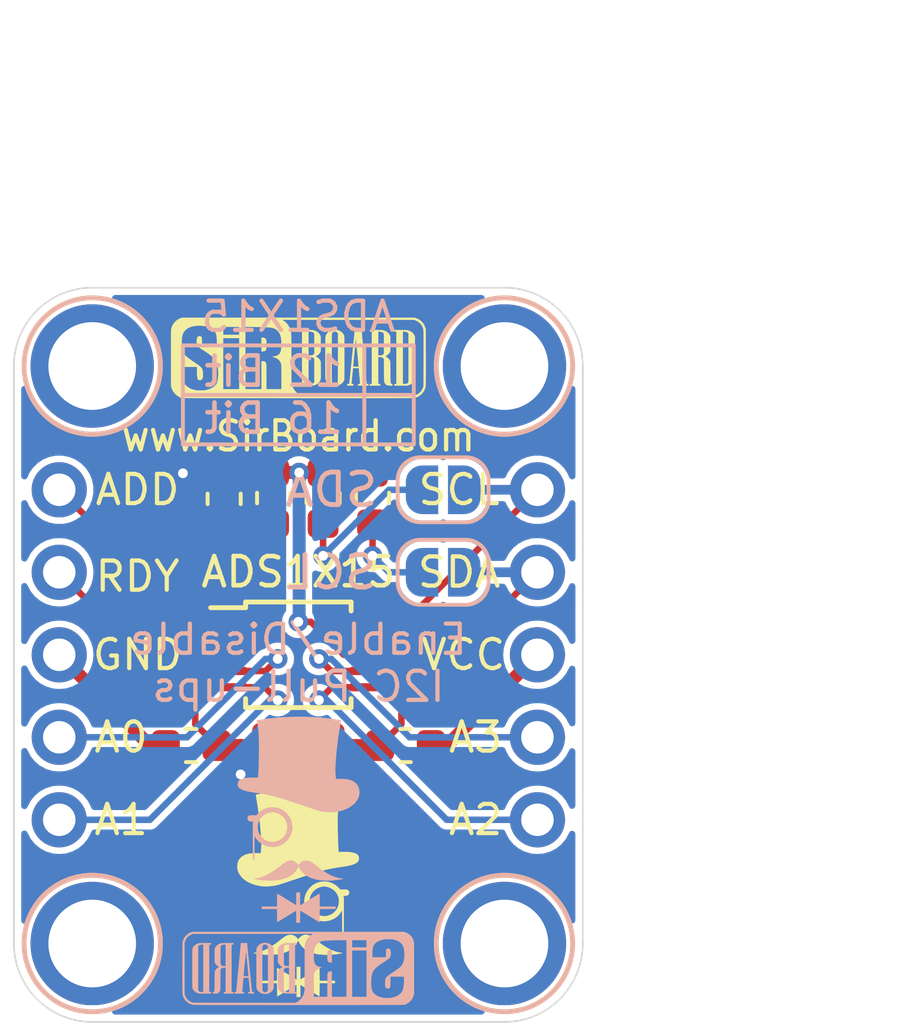
<source format=kicad_pcb>
(kicad_pcb (version 20171130) (host pcbnew "(5.1.2)-2")

  (general
    (thickness 1.6)
    (drawings 34)
    (tracks 76)
    (zones 0)
    (modules 20)
    (nets 15)
  )

  (page User 132.004 102.006)
  (title_block
    (title "ADS1X15 Based 12/16 Bit 4-Channel I2C ADC")
    (date 2019-12-18)
    (rev 1)
    (company www.SirBoard.com)
    (comment 1 SirBoard)
    (comment 2 AnalogSensors)
    (comment 3 "ADS1115 ")
    (comment 4 ADS1015)
  )

  (layers
    (0 F.Cu signal)
    (31 B.Cu signal)
    (32 B.Adhes user hide)
    (33 F.Adhes user hide)
    (34 B.Paste user hide)
    (35 F.Paste user hide)
    (36 B.SilkS user hide)
    (37 F.SilkS user)
    (38 B.Mask user hide)
    (39 F.Mask user hide)
    (40 Dwgs.User user)
    (41 Cmts.User user hide)
    (42 Eco1.User user hide)
    (43 Eco2.User user hide)
    (44 Edge.Cuts user)
    (45 Margin user hide)
    (46 B.CrtYd user hide)
    (47 F.CrtYd user hide)
    (48 B.Fab user hide)
    (49 F.Fab user hide)
  )

  (setup
    (last_trace_width 0.127)
    (user_trace_width 0.127)
    (user_trace_width 0.15)
    (user_trace_width 0.2)
    (user_trace_width 0.25)
    (user_trace_width 0.3)
    (user_trace_width 0.4)
    (user_trace_width 0.5)
    (user_trace_width 0.6)
    (user_trace_width 0.7)
    (user_trace_width 0.8)
    (user_trace_width 0.9)
    (user_trace_width 1)
    (user_trace_width 1.5)
    (user_trace_width 2)
    (trace_clearance 0.127)
    (zone_clearance 0.2)
    (zone_45_only no)
    (trace_min 0.127)
    (via_size 0.6)
    (via_drill 0.3)
    (via_min_size 0.6)
    (via_min_drill 0.3)
    (user_via 0.6 0.3)
    (user_via 0.8 0.4)
    (user_via 1 0.5)
    (user_via 1.6 0.8)
    (user_via 3.5 2.5)
    (uvia_size 0.45)
    (uvia_drill 0.2)
    (uvias_allowed no)
    (uvia_min_size 0.45)
    (uvia_min_drill 0.1)
    (edge_width 0.05)
    (segment_width 0.2)
    (pcb_text_width 0.3)
    (pcb_text_size 1.5 1.5)
    (mod_edge_width 0.12)
    (mod_text_size 0.9 0.9)
    (mod_text_width 0.13)
    (pad_size 1.7 1.7)
    (pad_drill 1)
    (pad_to_mask_clearance 0)
    (solder_mask_min_width 0.1)
    (aux_axis_origin 0 0)
    (visible_elements 7FFFFFFF)
    (pcbplotparams
      (layerselection 0x010f0_ffffffff)
      (usegerberextensions false)
      (usegerberattributes false)
      (usegerberadvancedattributes false)
      (creategerberjobfile false)
      (excludeedgelayer true)
      (linewidth 0.100000)
      (plotframeref false)
      (viasonmask false)
      (mode 1)
      (useauxorigin true)
      (hpglpennumber 1)
      (hpglpenspeed 20)
      (hpglpendiameter 15.000000)
      (psnegative false)
      (psa4output false)
      (plotreference true)
      (plotvalue false)
      (plotinvisibletext false)
      (padsonsilk false)
      (subtractmaskfromsilk false)
      (outputformat 1)
      (mirror false)
      (drillshape 0)
      (scaleselection 1)
      (outputdirectory "C:/Users/elisha3/Desktop/GitHub/Gerbers/SirMicro/"))
  )

  (net 0 "")
  (net 1 GND)
  (net 2 SCL)
  (net 3 SDA)
  (net 4 VCC)
  (net 5 "Net-(R1-Pad1)")
  (net 6 "Net-(R2-Pad1)")
  (net 7 GND_B)
  (net 8 VCC_B)
  (net 9 AIN1)
  (net 10 AIN0)
  (net 11 ALERT)
  (net 12 ADD)
  (net 13 AIN2)
  (net 14 AIN3)

  (net_class Default "This is the default net class."
    (clearance 0.127)
    (trace_width 0.127)
    (via_dia 0.6)
    (via_drill 0.3)
    (uvia_dia 0.45)
    (uvia_drill 0.2)
    (add_net ADD)
    (add_net AIN0)
    (add_net AIN1)
    (add_net AIN2)
    (add_net AIN3)
    (add_net ALERT)
    (add_net GND)
    (add_net GND_B)
    (add_net "Net-(R1-Pad1)")
    (add_net "Net-(R2-Pad1)")
    (add_net SCL)
    (add_net SDA)
    (add_net VCC)
    (add_net VCC_B)
  )

  (module logo:SirBoard79x25 (layer F.Cu) (tedit 0) (tstamp 5DF06C13)
    (at 65.532 29.337)
    (fp_text reference G*** (at 0 0) (layer F.SilkS) hide
      (effects (font (size 1.524 1.524) (thickness 0.3)))
    )
    (fp_text value LOGO (at 0.75 0) (layer F.SilkS) hide
      (effects (font (size 1.524 1.524) (thickness 0.3)))
    )
    (fp_poly (pts (xy -1.067894 -0.616209) (xy -1.037114 -0.605597) (xy -1.013589 -0.58799) (xy -0.997428 -0.563454)
      (xy -0.992851 -0.551063) (xy -0.99047 -0.537697) (xy -0.98852 -0.516093) (xy -0.987015 -0.488161)
      (xy -0.985972 -0.455816) (xy -0.985404 -0.420968) (xy -0.985327 -0.385531) (xy -0.985757 -0.351416)
      (xy -0.986708 -0.320537) (xy -0.988196 -0.294805) (xy -0.990236 -0.276133) (xy -0.990649 -0.273744)
      (xy -0.998864 -0.246253) (xy -1.012466 -0.225735) (xy -1.032439 -0.211475) (xy -1.059768 -0.202756)
      (xy -1.09347 -0.198952) (xy -1.13284 -0.197045) (xy -1.13284 -0.61976) (xy -1.105823 -0.61976)
      (xy -1.067894 -0.616209)) (layer F.SilkS) (width 0.01))
    (fp_poly (pts (xy 3.15849 -0.852036) (xy 3.211017 -0.85129) (xy 3.254415 -0.850504) (xy 3.289711 -0.849627)
      (xy 3.317935 -0.848611) (xy 3.340117 -0.847407) (xy 3.357286 -0.845965) (xy 3.370472 -0.844236)
      (xy 3.380703 -0.842171) (xy 3.384177 -0.841246) (xy 3.435209 -0.822322) (xy 3.480827 -0.796665)
      (xy 3.520065 -0.765113) (xy 3.551957 -0.728506) (xy 3.575539 -0.687682) (xy 3.583106 -0.668386)
      (xy 3.584347 -0.664078) (xy 3.585462 -0.65854) (xy 3.586457 -0.651237) (xy 3.587339 -0.641635)
      (xy 3.588114 -0.629198) (xy 3.588789 -0.613391) (xy 3.589371 -0.59368) (xy 3.589867 -0.569528)
      (xy 3.590283 -0.540402) (xy 3.590626 -0.505766) (xy 3.590903 -0.465086) (xy 3.591121 -0.417826)
      (xy 3.591286 -0.363451) (xy 3.591406 -0.301427) (xy 3.591486 -0.231217) (xy 3.591534 -0.152289)
      (xy 3.591556 -0.064105) (xy 3.59156 0.002649) (xy 3.591556 0.097004) (xy 3.591539 0.181742)
      (xy 3.591501 0.257408) (xy 3.591434 0.324544) (xy 3.59133 0.383695) (xy 3.591182 0.435403)
      (xy 3.590981 0.480213) (xy 3.590719 0.518668) (xy 3.590389 0.551311) (xy 3.589982 0.578687)
      (xy 3.58949 0.601338) (xy 3.588906 0.619809) (xy 3.588222 0.634642) (xy 3.587429 0.646382)
      (xy 3.58652 0.655572) (xy 3.585487 0.662755) (xy 3.584322 0.668476) (xy 3.583017 0.673277)
      (xy 3.581703 0.677298) (xy 3.56271 0.717497) (xy 3.535073 0.754639) (xy 3.500123 0.787588)
      (xy 3.459193 0.815208) (xy 3.413614 0.836363) (xy 3.384438 0.845519) (xy 3.374698 0.847623)
      (xy 3.362624 0.849335) (xy 3.347163 0.850691) (xy 3.327266 0.851729) (xy 3.301881 0.852484)
      (xy 3.269957 0.852995) (xy 3.230445 0.853297) (xy 3.182293 0.853427) (xy 3.157756 0.85344)
      (xy 2.96164 0.85344) (xy 2.96164 0.808548) (xy 3.21564 0.808548) (xy 3.278686 0.806864)
      (xy 3.305099 0.806061) (xy 3.323542 0.805011) (xy 3.336205 0.80326) (xy 3.345277 0.800351)
      (xy 3.352946 0.795831) (xy 3.360702 0.789812) (xy 3.374671 0.776285) (xy 3.386522 0.761161)
      (xy 3.389141 0.756792) (xy 3.390436 0.754103) (xy 3.391606 0.750771) (xy 3.392656 0.7463)
      (xy 3.393591 0.740193) (xy 3.394417 0.731954) (xy 3.395139 0.721085) (xy 3.395762 0.70709)
      (xy 3.396293 0.689473) (xy 3.396735 0.667737) (xy 3.397095 0.641385) (xy 3.397378 0.609921)
      (xy 3.397588 0.572847) (xy 3.397733 0.529668) (xy 3.397816 0.479887) (xy 3.397843 0.423007)
      (xy 3.397819 0.358531) (xy 3.397751 0.285963) (xy 3.397642 0.204806) (xy 3.397499 0.114564)
      (xy 3.397327 0.01474) (xy 3.397296 -0.00254) (xy 3.39598 -0.74422) (xy 3.381602 -0.763015)
      (xy 3.364979 -0.780383) (xy 3.344626 -0.792821) (xy 3.318772 -0.80101) (xy 3.285648 -0.805631)
      (xy 3.268114 -0.806718) (xy 3.21564 -0.809052) (xy 3.21564 0.808548) (xy 2.96164 0.808548)
      (xy 2.96164 0.80772) (xy 3.0226 0.80772) (xy 3.0226 -0.80772) (xy 2.96164 -0.80772)
      (xy 2.96164 -0.854579) (xy 3.15849 -0.852036)) (layer F.SilkS) (width 0.01))
    (fp_poly (pts (xy 2.40157 -0.852036) (xy 2.454097 -0.85129) (xy 2.497495 -0.850504) (xy 2.532791 -0.849627)
      (xy 2.561015 -0.848611) (xy 2.583197 -0.847407) (xy 2.600366 -0.845965) (xy 2.613552 -0.844236)
      (xy 2.623783 -0.842171) (xy 2.627257 -0.841246) (xy 2.678364 -0.822302) (xy 2.723994 -0.796641)
      (xy 2.763203 -0.765088) (xy 2.795046 -0.728467) (xy 2.818579 -0.687604) (xy 2.826484 -0.667214)
      (xy 2.828608 -0.659912) (xy 2.830339 -0.651425) (xy 2.831708 -0.640753) (xy 2.832744 -0.626893)
      (xy 2.833475 -0.608841) (xy 2.833933 -0.585596) (xy 2.834145 -0.556155) (xy 2.834142 -0.519515)
      (xy 2.833952 -0.474675) (xy 2.833624 -0.423374) (xy 2.8321 -0.20574) (xy 2.815623 -0.172064)
      (xy 2.79562 -0.140268) (xy 2.768317 -0.109746) (xy 2.736476 -0.083175) (xy 2.703658 -0.063606)
      (xy 2.687908 -0.055658) (xy 2.676592 -0.049056) (xy 2.672085 -0.045188) (xy 2.67208 -0.045122)
      (xy 2.676333 -0.041224) (xy 2.686633 -0.036564) (xy 2.68726 -0.036342) (xy 2.711803 -0.024591)
      (xy 2.73869 -0.006524) (xy 2.764985 0.015496) (xy 2.787751 0.039104) (xy 2.798694 0.05334)
      (xy 2.805218 0.062783) (xy 2.810832 0.071152) (xy 2.815609 0.079253) (xy 2.819624 0.08789)
      (xy 2.822952 0.097871) (xy 2.825665 0.110001) (xy 2.827838 0.125085) (xy 2.829546 0.14393)
      (xy 2.830861 0.167341) (xy 2.831859 0.196125) (xy 2.832613 0.231086) (xy 2.833198 0.273032)
      (xy 2.833686 0.322768) (xy 2.834154 0.3811) (xy 2.83464 0.4445) (xy 2.835169 0.511474)
      (xy 2.835668 0.569042) (xy 2.836189 0.617957) (xy 2.836785 0.658972) (xy 2.837509 0.692841)
      (xy 2.838414 0.720316) (xy 2.839551 0.742151) (xy 2.840975 0.759098) (xy 2.842737 0.771913)
      (xy 2.84489 0.781346) (xy 2.847488 0.788153) (xy 2.850582 0.793086) (xy 2.854226 0.796897)
      (xy 2.858471 0.800342) (xy 2.859599 0.801208) (xy 2.870714 0.805987) (xy 2.88163 0.807558)
      (xy 2.890168 0.80843) (xy 2.894255 0.812609) (xy 2.895518 0.822835) (xy 2.8956 0.831056)
      (xy 2.8956 0.854392) (xy 2.82321 0.852305) (xy 2.792619 0.851193) (xy 2.770064 0.849702)
      (xy 2.753418 0.847546) (xy 2.740558 0.844436) (xy 2.729359 0.840087) (xy 2.72796 0.839437)
      (xy 2.698888 0.821122) (xy 2.676401 0.796385) (xy 2.66011 0.764571) (xy 2.649627 0.725027)
      (xy 2.646435 0.702089) (xy 2.645586 0.688946) (xy 2.644785 0.666699) (xy 2.644044 0.636402)
      (xy 2.643379 0.599112) (xy 2.642804 0.555884) (xy 2.642333 0.507773) (xy 2.641981 0.455835)
      (xy 2.641761 0.401125) (xy 2.64169 0.352784) (xy 2.6416 0.047709) (xy 2.626936 0.024586)
      (xy 2.612339 0.006046) (xy 2.594442 -0.007421) (xy 2.571516 -0.016545) (xy 2.541834 -0.022058)
      (xy 2.511194 -0.024398) (xy 2.45872 -0.026732) (xy 2.45872 0.80772) (xy 2.51968 0.80772)
      (xy 2.51968 0.85344) (xy 2.20472 0.85344) (xy 2.20472 0.80772) (xy 2.26568 0.80772)
      (xy 2.26568 -0.070292) (xy 2.45872 -0.070292) (xy 2.521766 -0.071976) (xy 2.548179 -0.072779)
      (xy 2.566622 -0.073829) (xy 2.579285 -0.07558) (xy 2.588357 -0.078489) (xy 2.596026 -0.083009)
      (xy 2.603782 -0.089028) (xy 2.611472 -0.095132) (xy 2.618053 -0.10057) (xy 2.623606 -0.106142)
      (xy 2.628214 -0.112646) (xy 2.631961 -0.12088) (xy 2.634929 -0.131643) (xy 2.637201 -0.145734)
      (xy 2.638861 -0.163951) (xy 2.63999 -0.187092) (xy 2.640672 -0.215958) (xy 2.64099 -0.251345)
      (xy 2.641026 -0.294053) (xy 2.640864 -0.34488) (xy 2.640586 -0.404625) (xy 2.640413 -0.44196)
      (xy 2.63906 -0.74422) (xy 2.624682 -0.763015) (xy 2.608059 -0.780383) (xy 2.587706 -0.792821)
      (xy 2.561852 -0.80101) (xy 2.528728 -0.805631) (xy 2.511194 -0.806718) (xy 2.45872 -0.809052)
      (xy 2.45872 -0.070292) (xy 2.26568 -0.070292) (xy 2.26568 -0.80772) (xy 2.20472 -0.80772)
      (xy 2.20472 -0.854579) (xy 2.40157 -0.852036)) (layer F.SilkS) (width 0.01))
    (fp_poly (pts (xy 1.804558 -0.853945) (xy 1.831517 -0.853664) (xy 1.859294 -0.853159) (xy 1.886037 -0.852464)
      (xy 1.909893 -0.851611) (xy 1.929009 -0.850635) (xy 1.941533 -0.849567) (xy 1.94564 -0.848527)
      (xy 1.946112 -0.842677) (xy 1.947488 -0.827368) (xy 1.949705 -0.803255) (xy 1.952702 -0.770994)
      (xy 1.956415 -0.73124) (xy 1.960783 -0.684647) (xy 1.965743 -0.631871) (xy 1.971234 -0.573567)
      (xy 1.977193 -0.51039) (xy 1.983558 -0.442995) (xy 1.990267 -0.372038) (xy 1.997257 -0.298173)
      (xy 2.004467 -0.222056) (xy 2.011834 -0.144342) (xy 2.019296 -0.065685) (xy 2.026791 0.013258)
      (xy 2.034256 0.091833) (xy 2.04163 0.169385) (xy 2.04885 0.245258) (xy 2.055854 0.318798)
      (xy 2.06258 0.389348) (xy 2.068965 0.456255) (xy 2.074948 0.518863) (xy 2.080466 0.576517)
      (xy 2.085458 0.628561) (xy 2.08986 0.674341) (xy 2.093611 0.713202) (xy 2.096648 0.744487)
      (xy 2.09891 0.767543) (xy 2.100334 0.781713) (xy 2.100816 0.78613) (xy 2.103742 0.80772)
      (xy 2.159 0.80772) (xy 2.159 0.85344) (xy 1.84404 0.85344) (xy 1.84404 0.80772)
      (xy 1.87452 0.80772) (xy 1.891392 0.807509) (xy 1.900498 0.806102) (xy 1.904234 0.802339)
      (xy 1.904994 0.795059) (xy 1.905 0.792943) (xy 1.904545 0.784879) (xy 1.903247 0.767814)
      (xy 1.901199 0.742863) (xy 1.898499 0.71114) (xy 1.895241 0.673762) (xy 1.891521 0.631843)
      (xy 1.887436 0.586499) (xy 1.88468 0.55626) (xy 1.880421 0.509541) (xy 1.876466 0.465729)
      (xy 1.872908 0.425906) (xy 1.869844 0.391156) (xy 1.867367 0.362562) (xy 1.865573 0.341206)
      (xy 1.864558 0.328171) (xy 1.86436 0.324656) (xy 1.863829 0.321205) (xy 1.861321 0.318687)
      (xy 1.85546 0.316953) (xy 1.84487 0.31586) (xy 1.828175 0.31526) (xy 1.804001 0.315009)
      (xy 1.77292 0.31496) (xy 1.743709 0.315125) (xy 1.71836 0.315585) (xy 1.698474 0.316284)
      (xy 1.685654 0.317167) (xy 1.68148 0.318104) (xy 1.680994 0.323651) (xy 1.679603 0.338288)
      (xy 1.677408 0.360996) (xy 1.674506 0.390754) (xy 1.670999 0.426542) (xy 1.666986 0.467341)
      (xy 1.662566 0.51213) (xy 1.65862 0.552017) (xy 1.653915 0.599772) (xy 1.649537 0.644731)
      (xy 1.645587 0.685819) (xy 1.642165 0.721962) (xy 1.639372 0.752083) (xy 1.637309 0.775109)
      (xy 1.636078 0.789964) (xy 1.63576 0.795252) (xy 1.636516 0.802395) (xy 1.640443 0.806115)
      (xy 1.650021 0.807519) (xy 1.6637 0.80772) (xy 1.69164 0.80772) (xy 1.69164 0.85344)
      (xy 1.50876 0.85344) (xy 1.50876 0.808204) (xy 1.540323 0.806692) (xy 1.571887 0.80518)
      (xy 1.627163 0.26543) (xy 1.686417 0.26543) (xy 1.687237 0.268671) (xy 1.690511 0.271018)
      (xy 1.697635 0.272612) (xy 1.710007 0.273595) (xy 1.729024 0.274111) (xy 1.756083 0.274302)
      (xy 1.773619 0.27432) (xy 1.860678 0.27432) (xy 1.85773 0.24765) (xy 1.856666 0.236944)
      (xy 1.854836 0.217323) (xy 1.852348 0.189992) (xy 1.84931 0.156156) (xy 1.845832 0.117022)
      (xy 1.842019 0.073797) (xy 1.837981 0.027685) (xy 1.83579 0.00254) (xy 1.831719 -0.043501)
      (xy 1.827797 -0.086357) (xy 1.82413 -0.124979) (xy 1.820825 -0.15832) (xy 1.817985 -0.185332)
      (xy 1.815717 -0.204967) (xy 1.814127 -0.216178) (xy 1.813526 -0.21844) (xy 1.812383 -0.223896)
      (xy 1.810513 -0.238378) (xy 1.808025 -0.260788) (xy 1.805033 -0.290028) (xy 1.801647 -0.325)
      (xy 1.797978 -0.364605) (xy 1.794139 -0.407744) (xy 1.793043 -0.42037) (xy 1.789191 -0.464184)
      (xy 1.785495 -0.504667) (xy 1.782064 -0.540741) (xy 1.779008 -0.571324) (xy 1.776435 -0.595337)
      (xy 1.774454 -0.611701) (xy 1.773174 -0.619334) (xy 1.772948 -0.61976) (xy 1.772145 -0.61485)
      (xy 1.770469 -0.600708) (xy 1.768007 -0.578216) (xy 1.764845 -0.548257) (xy 1.761069 -0.511714)
      (xy 1.756765 -0.46947) (xy 1.752021 -0.422406) (xy 1.746921 -0.371405) (xy 1.741553 -0.31735)
      (xy 1.736003 -0.261124) (xy 1.730356 -0.20361) (xy 1.7247 -0.145688) (xy 1.71912 -0.088243)
      (xy 1.713703 -0.032157) (xy 1.708534 0.021687) (xy 1.703702 0.072408) (xy 1.69929 0.119122)
      (xy 1.695387 0.160946) (xy 1.692077 0.196999) (xy 1.689448 0.226398) (xy 1.687586 0.248259)
      (xy 1.686576 0.261702) (xy 1.686417 0.26543) (xy 1.627163 0.26543) (xy 1.656687 -0.02286)
      (xy 1.665976 -0.113536) (xy 1.674985 -0.20145) (xy 1.683661 -0.286074) (xy 1.69195 -0.366878)
      (xy 1.699796 -0.443332) (xy 1.707146 -0.514906) (xy 1.713945 -0.581071) (xy 1.720138 -0.641297)
      (xy 1.725671 -0.695055) (xy 1.73049 -0.741814) (xy 1.73454 -0.781046) (xy 1.737767 -0.812221)
      (xy 1.740116 -0.834808) (xy 1.741532 -0.848279) (xy 1.741964 -0.85217) (xy 1.747121 -0.853115)
      (xy 1.760507 -0.853704) (xy 1.780271 -0.853969) (xy 1.804558 -0.853945)) (layer F.SilkS) (width 0.01))
    (fp_poly (pts (xy 0.25273 -0.852036) (xy 0.303694 -0.851354) (xy 0.345628 -0.85067) (xy 0.379659 -0.849924)
      (xy 0.406915 -0.849055) (xy 0.428526 -0.848002) (xy 0.44562 -0.846704) (xy 0.459325 -0.845102)
      (xy 0.470769 -0.843133) (xy 0.481082 -0.840737) (xy 0.485653 -0.839504) (xy 0.536166 -0.820876)
      (xy 0.58157 -0.794977) (xy 0.620703 -0.762706) (xy 0.652407 -0.72496) (xy 0.668415 -0.698041)
      (xy 0.68834 -0.65878) (xy 0.68834 -0.20574) (xy 0.671863 -0.172064) (xy 0.65186 -0.140268)
      (xy 0.624557 -0.109746) (xy 0.592716 -0.083175) (xy 0.559898 -0.063606) (xy 0.54417 -0.05577)
      (xy 0.532872 -0.049443) (xy 0.528368 -0.045952) (xy 0.528362 -0.045895) (xy 0.532538 -0.042396)
      (xy 0.543537 -0.035629) (xy 0.559133 -0.026949) (xy 0.562044 -0.0254) (xy 0.600311 -0.000689)
      (xy 0.633807 0.029813) (xy 0.660442 0.064013) (xy 0.671841 0.084543) (xy 0.68834 0.11938)
      (xy 0.689785 0.382971) (xy 0.690082 0.442381) (xy 0.690254 0.492519) (xy 0.69028 0.534274)
      (xy 0.690138 0.568533) (xy 0.689806 0.596184) (xy 0.689263 0.618115) (xy 0.688489 0.635214)
      (xy 0.687461 0.648368) (xy 0.686158 0.658466) (xy 0.684558 0.666396) (xy 0.68281 0.672531)
      (xy 0.664221 0.713889) (xy 0.636936 0.751913) (xy 0.602155 0.785562) (xy 0.561077 0.813797)
      (xy 0.514902 0.835581) (xy 0.482673 0.845801) (xy 0.473011 0.847833) (xy 0.460572 0.849489)
      (xy 0.444345 0.850804) (xy 0.423315 0.85181) (xy 0.39647 0.852542) (xy 0.362798 0.853035)
      (xy 0.321286 0.85332) (xy 0.27092 0.853434) (xy 0.254536 0.85344) (xy 0.05588 0.85344)
      (xy 0.05588 0.80772) (xy 0.11684 0.80772) (xy 0.30988 0.80772) (xy 0.366696 0.80772)
      (xy 0.393791 0.807385) (xy 0.413311 0.806154) (xy 0.427826 0.803684) (xy 0.439907 0.799633)
      (xy 0.445028 0.797304) (xy 0.462123 0.786277) (xy 0.477795 0.771858) (xy 0.480922 0.768094)
      (xy 0.4953 0.7493) (xy 0.4953 0.042438) (xy 0.481665 0.021834) (xy 0.467044 0.004304)
      (xy 0.448724 -0.008472) (xy 0.425062 -0.017144) (xy 0.394418 -0.022361) (xy 0.364773 -0.024444)
      (xy 0.30988 -0.026706) (xy 0.30988 0.80772) (xy 0.11684 0.80772) (xy 0.11684 -0.07112)
      (xy 0.30988 -0.07112) (xy 0.366696 -0.07112) (xy 0.393791 -0.071455) (xy 0.413311 -0.072686)
      (xy 0.427826 -0.075156) (xy 0.439907 -0.079207) (xy 0.445028 -0.081536) (xy 0.462123 -0.092563)
      (xy 0.477795 -0.106982) (xy 0.480922 -0.110746) (xy 0.4953 -0.12954) (xy 0.4953 -0.739882)
      (xy 0.481665 -0.760486) (xy 0.467044 -0.778016) (xy 0.448724 -0.790792) (xy 0.425062 -0.799464)
      (xy 0.394418 -0.804681) (xy 0.364773 -0.806764) (xy 0.30988 -0.809026) (xy 0.30988 -0.07112)
      (xy 0.11684 -0.07112) (xy 0.11684 -0.80772) (xy 0.05588 -0.80772) (xy 0.05588 -0.854508)
      (xy 0.25273 -0.852036)) (layer F.SilkS) (width 0.01))
    (fp_poly (pts (xy 1.158324 -0.857763) (xy 1.196422 -0.85313) (xy 1.21516 -0.848789) (xy 1.26341 -0.830718)
      (xy 1.307252 -0.805844) (xy 1.345441 -0.775243) (xy 1.376732 -0.739994) (xy 1.39988 -0.701173)
      (xy 1.407463 -0.682379) (xy 1.408891 -0.677976) (xy 1.410175 -0.673148) (xy 1.411322 -0.667357)
      (xy 1.412338 -0.660064) (xy 1.413233 -0.65073) (xy 1.414014 -0.638816) (xy 1.414689 -0.623783)
      (xy 1.415265 -0.605092) (xy 1.415751 -0.582205) (xy 1.416153 -0.554581) (xy 1.41648 -0.521684)
      (xy 1.41674 -0.482972) (xy 1.41694 -0.437908) (xy 1.417088 -0.385953) (xy 1.417192 -0.326567)
      (xy 1.417259 -0.259213) (xy 1.417298 -0.183349) (xy 1.417315 -0.098439) (xy 1.417319 -0.003943)
      (xy 1.41732 0.00254) (xy 1.417316 0.097677) (xy 1.417299 0.183194) (xy 1.417262 0.259628)
      (xy 1.417197 0.327519) (xy 1.417096 0.387406) (xy 1.416951 0.439828) (xy 1.416755 0.485323)
      (xy 1.416499 0.52443) (xy 1.416177 0.557689) (xy 1.415779 0.585639) (xy 1.4153 0.608818)
      (xy 1.41473 0.627765) (xy 1.414061 0.643019) (xy 1.413288 0.655119) (xy 1.4124 0.664604)
      (xy 1.411391 0.672014) (xy 1.410254 0.677886) (xy 1.408979 0.68276) (xy 1.40756 0.687175)
      (xy 1.407463 0.687458) (xy 1.38847 0.727657) (xy 1.360833 0.764799) (xy 1.325883 0.797748)
      (xy 1.284953 0.825368) (xy 1.239374 0.846523) (xy 1.210198 0.855679) (xy 1.182763 0.860521)
      (xy 1.149457 0.862988) (xy 1.113826 0.863119) (xy 1.079417 0.860953) (xy 1.049773 0.85653)
      (xy 1.03886 0.853791) (xy 0.989475 0.835348) (xy 0.947046 0.811087) (xy 0.909424 0.779708)
      (xy 0.898998 0.768973) (xy 0.876574 0.742473) (xy 0.860344 0.716887) (xy 0.847737 0.687995)
      (xy 0.845175 0.68072) (xy 0.843788 0.676322) (xy 0.842543 0.671341) (xy 0.841432 0.665237)
      (xy 0.840447 0.657468) (xy 0.839581 0.647494) (xy 0.838825 0.634774) (xy 0.838173 0.618768)
      (xy 0.837617 0.598935) (xy 0.83715 0.574734) (xy 0.836763 0.545624) (xy 0.836449 0.511066)
      (xy 0.8362 0.470518) (xy 0.83601 0.42344) (xy 0.83587 0.369291) (xy 0.835773 0.30753)
      (xy 0.835711 0.237617) (xy 0.835697 0.204576) (xy 1.027085 0.204576) (xy 1.027092 0.300004)
      (xy 1.027189 0.386352) (xy 1.027375 0.4635) (xy 1.027651 0.531327) (xy 1.028014 0.589714)
      (xy 1.028466 0.638539) (xy 1.029004 0.677683) (xy 1.029629 0.707026) (xy 1.03034 0.726447)
      (xy 1.031119 0.735735) (xy 1.03646 0.75498) (xy 1.044298 0.772837) (xy 1.04875 0.779877)
      (xy 1.069982 0.799852) (xy 1.096161 0.812408) (xy 1.124941 0.817203) (xy 1.153975 0.813891)
      (xy 1.180917 0.802129) (xy 1.18441 0.799773) (xy 1.199141 0.787048) (xy 1.211515 0.772527)
      (xy 1.214864 0.767159) (xy 1.21615 0.764442) (xy 1.217314 0.761037) (xy 1.218361 0.756446)
      (xy 1.219297 0.750174) (xy 1.22013 0.741726) (xy 1.220864 0.730605) (xy 1.221507 0.716317)
      (xy 1.222063 0.698365) (xy 1.22254 0.676254) (xy 1.222944 0.649488) (xy 1.22328 0.617572)
      (xy 1.223554 0.580009) (xy 1.223774 0.536304) (xy 1.223944 0.485962) (xy 1.224072 0.428487)
      (xy 1.224162 0.363382) (xy 1.224222 0.290153) (xy 1.224258 0.208304) (xy 1.224275 0.117338)
      (xy 1.224279 0.016761) (xy 1.22428 0.005493) (xy 1.22428 -0.738473) (xy 1.213504 -0.760732)
      (xy 1.197168 -0.784881) (xy 1.175228 -0.800868) (xy 1.147137 -0.809009) (xy 1.12776 -0.81026)
      (xy 1.096269 -0.80673) (xy 1.071233 -0.795723) (xy 1.051611 -0.776622) (xy 1.040745 -0.758526)
      (xy 1.0287 -0.73406) (xy 1.027344 -0.01304) (xy 1.027169 0.100188) (xy 1.027085 0.204576)
      (xy 0.835697 0.204576) (xy 0.835676 0.159012) (xy 0.835662 0.071172) (xy 0.83566 0.00254)
      (xy 0.835664 -0.092185) (xy 0.835682 -0.17729) (xy 0.835722 -0.253317) (xy 0.835791 -0.320806)
      (xy 0.835898 -0.380299) (xy 0.836049 -0.432336) (xy 0.836252 -0.477458) (xy 0.836515 -0.516206)
      (xy 0.836846 -0.549121) (xy 0.837253 -0.576743) (xy 0.837743 -0.599614) (xy 0.838323 -0.618274)
      (xy 0.839002 -0.633264) (xy 0.839788 -0.645126) (xy 0.840687 -0.654399) (xy 0.841708 -0.661625)
      (xy 0.842858 -0.667344) (xy 0.844145 -0.672098) (xy 0.845303 -0.67564) (xy 0.865642 -0.719348)
      (xy 0.894547 -0.758833) (xy 0.930976 -0.793173) (xy 0.973886 -0.821452) (xy 1.022237 -0.842748)
      (xy 1.041436 -0.848712) (xy 1.076814 -0.855552) (xy 1.117116 -0.858569) (xy 1.158324 -0.857763)) (layer F.SilkS) (width 0.01))
    (fp_poly (pts (xy 3.62458 -1.218028) (xy 3.687078 -1.191526) (xy 3.74371 -1.156921) (xy 3.793981 -1.114734)
      (xy 3.8374 -1.065485) (xy 3.873473 -1.009693) (xy 3.90171 -0.947879) (xy 3.913171 -0.913394)
      (xy 3.924026 -0.8763) (xy 3.925573 -0.02032) (xy 3.925771 0.1048) (xy 3.925895 0.219906)
      (xy 3.925943 0.325142) (xy 3.925916 0.420653) (xy 3.925813 0.506583) (xy 3.925633 0.583078)
      (xy 3.925375 0.650282) (xy 3.925039 0.70834) (xy 3.924624 0.757396) (xy 3.924129 0.797597)
      (xy 3.923555 0.829086) (xy 3.922899 0.852008) (xy 3.922162 0.866508) (xy 3.921682 0.87122)
      (xy 3.906957 0.934311) (xy 3.882727 0.994298) (xy 3.849372 1.050414) (xy 3.807276 1.101896)
      (xy 3.805946 1.103294) (xy 3.757416 1.147869) (xy 3.705571 1.183126) (xy 3.649359 1.209656)
      (xy 3.587725 1.228044) (xy 3.579189 1.229882) (xy 3.576037 1.230493) (xy 3.572487 1.231078)
      (xy 3.568313 1.231636) (xy 3.563291 1.232168) (xy 3.557194 1.232676) (xy 3.549797 1.233158)
      (xy 3.540876 1.233617) (xy 3.530205 1.234053) (xy 3.517559 1.234466) (xy 3.502712 1.234856)
      (xy 3.48544 1.235225) (xy 3.465516 1.235573) (xy 3.442717 1.2359) (xy 3.416816 1.236207)
      (xy 3.387589 1.236495) (xy 3.354809 1.236764) (xy 3.318253 1.237015) (xy 3.277694 1.237249)
      (xy 3.232908 1.237465) (xy 3.183669 1.237665) (xy 3.129751 1.237849) (xy 3.070931 1.238017)
      (xy 3.006982 1.238171) (xy 2.937679 1.23831) (xy 2.862797 1.238436) (xy 2.782111 1.238549)
      (xy 2.695395 1.23865) (xy 2.602425 1.238738) (xy 2.502974 1.238815) (xy 2.396819 1.238882)
      (xy 2.283733 1.238938) (xy 2.163491 1.238985) (xy 2.035868 1.239023) (xy 1.900639 1.239052)
      (xy 1.757579 1.239073) (xy 1.606462 1.239087) (xy 1.447063 1.239094) (xy 1.279157 1.239096)
      (xy 1.102518 1.239091) (xy 0.916922 1.239082) (xy 0.722143 1.239068) (xy 0.517956 1.23905)
      (xy 0.304136 1.239029) (xy 0.080457 1.239005) (xy 0.00254 1.238997) (xy -0.228203 1.238969)
      (xy -0.448999 1.238938) (xy -0.66006 1.238903) (xy -0.861599 1.238863) (xy -1.053829 1.238818)
      (xy -1.236964 1.238768) (xy -1.411215 1.238711) (xy -1.576795 1.238649) (xy -1.733918 1.23858)
      (xy -1.882796 1.238503) (xy -2.023641 1.238419) (xy -2.156667 1.238327) (xy -2.282087 1.238226)
      (xy -2.400112 1.238116) (xy -2.510957 1.237996) (xy -2.614833 1.237867) (xy -2.711953 1.237727)
      (xy -2.802531 1.237577) (xy -2.886779 1.237415) (xy -2.964909 1.237242) (xy -3.037136 1.237056)
      (xy -3.10367 1.236858) (xy -3.164726 1.236647) (xy -3.220515 1.236422) (xy -3.271251 1.236183)
      (xy -3.317147 1.23593) (xy -3.358415 1.235662) (xy -3.395268 1.235379) (xy -3.427919 1.23508)
      (xy -3.45658 1.234764) (xy -3.481465 1.234432) (xy -3.502785 1.234083) (xy -3.520755 1.233717)
      (xy -3.535586 1.233332) (xy -3.547492 1.232929) (xy -3.556685 1.232507) (xy -3.563378 1.232066)
      (xy -3.567784 1.231605) (xy -3.5687 1.231461) (xy -3.589448 1.227444) (xy -3.607537 1.223285)
      (xy -3.619614 1.219772) (xy -3.62101 1.219217) (xy -3.631906 1.215143) (xy -3.637003 1.214542)
      (xy -3.634652 1.217483) (xy -3.632809 1.218716) (xy -3.630975 1.221719) (xy -3.638783 1.222475)
      (xy -3.641349 1.222375) (xy -3.653649 1.220612) (xy -3.660906 1.217588) (xy -3.660665 1.215658)
      (xy -3.65669 1.216737) (xy -3.648226 1.217147) (xy -3.645553 1.215175) (xy -3.647976 1.210599)
      (xy -3.657436 1.204338) (xy -3.664089 1.201137) (xy -3.718761 1.171951) (xy -3.768718 1.134375)
      (xy -3.813124 1.089407) (xy -3.851148 1.038047) (xy -3.881953 0.981295) (xy -3.904706 0.920149)
      (xy -3.907731 0.90932) (xy -3.91922 0.86614) (xy -3.91922 0.00254) (xy -3.919216 -0.107637)
      (xy -3.919199 -0.208122) (xy -3.919164 -0.299384) (xy -3.919108 -0.381891) (xy -3.919036 -0.447193)
      (xy -3.595549 -0.447193) (xy -3.595075 -0.425937) (xy -3.592793 -0.370443) (xy -3.588934 -0.323091)
      (xy -3.583099 -0.281932) (xy -3.57489 -0.245015) (xy -3.563908 -0.210392) (xy -3.549755 -0.176113)
      (xy -3.539678 -0.155108) (xy -3.527616 -0.132127) (xy -3.515156 -0.111112) (xy -3.50151 -0.091351)
      (xy -3.485888 -0.072128) (xy -3.467502 -0.052731) (xy -3.445564 -0.032447) (xy -3.419285 -0.010561)
      (xy -3.387875 0.013639) (xy -3.350547 0.040867) (xy -3.306511 0.071836) (xy -3.254979 0.10726)
      (xy -3.23342 0.121934) (xy -3.177426 0.160061) (xy -3.129263 0.193295) (xy -3.088328 0.222409)
      (xy -3.054018 0.248177) (xy -3.025733 0.271373) (xy -3.002869 0.29277) (xy -2.984825 0.313141)
      (xy -2.970998 0.333262) (xy -2.960785 0.353905) (xy -2.953585 0.375843) (xy -2.948796 0.399851)
      (xy -2.945815 0.426703) (xy -2.94404 0.457171) (xy -2.942868 0.492029) (xy -2.942775 0.4953)
      (xy -2.941923 0.528611) (xy -2.941615 0.553678) (xy -2.94198 0.572407) (xy -2.943144 0.586707)
      (xy -2.945238 0.598485) (xy -2.948387 0.609647) (xy -2.950958 0.617184) (xy -2.960405 0.638234)
      (xy -2.972281 0.657073) (xy -2.978696 0.664586) (xy -2.990451 0.674802) (xy -3.002422 0.680479)
      (xy -3.018908 0.683396) (xy -3.025637 0.684021) (xy -3.05507 0.682981) (xy -3.078064 0.674279)
      (xy -3.095113 0.65768) (xy -3.100604 0.648326) (xy -3.105945 0.631649) (xy -3.11037 0.604882)
      (xy -3.113877 0.568053) (xy -3.116464 0.52119) (xy -3.11813 0.464323) (xy -3.118871 0.397479)
      (xy -3.118901 0.38735) (xy -3.11912 0.2794) (xy -3.58648 0.2794) (xy -3.586368 0.32385)
      (xy -3.585889 0.358843) (xy -3.584695 0.398497) (xy -3.582906 0.440758) (xy -3.580646 0.483572)
      (xy -3.578034 0.524885) (xy -3.575192 0.562644) (xy -3.572241 0.594795) (xy -3.569302 0.619285)
      (xy -3.568681 0.62337) (xy -3.557885 0.679216) (xy -3.544402 0.726829) (xy -3.527445 0.767959)
      (xy -3.50623 0.804354) (xy -3.479972 0.837762) (xy -3.465532 0.853062) (xy -3.418082 0.895098)
      (xy -3.365752 0.930248) (xy -3.307568 0.958985) (xy -3.242552 0.981785) (xy -3.169729 0.999122)
      (xy -3.1623 1.000514) (xy -3.129987 1.004968) (xy -3.090465 1.008125) (xy -3.046608 1.009954)
      (xy -3.001289 1.010419) (xy -2.957381 1.009487) (xy -2.917756 1.007126) (xy -2.88798 1.003726)
      (xy -2.812667 0.988772) (xy -2.744468 0.967858) (xy -2.681872 0.94039) (xy -2.623367 0.905775)
      (xy -2.604486 0.892527) (xy -2.571915 0.865761) (xy -2.544268 0.836155) (xy -2.521252 0.802839)
      (xy -2.502574 0.76494) (xy -2.48794 0.721585) (xy -2.477057 0.671903) (xy -2.469632 0.615022)
      (xy -2.465371 0.550069) (xy -2.46398 0.476173) (xy -2.463979 0.47498) (xy -2.465906 0.391038)
      (xy -2.471853 0.315783) (xy -2.482025 0.248487) (xy -2.496624 0.188422) (xy -2.515853 0.13486)
      (xy -2.539917 0.087072) (xy -2.569016 0.044331) (xy -2.59141 0.018178) (xy -2.623839 -0.014169)
      (xy -2.662542 -0.048368) (xy -2.708063 -0.084827) (xy -2.760944 -0.123952) (xy -2.821727 -0.166153)
      (xy -2.890956 -0.211837) (xy -2.933089 -0.23876) (xy -2.978167 -0.267759) (xy -3.015189 -0.292837)
      (xy -3.045049 -0.314882) (xy -3.068643 -0.334778) (xy -3.086865 -0.353411) (xy -3.100611 -0.371666)
      (xy -3.110777 -0.390429) (xy -3.118257 -0.410585) (xy -3.122369 -0.425971) (xy -3.126688 -0.452252)
      (xy -3.129014 -0.483769) (xy -3.129403 -0.517516) (xy -3.127911 -0.550485) (xy -3.124594 -0.579669)
      (xy -3.119508 -0.60206) (xy -3.119078 -0.603322) (xy -3.107186 -0.630146) (xy -3.092701 -0.648274)
      (xy -3.074049 -0.65912) (xy -3.051509 -0.663918) (xy -3.033428 -0.665051) (xy -3.020891 -0.663266)
      (xy -3.009493 -0.657701) (xy -3.005171 -0.654847) (xy -2.996198 -0.648319) (xy -2.98917 -0.641623)
      (xy -2.983829 -0.633467) (xy -2.979913 -0.622561) (xy -2.977163 -0.607614) (xy -2.97532 -0.587334)
      (xy -2.974124 -0.560431) (xy -2.973315 -0.525614) (xy -2.972813 -0.494031) (xy -2.971007 -0.370841)
      (xy -2.737056 -0.370841) (xy -2.503105 -0.37084) (xy -2.505858 -0.49403) (xy -2.507938 -0.556926)
      (xy -2.511255 -0.6096) (xy -2.31648 -0.6096) (xy -2.31648 0.97028) (xy -1.81864 0.97028)
      (xy -1.63576 0.97028) (xy -1.13284 0.97028) (xy -1.13284 0.105228) (xy -1.092407 0.107999)
      (xy -1.059447 0.112077) (xy -1.034742 0.119751) (xy -1.016752 0.131913) (xy -1.00394 0.149456)
      (xy -0.99822 0.162595) (xy -0.996336 0.168087) (xy -0.994695 0.173983) (xy -0.993279 0.181004)
      (xy -0.992066 0.189866) (xy -0.991037 0.20129) (xy -0.990172 0.215994) (xy -0.989451 0.234698)
      (xy -0.988853 0.258119) (xy -0.988359 0.286977) (xy -0.987949 0.321991) (xy -0.987603 0.36388)
      (xy -0.9873 0.413362) (xy -0.987021 0.471157) (xy -0.986746 0.537983) (xy -0.986583 0.58039)
      (xy -0.985106 0.97028) (xy -0.517632 0.97028) (xy -0.519166 0.58547) (xy -0.519455 0.513844)
      (xy -0.519727 0.451652) (xy -0.520004 0.398167) (xy -0.520308 0.35266) (xy -0.520663 0.314406)
      (xy -0.52109 0.282678) (xy -0.521613 0.256748) (xy -0.522255 0.235891) (xy -0.523037 0.219378)
      (xy -0.523982 0.206484) (xy -0.525113 0.196481) (xy -0.526453 0.188642) (xy -0.528024 0.182241)
      (xy -0.529849 0.176551) (xy -0.53195 0.170845) (xy -0.532071 0.170524) (xy -0.556165 0.119662)
      (xy -0.587578 0.074535) (xy -0.602147 0.058291) (xy -0.627789 0.03673) (xy -0.661666 0.015939)
      (xy -0.701857 -0.003064) (xy -0.746441 -0.019263) (xy -0.75184 -0.020924) (xy -0.78994 -0.032421)
      (xy -0.750967 -0.038531) (xy -0.700336 -0.048967) (xy -0.657973 -0.06333) (xy -0.622566 -0.082162)
      (xy -0.596545 -0.10247) (xy -0.576043 -0.124844) (xy -0.559013 -0.15141) (xy -0.545249 -0.183022)
      (xy -0.534546 -0.220532) (xy -0.526699 -0.264794) (xy -0.521501 -0.316662) (xy -0.518746 -0.376988)
      (xy -0.51816 -0.427612) (xy -0.520255 -0.507429) (xy -0.526687 -0.578618) (xy -0.537681 -0.641842)
      (xy -0.55346 -0.697764) (xy -0.574246 -0.747046) (xy -0.600264 -0.790349) (xy -0.631736 -0.828338)
      (xy -0.66294 -0.856941) (xy -0.681074 -0.871017) (xy -0.699328 -0.883578) (xy -0.718372 -0.894719)
      (xy -0.738872 -0.904532) (xy -0.761496 -0.913113) (xy -0.786913 -0.920555) (xy -0.815789 -0.926953)
      (xy -0.848791 -0.9324) (xy -0.886589 -0.936992) (xy -0.929849 -0.940821) (xy -0.979238 -0.943983)
      (xy -1.035425 -0.946571) (xy -1.099077 -0.948679) (xy -1.170862 -0.950402) (xy -1.251447 -0.951834)
      (xy -1.3415 -0.953069) (xy -1.34493 -0.953111) (xy -1.63576 -0.956659) (xy -1.63576 0.97028)
      (xy -1.81864 0.97028) (xy -1.81864 -0.6096) (xy -2.31648 -0.6096) (xy -2.511255 -0.6096)
      (xy -2.511338 -0.610917) (xy -2.516343 -0.657209) (xy -2.523235 -0.697004) (xy -2.532297 -0.731506)
      (xy -2.543813 -0.761917) (xy -2.558066 -0.789442) (xy -2.575339 -0.815285) (xy -2.584165 -0.826675)
      (xy -2.611637 -0.854894) (xy -2.647462 -0.882551) (xy -2.689842 -0.908647) (xy -2.736979 -0.932182)
      (xy -2.787077 -0.952158) (xy -2.796622 -0.95504) (xy -2.31648 -0.95504) (xy -2.31648 -0.70612)
      (xy -1.81864 -0.70612) (xy -1.81864 -0.95504) (xy -2.31648 -0.95504) (xy -2.796622 -0.95504)
      (xy -2.83718 -0.967285) (xy -2.895609 -0.979053) (xy -2.959896 -0.986793) (xy -3.027404 -0.990499)
      (xy -3.095497 -0.990164) (xy -3.161539 -0.985783) (xy -3.222891 -0.977349) (xy -3.264415 -0.968315)
      (xy -3.329711 -0.947375) (xy -3.388619 -0.920444) (xy -3.440429 -0.887972) (xy -3.48443 -0.850406)
      (xy -3.519913 -0.808196) (xy -3.521383 -0.806069) (xy -3.543409 -0.769557) (xy -3.561286 -0.729871)
      (xy -3.575217 -0.685965) (xy -3.585406 -0.636792) (xy -3.592056 -0.581303) (xy -3.595369 -0.518453)
      (xy -3.595549 -0.447193) (xy -3.919036 -0.447193) (xy -3.919026 -0.456112) (xy -3.918912 -0.522514)
      (xy -3.918763 -0.581567) (xy -3.918573 -0.633739) (xy -3.918338 -0.679497) (xy -3.918053 -0.719311)
      (xy -3.917714 -0.753649) (xy -3.917315 -0.78298) (xy -3.916853 -0.807771) (xy -3.916322 -0.828491)
      (xy -3.915718 -0.845608) (xy -3.915036 -0.859591) (xy -3.914272 -0.870909) (xy -3.913421 -0.880029)
      (xy -3.912477 -0.88742) (xy -3.911438 -0.89355) (xy -3.910297 -0.898888) (xy -3.910233 -0.89916)
      (xy -3.890161 -0.962838) (xy -3.861434 -1.021715) (xy -3.824682 -1.075116) (xy -3.780535 -1.122366)
      (xy -3.729624 -1.162787) (xy -3.71121 -1.173413) (xy -0.51562 -1.173413) (xy -0.482716 -1.155076)
      (xy -0.424569 -1.116931) (xy -0.372255 -1.070862) (xy -0.326471 -1.017711) (xy -0.287913 -0.958319)
      (xy -0.257278 -0.893527) (xy -0.249944 -0.87376) (xy -0.245768 -0.861875) (xy -0.241979 -0.850948)
      (xy -0.238556 -0.840457) (xy -0.235482 -0.829883) (xy -0.232738 -0.818703) (xy -0.230305 -0.806396)
      (xy -0.228164 -0.792441) (xy -0.226297 -0.776317) (xy -0.224685 -0.757503) (xy -0.223309 -0.735477)
      (xy -0.222151 -0.709718) (xy -0.221191 -0.679705) (xy -0.220412 -0.644917) (xy -0.219794 -0.604832)
      (xy -0.21932 -0.55893) (xy -0.218969 -0.506688) (xy -0.218723 -0.447586) (xy -0.218564 -0.381103)
      (xy -0.218473 -0.306717) (xy -0.218432 -0.223906) (xy -0.218421 -0.132151) (xy -0.218422 -0.030929)
      (xy -0.218421 0.004705) (xy -0.218417 0.10899) (xy -0.218401 0.203632) (xy -0.218358 0.289146)
      (xy -0.218273 0.366048) (xy -0.21813 0.434855) (xy -0.217914 0.496083) (xy -0.217611 0.550247)
      (xy -0.217204 0.597865) (xy -0.21668 0.639451) (xy -0.216023 0.675523) (xy -0.215217 0.706596)
      (xy -0.214249 0.733187) (xy -0.213101 0.755811) (xy -0.211761 0.774985) (xy -0.210211 0.791225)
      (xy -0.208438 0.805046) (xy -0.206425 0.816967) (xy -0.204159 0.827501) (xy -0.201623 0.837166)
      (xy -0.198803 0.846477) (xy -0.195684 0.855951) (xy -0.19327 0.863086) (xy -0.16605 0.927872)
      (xy -0.13012 0.988049) (xy -0.086198 1.042793) (xy -0.035003 1.091277) (xy 0.022744 1.132675)
      (xy 0.059521 1.153403) (xy 0.098949 1.173567) (xy 1.831284 1.172253) (xy 3.56362 1.17094)
      (xy 3.60426 1.157099) (xy 3.652131 1.137513) (xy 3.694531 1.112631) (xy 3.734514 1.080525)
      (xy 3.751579 1.064165) (xy 3.781713 1.031536) (xy 3.805078 0.999968) (xy 3.82394 0.96588)
      (xy 3.840567 0.925692) (xy 3.842335 0.920806) (xy 3.85826 0.8763) (xy 3.85968 0.02032)
      (xy 3.859856 -0.090291) (xy 3.859997 -0.191204) (xy 3.860101 -0.282883) (xy 3.860163 -0.365789)
      (xy 3.86018 -0.440385) (xy 3.86015 -0.507133) (xy 3.860068 -0.566497) (xy 3.859932 -0.618938)
      (xy 3.859738 -0.664919) (xy 3.859483 -0.704903) (xy 3.859164 -0.739352) (xy 3.858776 -0.768729)
      (xy 3.858317 -0.793495) (xy 3.857784 -0.814115) (xy 3.857173 -0.831049) (xy 3.856481 -0.844761)
      (xy 3.855704 -0.855714) (xy 3.854839 -0.864368) (xy 3.853883 -0.871188) (xy 3.85323 -0.874763)
      (xy 3.836409 -0.933633) (xy 3.810872 -0.98766) (xy 3.777105 -1.036312) (xy 3.735591 -1.079059)
      (xy 3.686816 -1.115368) (xy 3.631264 -1.144708) (xy 3.5941 -1.159009) (xy 3.55854 -1.17094)
      (xy 1.52146 -1.172177) (xy -0.51562 -1.173413) (xy -3.71121 -1.173413) (xy -3.672578 -1.195706)
      (xy -3.610946 -1.220156) (xy -3.57378 -1.2319) (xy 3.58394 -1.2319) (xy 3.62458 -1.218028)) (layer F.SilkS) (width 0.01))
  )

  (module Package_SO:TSSOP-10_3x3mm_P0.5mm (layer F.Cu) (tedit 5A02F25C) (tstamp 5DF012CA)
    (at 65.532 38.481)
    (descr "TSSOP10: plastic thin shrink small outline package; 10 leads; body width 3 mm; (see NXP SSOP-TSSOP-VSO-REFLOW.pdf and sot552-1_po.pdf)")
    (tags "SSOP 0.5")
    (path /5DF01CDA)
    (attr smd)
    (fp_text reference ADS1X15 (at 0 -2.55) (layer F.SilkS)
      (effects (font (size 0.9 0.9) (thickness 0.14)))
    )
    (fp_text value ADS1115IDGS (at 0 2.55) (layer F.Fab)
      (effects (font (size 1 1) (thickness 0.15)))
    )
    (fp_text user %R (at 0 0) (layer F.Fab)
      (effects (font (size 0.6 0.6) (thickness 0.15)))
    )
    (fp_line (start -1.625 -1.45) (end -2.7 -1.45) (layer F.SilkS) (width 0.15))
    (fp_line (start -1.625 1.625) (end 1.625 1.625) (layer F.SilkS) (width 0.15))
    (fp_line (start -1.625 -1.625) (end 1.625 -1.625) (layer F.SilkS) (width 0.15))
    (fp_line (start -1.625 1.625) (end -1.625 1.35) (layer F.SilkS) (width 0.15))
    (fp_line (start 1.625 1.625) (end 1.625 1.35) (layer F.SilkS) (width 0.15))
    (fp_line (start 1.625 -1.625) (end 1.625 -1.35) (layer F.SilkS) (width 0.15))
    (fp_line (start -1.625 -1.625) (end -1.625 -1.45) (layer F.SilkS) (width 0.15))
    (fp_line (start -2.95 1.8) (end 2.95 1.8) (layer F.CrtYd) (width 0.05))
    (fp_line (start -2.95 -1.8) (end 2.95 -1.8) (layer F.CrtYd) (width 0.05))
    (fp_line (start 2.95 -1.8) (end 2.95 1.8) (layer F.CrtYd) (width 0.05))
    (fp_line (start -2.95 -1.8) (end -2.95 1.8) (layer F.CrtYd) (width 0.05))
    (fp_line (start -1.5 -0.5) (end -0.5 -1.5) (layer F.Fab) (width 0.15))
    (fp_line (start -1.5 1.5) (end -1.5 -0.5) (layer F.Fab) (width 0.15))
    (fp_line (start 1.5 1.5) (end -1.5 1.5) (layer F.Fab) (width 0.15))
    (fp_line (start 1.5 -1.5) (end 1.5 1.5) (layer F.Fab) (width 0.15))
    (fp_line (start -0.5 -1.5) (end 1.5 -1.5) (layer F.Fab) (width 0.15))
    (pad 10 smd rect (at 2.15 -1) (size 1.1 0.25) (layers F.Cu F.Paste F.Mask)
      (net 2 SCL))
    (pad 9 smd rect (at 2.15 -0.5) (size 1.1 0.25) (layers F.Cu F.Paste F.Mask)
      (net 3 SDA))
    (pad 8 smd rect (at 2.15 0) (size 1.1 0.25) (layers F.Cu F.Paste F.Mask)
      (net 8 VCC_B))
    (pad 7 smd rect (at 2.15 0.5) (size 1.1 0.25) (layers F.Cu F.Paste F.Mask)
      (net 14 AIN3))
    (pad 6 smd rect (at 2.15 1) (size 1.1 0.25) (layers F.Cu F.Paste F.Mask)
      (net 13 AIN2))
    (pad 5 smd rect (at -2.15 1) (size 1.1 0.25) (layers F.Cu F.Paste F.Mask)
      (net 9 AIN1))
    (pad 4 smd rect (at -2.15 0.5) (size 1.1 0.25) (layers F.Cu F.Paste F.Mask)
      (net 10 AIN0))
    (pad 3 smd rect (at -2.15 0) (size 1.1 0.25) (layers F.Cu F.Paste F.Mask)
      (net 7 GND_B))
    (pad 2 smd rect (at -2.15 -0.5) (size 1.1 0.25) (layers F.Cu F.Paste F.Mask)
      (net 11 ALERT))
    (pad 1 smd rect (at -2.15 -1) (size 1.1 0.25) (layers F.Cu F.Paste F.Mask)
      (net 12 ADD))
    (model ${KISYS3DMOD}/Package_SO.3dshapes/TSSOP-10_3x3mm_P0.5mm.wrl
      (at (xyz 0 0 0))
      (scale (xyz 1 1 1))
      (rotate (xyz 0 0 0))
    )
  )

  (module logo:SirBoard71X22 (layer B.Cu) (tedit 0) (tstamp 5DF070A4)
    (at 65.532 48.133 180)
    (fp_text reference G*** (at 0 0) (layer B.SilkS) hide
      (effects (font (size 1.524 1.524) (thickness 0.3)) (justify mirror))
    )
    (fp_text value LOGO (at 0.75 0) (layer B.SilkS) hide
      (effects (font (size 1.524 1.524) (thickness 0.3)) (justify mirror))
    )
    (fp_poly (pts (xy 3.295073 1.107298) (xy 3.35189 1.083205) (xy 3.403373 1.051746) (xy 3.449074 1.013394)
      (xy 3.488546 0.968622) (xy 3.52134 0.917903) (xy 3.54701 0.861708) (xy 3.557429 0.830358)
      (xy 3.567297 0.796637) (xy 3.568703 0.018473) (xy 3.568883 -0.095273) (xy 3.568996 -0.199915)
      (xy 3.56904 -0.295584) (xy 3.569015 -0.382412) (xy 3.568921 -0.46053) (xy 3.568757 -0.530071)
      (xy 3.568523 -0.591165) (xy 3.568217 -0.643945) (xy 3.56784 -0.688542) (xy 3.567391 -0.725088)
      (xy 3.566868 -0.753714) (xy 3.566272 -0.774553) (xy 3.565603 -0.787735) (xy 3.565166 -0.792018)
      (xy 3.55178 -0.849374) (xy 3.529752 -0.903907) (xy 3.49943 -0.954922) (xy 3.46116 -1.001724)
      (xy 3.459952 -1.002994) (xy 3.415833 -1.043517) (xy 3.368702 -1.07557) (xy 3.317599 -1.099687)
      (xy 3.261568 -1.116404) (xy 3.253808 -1.118075) (xy 3.250943 -1.11863) (xy 3.247716 -1.119162)
      (xy 3.243922 -1.119669) (xy 3.239356 -1.120153) (xy 3.233813 -1.120614) (xy 3.227089 -1.121053)
      (xy 3.218979 -1.12147) (xy 3.209278 -1.121866) (xy 3.197781 -1.122242) (xy 3.184284 -1.122597)
      (xy 3.168582 -1.122932) (xy 3.15047 -1.123248) (xy 3.129743 -1.123545) (xy 3.106197 -1.123825)
      (xy 3.079627 -1.124087) (xy 3.049827 -1.124331) (xy 3.016594 -1.12456) (xy 2.979722 -1.124772)
      (xy 2.939008 -1.124968) (xy 2.894245 -1.12515) (xy 2.845229 -1.125317) (xy 2.791756 -1.12547)
      (xy 2.73362 -1.12561) (xy 2.670618 -1.125737) (xy 2.602543 -1.125851) (xy 2.529192 -1.125954)
      (xy 2.45036 -1.126045) (xy 2.365841 -1.126126) (xy 2.275432 -1.126196) (xy 2.178927 -1.126256)
      (xy 2.076121 -1.126308) (xy 1.96681 -1.12635) (xy 1.85079 -1.126384) (xy 1.727854 -1.126411)
      (xy 1.597799 -1.12643) (xy 1.46042 -1.126443) (xy 1.315512 -1.12645) (xy 1.16287 -1.126451)
      (xy 1.00229 -1.126447) (xy 0.833566 -1.126438) (xy 0.656494 -1.126426) (xy 0.47087 -1.126409)
      (xy 0.276488 -1.12639) (xy 0.073143 -1.126369) (xy 0.002309 -1.126361) (xy -0.207457 -1.126336)
      (xy -0.40818 -1.126307) (xy -0.600054 -1.126275) (xy -0.783271 -1.126239) (xy -0.958026 -1.126198)
      (xy -1.124512 -1.126152) (xy -1.282922 -1.126101) (xy -1.43345 -1.126045) (xy -1.576289 -1.125982)
      (xy -1.711632 -1.125912) (xy -1.839673 -1.125835) (xy -1.960606 -1.125752) (xy -2.074624 -1.12566)
      (xy -2.18192 -1.12556) (xy -2.282687 -1.125451) (xy -2.37712 -1.125334) (xy -2.465412 -1.125207)
      (xy -2.547755 -1.12507) (xy -2.624344 -1.124923) (xy -2.695372 -1.124765) (xy -2.761032 -1.124597)
      (xy -2.821518 -1.124417) (xy -2.877023 -1.124224) (xy -2.927741 -1.12402) (xy -2.973864 -1.123803)
      (xy -3.015588 -1.123573) (xy -3.053104 -1.123329) (xy -3.086607 -1.123072) (xy -3.116289 -1.1228)
      (xy -3.142345 -1.122513) (xy -3.164967 -1.122211) (xy -3.18435 -1.121894) (xy -3.200686 -1.121561)
      (xy -3.214169 -1.121211) (xy -3.224992 -1.120845) (xy -3.23335 -1.120461) (xy -3.239434 -1.12006)
      (xy -3.24344 -1.119641) (xy -3.244273 -1.11951) (xy -3.263134 -1.115858) (xy -3.279579 -1.112078)
      (xy -3.290558 -1.108884) (xy -3.291826 -1.108379) (xy -3.301733 -1.104676) (xy -3.306366 -1.104129)
      (xy -3.304228 -1.106803) (xy -3.302553 -1.107924) (xy -3.300886 -1.110654) (xy -3.307984 -1.111341)
      (xy -3.310316 -1.11125) (xy -3.321498 -1.109647) (xy -3.328096 -1.106898) (xy -3.327877 -1.105144)
      (xy -3.324263 -1.106125) (xy -3.316569 -1.106498) (xy -3.314138 -1.104705) (xy -3.316342 -1.100544)
      (xy -3.324941 -1.094853) (xy -3.330989 -1.091943) (xy -3.380691 -1.06541) (xy -3.426106 -1.03125)
      (xy -3.466476 -0.99037) (xy -3.501043 -0.94368) (xy -3.529047 -0.892087) (xy -3.549732 -0.836499)
      (xy -3.552483 -0.826654) (xy -3.562927 -0.7874) (xy -3.562927 -0.002309) (xy -3.562923 0.097852)
      (xy -3.562907 0.189202) (xy -3.562876 0.272167) (xy -3.562825 0.347174) (xy -3.56276 0.406539)
      (xy -3.26868 0.406539) (xy -3.268249 0.387215) (xy -3.266175 0.336766) (xy -3.262667 0.293719)
      (xy -3.257363 0.256301) (xy -3.2499 0.222741) (xy -3.239916 0.191265) (xy -3.227049 0.160103)
      (xy -3.217889 0.141007) (xy -3.206923 0.120115) (xy -3.195596 0.101011) (xy -3.18319 0.083046)
      (xy -3.168989 0.065571) (xy -3.152274 0.047937) (xy -3.132331 0.029497) (xy -3.10844 0.009601)
      (xy -3.079886 -0.012399) (xy -3.045951 -0.037152) (xy -3.005919 -0.065306) (xy -2.959072 -0.097509)
      (xy -2.939473 -0.110849) (xy -2.888569 -0.14551) (xy -2.844784 -0.175723) (xy -2.80757 -0.20219)
      (xy -2.77638 -0.225615) (xy -2.750666 -0.246702) (xy -2.729881 -0.266154) (xy -2.713477 -0.284674)
      (xy -2.700906 -0.302966) (xy -2.691622 -0.321732) (xy -2.685077 -0.341676) (xy -2.680723 -0.363501)
      (xy -2.678013 -0.387912) (xy -2.676399 -0.41561) (xy -2.675334 -0.447299) (xy -2.675249 -0.450272)
      (xy -2.674475 -0.480555) (xy -2.674195 -0.503343) (xy -2.674526 -0.520371) (xy -2.675585 -0.533371)
      (xy -2.677488 -0.544077) (xy -2.680352 -0.554225) (xy -2.682689 -0.561077) (xy -2.691277 -0.580213)
      (xy -2.702073 -0.597339) (xy -2.707905 -0.604169) (xy -2.718591 -0.613457) (xy -2.729474 -0.618618)
      (xy -2.744461 -0.621269) (xy -2.750578 -0.621837) (xy -2.777336 -0.620892) (xy -2.79824 -0.612981)
      (xy -2.813738 -0.597891) (xy -2.81873 -0.589388) (xy -2.823586 -0.574227) (xy -2.827609 -0.549893)
      (xy -2.830797 -0.516412) (xy -2.833149 -0.47381) (xy -2.834663 -0.422112) (xy -2.835336 -0.361345)
      (xy -2.835364 -0.352136) (xy -2.835564 -0.254) (xy -3.260436 -0.254) (xy -3.260334 -0.294409)
      (xy -3.259898 -0.326221) (xy -3.258813 -0.36227) (xy -3.257187 -0.400689) (xy -3.255132 -0.439611)
      (xy -3.252757 -0.477168) (xy -3.250174 -0.511495) (xy -3.247491 -0.540723) (xy -3.24482 -0.562987)
      (xy -3.244255 -0.5667) (xy -3.234441 -0.617469) (xy -3.222183 -0.660754) (xy -3.206768 -0.698145)
      (xy -3.187482 -0.731231) (xy -3.16361 -0.761602) (xy -3.150483 -0.775511) (xy -3.107347 -0.813726)
      (xy -3.059774 -0.84568) (xy -3.006879 -0.871805) (xy -2.947774 -0.892532) (xy -2.881571 -0.908293)
      (xy -2.874818 -0.909559) (xy -2.845442 -0.913607) (xy -2.809513 -0.916478) (xy -2.769643 -0.91814)
      (xy -2.728444 -0.918563) (xy -2.688527 -0.917716) (xy -2.652505 -0.915569) (xy -2.625436 -0.912479)
      (xy -2.556969 -0.898884) (xy -2.49497 -0.879871) (xy -2.438065 -0.8549) (xy -2.384879 -0.823432)
      (xy -2.367714 -0.811388) (xy -2.338104 -0.787055) (xy -2.31297 -0.760141) (xy -2.292047 -0.729854)
      (xy -2.275067 -0.6954) (xy -2.261763 -0.655987) (xy -2.25187 -0.610821) (xy -2.24512 -0.559111)
      (xy -2.241246 -0.500063) (xy -2.239981 -0.432884) (xy -2.239981 -0.4318) (xy -2.241732 -0.355489)
      (xy -2.247139 -0.287075) (xy -2.256386 -0.225897) (xy -2.269658 -0.171293) (xy -2.287139 -0.1226)
      (xy -2.309015 -0.079157) (xy -2.335469 -0.040301) (xy -2.355827 -0.016526) (xy -2.385308 0.012881)
      (xy -2.420492 0.043971) (xy -2.461875 0.077115) (xy -2.509948 0.112683) (xy -2.565206 0.151048)
      (xy -2.628141 0.192579) (xy -2.666444 0.217055) (xy -2.707424 0.243417) (xy -2.74108 0.266216)
      (xy -2.768226 0.286256) (xy -2.789675 0.304344) (xy -2.80624 0.321283) (xy -2.818737 0.337878)
      (xy -2.827979 0.354935) (xy -2.834779 0.373259) (xy -2.838517 0.387247) (xy -2.842443 0.411138)
      (xy -2.844557 0.43979) (xy -2.844911 0.470469) (xy -2.843555 0.500441) (xy -2.84054 0.526972)
      (xy -2.835916 0.547327) (xy -2.835525 0.548475) (xy -2.824714 0.57286) (xy -2.811546 0.58934)
      (xy -2.794589 0.5992) (xy -2.774099 0.603562) (xy -2.757661 0.604592) (xy -2.746264 0.602969)
      (xy -2.735902 0.59791) (xy -2.731973 0.595315) (xy -2.723816 0.589381) (xy -2.717427 0.583293)
      (xy -2.712571 0.575879) (xy -2.709011 0.565965) (xy -2.706512 0.552376) (xy -2.704836 0.53394)
      (xy -2.703749 0.509483) (xy -2.703013 0.477831) (xy -2.702556 0.449119) (xy -2.700915 0.337128)
      (xy -2.275549 0.337128) (xy -2.278052 0.449118) (xy -2.279943 0.506296) (xy -2.282958 0.554182)
      (xy -2.105891 0.554182) (xy -2.105891 -0.882072) (xy -1.653309 -0.882072) (xy -1.487054 -0.882072)
      (xy -1.029854 -0.882072) (xy -1.029854 -0.095662) (xy -0.993097 -0.098181) (xy -0.963133 -0.101888)
      (xy -0.940674 -0.108865) (xy -0.92432 -0.119921) (xy -0.912672 -0.135869) (xy -0.907473 -0.147814)
      (xy -0.905759 -0.152806) (xy -0.904268 -0.158167) (xy -0.90298 -0.164549) (xy -0.901878 -0.172606)
      (xy -0.900942 -0.182991) (xy -0.900156 -0.196359) (xy -0.8995 -0.213362) (xy -0.898957 -0.234654)
      (xy -0.898508 -0.260889) (xy -0.898135 -0.29272) (xy -0.89782 -0.3308) (xy -0.897545 -0.375784)
      (xy -0.897292 -0.428325) (xy -0.897042 -0.489075) (xy -0.896893 -0.527627) (xy -0.89555 -0.882072)
      (xy -0.470574 -0.882072) (xy -0.471969 -0.532245) (xy -0.472232 -0.467131) (xy -0.472479 -0.410593)
      (xy -0.47273 -0.36197) (xy -0.473007 -0.3206) (xy -0.473329 -0.285824) (xy -0.473718 -0.25698)
      (xy -0.474193 -0.233408) (xy -0.474776 -0.214446) (xy -0.475487 -0.199435) (xy -0.476347 -0.187712)
      (xy -0.477375 -0.178619) (xy -0.478593 -0.171493) (xy -0.480022 -0.165674) (xy -0.481681 -0.160501)
      (xy -0.483591 -0.155313) (xy -0.483701 -0.155022) (xy -0.505604 -0.108784) (xy -0.534161 -0.067759)
      (xy -0.547406 -0.052992) (xy -0.570717 -0.033391) (xy -0.601514 -0.01449) (xy -0.638051 0.002785)
      (xy -0.678582 0.017512) (xy -0.683491 0.019022) (xy -0.718127 0.029473) (xy -0.682697 0.035028)
      (xy -0.636668 0.044515) (xy -0.598157 0.057572) (xy -0.565969 0.074692) (xy -0.542314 0.093155)
      (xy -0.523675 0.113494) (xy -0.508193 0.137645) (xy -0.49568 0.166383) (xy -0.485951 0.200483)
      (xy -0.478816 0.240722) (xy -0.474091 0.287874) (xy -0.471587 0.342716) (xy -0.471054 0.388738)
      (xy -0.472959 0.461299) (xy -0.478806 0.526016) (xy -0.488801 0.583493) (xy -0.503145 0.634331)
      (xy -0.522041 0.679132) (xy -0.545694 0.718499) (xy -0.574305 0.753034) (xy -0.602673 0.779037)
      (xy -0.619157 0.791834) (xy -0.635752 0.803253) (xy -0.653065 0.81338) (xy -0.671701 0.822302)
      (xy -0.692269 0.830102) (xy -0.715375 0.836868) (xy -0.741626 0.842684) (xy -0.771628 0.847637)
      (xy -0.805989 0.851811) (xy -0.845316 0.855292) (xy -0.890216 0.858166) (xy -0.941295 0.860519)
      (xy -0.999161 0.862436) (xy -1.06442 0.864002) (xy -1.137679 0.865304) (xy -1.219545 0.866426)
      (xy -1.222664 0.866464) (xy -1.487054 0.86969) (xy -1.487054 -0.882072) (xy -1.653309 -0.882072)
      (xy -1.653309 0.554182) (xy -2.105891 0.554182) (xy -2.282958 0.554182) (xy -2.283034 0.555379)
      (xy -2.287584 0.597463) (xy -2.293849 0.63364) (xy -2.302087 0.665005) (xy -2.312556 0.692652)
      (xy -2.325514 0.717675) (xy -2.341217 0.741168) (xy -2.34924 0.751523) (xy -2.374215 0.777177)
      (xy -2.406783 0.802319) (xy -2.44531 0.826042) (xy -2.488163 0.847438) (xy -2.533706 0.865598)
      (xy -2.542383 0.868218) (xy -2.105891 0.868218) (xy -2.105891 0.641928) (xy -1.653309 0.641928)
      (xy -1.653309 0.868218) (xy -2.105891 0.868218) (xy -2.542383 0.868218) (xy -2.579254 0.87935)
      (xy -2.632371 0.890048) (xy -2.690814 0.897084) (xy -2.752185 0.900453) (xy -2.814088 0.900149)
      (xy -2.874125 0.896167) (xy -2.929901 0.888499) (xy -2.96765 0.880286) (xy -3.02701 0.861249)
      (xy -3.080563 0.836767) (xy -3.127662 0.807247) (xy -3.167663 0.773096) (xy -3.19992 0.734723)
      (xy -3.201257 0.73279) (xy -3.22128 0.699597) (xy -3.237532 0.663519) (xy -3.250197 0.623605)
      (xy -3.25946 0.578901) (xy -3.265505 0.528457) (xy -3.268517 0.471321) (xy -3.26868 0.406539)
      (xy -3.56276 0.406539) (xy -3.56275 0.414647) (xy -3.562647 0.475013) (xy -3.562511 0.528697)
      (xy -3.562338 0.576126) (xy -3.562125 0.617725) (xy -3.561866 0.653919) (xy -3.561557 0.685136)
      (xy -3.561195 0.7118) (xy -3.560775 0.734337) (xy -3.560292 0.753173) (xy -3.559743 0.768734)
      (xy -3.559123 0.781446) (xy -3.558429 0.791735) (xy -3.557655 0.800026) (xy -3.556797 0.806745)
      (xy -3.555852 0.812318) (xy -3.554815 0.817171) (xy -3.554757 0.817418) (xy -3.53651 0.875307)
      (xy -3.510394 0.928832) (xy -3.476983 0.977378) (xy -3.43685 1.020332) (xy -3.390567 1.057079)
      (xy -3.373827 1.066739) (xy -0.468745 1.066739) (xy -0.438832 1.050069) (xy -0.385971 1.015392)
      (xy -0.338413 0.973511) (xy -0.296791 0.925192) (xy -0.261739 0.871199) (xy -0.233888 0.812298)
      (xy -0.227221 0.794328) (xy -0.223425 0.783523) (xy -0.21998 0.773589) (xy -0.216869 0.764052)
      (xy -0.214074 0.754439) (xy -0.211579 0.744275) (xy -0.209367 0.733087) (xy -0.207421 0.720401)
      (xy -0.205724 0.705743) (xy -0.204258 0.688639) (xy -0.203008 0.668615) (xy -0.201955 0.645198)
      (xy -0.201082 0.617914) (xy -0.200374 0.586288) (xy -0.199813 0.549847) (xy -0.199381 0.508118)
      (xy -0.199062 0.460625) (xy -0.198839 0.406896) (xy -0.198694 0.346457) (xy -0.198612 0.278833)
      (xy -0.198574 0.203551) (xy -0.198564 0.120137) (xy -0.198565 0.028117) (xy -0.198564 -0.004277)
      (xy -0.198561 -0.099082) (xy -0.198546 -0.18512) (xy -0.198507 -0.26286) (xy -0.198429 -0.332771)
      (xy -0.198299 -0.395323) (xy -0.198103 -0.450985) (xy -0.197827 -0.500225) (xy -0.197458 -0.543514)
      (xy -0.196981 -0.581319) (xy -0.196384 -0.614112) (xy -0.195652 -0.64236) (xy -0.194771 -0.666533)
      (xy -0.193728 -0.687101) (xy -0.192509 -0.704532) (xy -0.1911 -0.719295) (xy -0.189488 -0.731861)
      (xy -0.187659 -0.742697) (xy -0.185598 -0.752274) (xy -0.183293 -0.76106) (xy -0.18073 -0.769525)
      (xy -0.177894 -0.778138) (xy -0.1757 -0.784624) (xy -0.150954 -0.84352) (xy -0.11829 -0.898227)
      (xy -0.078361 -0.947994) (xy -0.031821 -0.99207) (xy 0.020677 -1.029705) (xy 0.054111 -1.048548)
      (xy 0.089954 -1.066879) (xy 1.664804 -1.065685) (xy 3.239655 -1.064491) (xy 3.2766 -1.051909)
      (xy 3.32012 -1.034103) (xy 3.358665 -1.011482) (xy 3.395013 -0.982296) (xy 3.410527 -0.967423)
      (xy 3.437922 -0.93776) (xy 3.459162 -0.909062) (xy 3.47631 -0.878073) (xy 3.491425 -0.841539)
      (xy 3.493032 -0.837097) (xy 3.507509 -0.796636) (xy 3.508801 -0.018472) (xy 3.508961 0.082083)
      (xy 3.509089 0.173822) (xy 3.509183 0.257166) (xy 3.509239 0.332535) (xy 3.509255 0.40035)
      (xy 3.509228 0.46103) (xy 3.509154 0.514997) (xy 3.50903 0.562671) (xy 3.508854 0.604472)
      (xy 3.508622 0.640821) (xy 3.508331 0.672138) (xy 3.507979 0.698844) (xy 3.507562 0.721359)
      (xy 3.507077 0.740104) (xy 3.506521 0.755499) (xy 3.505892 0.767965) (xy 3.505186 0.777921)
      (xy 3.504399 0.785789) (xy 3.50353 0.791989) (xy 3.502937 0.795239) (xy 3.487645 0.848757)
      (xy 3.46443 0.897872) (xy 3.433732 0.942102) (xy 3.395993 0.980963) (xy 3.351652 1.013971)
      (xy 3.30115 1.040644) (xy 3.267364 1.053645) (xy 3.235036 1.064491) (xy 1.383146 1.065615)
      (xy -0.468745 1.066739) (xy -3.373827 1.066739) (xy -3.338707 1.087005) (xy -3.282678 1.109232)
      (xy -3.248891 1.119909) (xy 3.258127 1.119909) (xy 3.295073 1.107298)) (layer B.SilkS) (width 0.01))
    (fp_poly (pts (xy 1.053023 0.779784) (xy 1.087657 0.775572) (xy 1.104691 0.771626) (xy 1.148555 0.755198)
      (xy 1.188412 0.732585) (xy 1.223129 0.704767) (xy 1.251575 0.672722) (xy 1.272619 0.63743)
      (xy 1.279512 0.620345) (xy 1.280811 0.616341) (xy 1.281978 0.611953) (xy 1.28302 0.606688)
      (xy 1.283944 0.600058) (xy 1.284758 0.591572) (xy 1.285468 0.580742) (xy 1.286082 0.567075)
      (xy 1.286605 0.550084) (xy 1.287047 0.529277) (xy 1.287413 0.504165) (xy 1.28771 0.474258)
      (xy 1.287946 0.439065) (xy 1.288128 0.398098) (xy 1.288262 0.350866) (xy 1.288357 0.296879)
      (xy 1.288418 0.235648) (xy 1.288453 0.166681) (xy 1.288469 0.08949) (xy 1.288473 0.003584)
      (xy 1.288473 -0.002309) (xy 1.288469 -0.088797) (xy 1.288454 -0.16654) (xy 1.288421 -0.236026)
      (xy 1.288362 -0.297745) (xy 1.28827 -0.352187) (xy 1.288138 -0.399843) (xy 1.287959 -0.441203)
      (xy 1.287727 -0.476755) (xy 1.287434 -0.506991) (xy 1.287073 -0.532399) (xy 1.286637 -0.553471)
      (xy 1.286118 -0.570695) (xy 1.285511 -0.584563) (xy 1.284807 -0.595563) (xy 1.284001 -0.604186)
      (xy 1.283084 -0.610922) (xy 1.282049 -0.61626) (xy 1.280891 -0.620691) (xy 1.279601 -0.624704)
      (xy 1.279512 -0.624962) (xy 1.262246 -0.661507) (xy 1.237122 -0.695272) (xy 1.205349 -0.725225)
      (xy 1.16814 -0.750334) (xy 1.126705 -0.769566) (xy 1.100181 -0.77789) (xy 1.075239 -0.782292)
      (xy 1.044961 -0.784535) (xy 1.01257 -0.784654) (xy 0.981288 -0.782685) (xy 0.954339 -0.778663)
      (xy 0.944418 -0.776174) (xy 0.899524 -0.759407) (xy 0.860951 -0.737352) (xy 0.82675 -0.708825)
      (xy 0.817271 -0.699067) (xy 0.796886 -0.674976) (xy 0.782132 -0.651715) (xy 0.770671 -0.62545)
      (xy 0.768341 -0.618836) (xy 0.767081 -0.614838) (xy 0.765949 -0.61031) (xy 0.764939 -0.604761)
      (xy 0.764043 -0.597698) (xy 0.763256 -0.588631) (xy 0.762569 -0.577068) (xy 0.761976 -0.562516)
      (xy 0.761471 -0.544486) (xy 0.761046 -0.522485) (xy 0.760694 -0.496022) (xy 0.760408 -0.464606)
      (xy 0.760183 -0.427744) (xy 0.76001 -0.384946) (xy 0.759882 -0.335719) (xy 0.759794 -0.279573)
      (xy 0.759737 -0.216016) (xy 0.759724 -0.185978) (xy 0.933714 -0.185978) (xy 0.93372 -0.272731)
      (xy 0.933808 -0.351229) (xy 0.933978 -0.421364) (xy 0.934228 -0.483025) (xy 0.934559 -0.536103)
      (xy 0.934969 -0.58049) (xy 0.935459 -0.616076) (xy 0.936027 -0.642751) (xy 0.936673 -0.660406)
      (xy 0.937382 -0.66885) (xy 0.942237 -0.686345) (xy 0.949362 -0.702579) (xy 0.953409 -0.708979)
      (xy 0.972711 -0.727138) (xy 0.99651 -0.738553) (xy 1.022674 -0.742912) (xy 1.049068 -0.739901)
      (xy 1.073562 -0.729209) (xy 1.076737 -0.727067) (xy 1.090128 -0.715498) (xy 1.101377 -0.702297)
      (xy 1.104422 -0.697417) (xy 1.105591 -0.694948) (xy 1.106649 -0.691852) (xy 1.107601 -0.687678)
      (xy 1.108453 -0.681976) (xy 1.109209 -0.674296) (xy 1.109877 -0.664187) (xy 1.110461 -0.651197)
      (xy 1.110967 -0.634878) (xy 1.111401 -0.614777) (xy 1.111768 -0.590444) (xy 1.112073 -0.561429)
      (xy 1.112323 -0.527281) (xy 1.112522 -0.48755) (xy 1.112677 -0.441784) (xy 1.112793 -0.389534)
      (xy 1.112875 -0.330348) (xy 1.11293 -0.263776) (xy 1.112962 -0.189367) (xy 1.112978 -0.106671)
      (xy 1.112982 -0.015238) (xy 1.112982 0.671339) (xy 1.103186 0.691574) (xy 1.088335 0.713528)
      (xy 1.06839 0.728062) (xy 1.042852 0.735462) (xy 1.025236 0.7366) (xy 0.996608 0.73339)
      (xy 0.973849 0.723385) (xy 0.95601 0.706019) (xy 0.946132 0.689569) (xy 0.935182 0.667328)
      (xy 0.93395 0.011855) (xy 0.93379 -0.09108) (xy 0.933714 -0.185978) (xy 0.759724 -0.185978)
      (xy 0.759706 -0.144556) (xy 0.759693 -0.064702) (xy 0.759691 -0.002309) (xy 0.759695 0.083804)
      (xy 0.759712 0.161173) (xy 0.759748 0.230288) (xy 0.759811 0.291642) (xy 0.759907 0.345726)
      (xy 0.760045 0.393033) (xy 0.760229 0.434053) (xy 0.760469 0.469278) (xy 0.76077 0.499201)
      (xy 0.76114 0.524312) (xy 0.761585 0.545104) (xy 0.762113 0.562067) (xy 0.76273 0.575695)
      (xy 0.763444 0.586478) (xy 0.764261 0.594908) (xy 0.765189 0.601477) (xy 0.766235 0.606676)
      (xy 0.767405 0.610998) (xy 0.768458 0.614218) (xy 0.786948 0.653953) (xy 0.813225 0.689848)
      (xy 0.846342 0.721067) (xy 0.885352 0.746774) (xy 0.929307 0.766134) (xy 0.94676 0.771556)
      (xy 0.978923 0.777774) (xy 1.015561 0.780518) (xy 1.053023 0.779784)) (layer B.SilkS) (width 0.01))
    (fp_poly (pts (xy 0.229755 0.774578) (xy 0.276086 0.773958) (xy 0.314208 0.773337) (xy 0.345145 0.772658)
      (xy 0.369924 0.771868) (xy 0.38957 0.770911) (xy 0.405109 0.769731) (xy 0.417568 0.768274)
      (xy 0.427972 0.766484) (xy 0.437348 0.764306) (xy 0.441503 0.763185) (xy 0.487424 0.746251)
      (xy 0.5287 0.722707) (xy 0.564276 0.693369) (xy 0.593098 0.659054) (xy 0.607651 0.634583)
      (xy 0.625764 0.598891) (xy 0.625764 0.187037) (xy 0.610785 0.156422) (xy 0.5926 0.127516)
      (xy 0.567779 0.099769) (xy 0.538833 0.075613) (xy 0.508998 0.057823) (xy 0.4947 0.0507)
      (xy 0.48443 0.044948) (xy 0.480335 0.041775) (xy 0.48033 0.041722) (xy 0.484126 0.038542)
      (xy 0.494125 0.03239) (xy 0.508304 0.024499) (xy 0.51095 0.023091) (xy 0.545737 0.000626)
      (xy 0.576188 -0.027103) (xy 0.600403 -0.058194) (xy 0.610765 -0.076857) (xy 0.625764 -0.108527)
      (xy 0.627078 -0.348155) (xy 0.627348 -0.402164) (xy 0.627505 -0.447745) (xy 0.627528 -0.485704)
      (xy 0.627398 -0.516849) (xy 0.627097 -0.541986) (xy 0.626604 -0.561923) (xy 0.625899 -0.577468)
      (xy 0.624965 -0.589426) (xy 0.62378 -0.598606) (xy 0.622326 -0.605814) (xy 0.620736 -0.611392)
      (xy 0.603838 -0.64899) (xy 0.579034 -0.683557) (xy 0.547414 -0.714147) (xy 0.51007 -0.739816)
      (xy 0.468093 -0.759619) (xy 0.438794 -0.76891) (xy 0.43001 -0.770757) (xy 0.418703 -0.772263)
      (xy 0.40395 -0.773458) (xy 0.384832 -0.774373) (xy 0.360428 -0.775039) (xy 0.329817 -0.775486)
      (xy 0.292078 -0.775746) (xy 0.246291 -0.775849) (xy 0.231397 -0.775854) (xy 0.0508 -0.775854)
      (xy 0.0508 -0.734291) (xy 0.106218 -0.734291) (xy 0.281709 -0.734291) (xy 0.33336 -0.734291)
      (xy 0.357992 -0.733986) (xy 0.375738 -0.732867) (xy 0.388933 -0.730622) (xy 0.399916 -0.726939)
      (xy 0.404571 -0.724822) (xy 0.420113 -0.714797) (xy 0.43436 -0.701689) (xy 0.437202 -0.698267)
      (xy 0.450273 -0.681182) (xy 0.450273 -0.03858) (xy 0.437877 -0.019849) (xy 0.424586 -0.003913)
      (xy 0.407931 0.007702) (xy 0.38642 0.015585) (xy 0.358562 0.020328) (xy 0.331612 0.022222)
      (xy 0.281709 0.024278) (xy 0.281709 -0.734291) (xy 0.106218 -0.734291) (xy 0.106218 0.064655)
      (xy 0.281709 0.064655) (xy 0.33336 0.064655) (xy 0.357992 0.064959) (xy 0.375738 0.066078)
      (xy 0.388933 0.068324) (xy 0.399916 0.072006) (xy 0.404571 0.074124) (xy 0.420113 0.084148)
      (xy 0.43436 0.097257) (xy 0.437202 0.100678) (xy 0.450273 0.117764) (xy 0.450273 0.67262)
      (xy 0.437877 0.691351) (xy 0.424586 0.707287) (xy 0.407931 0.718902) (xy 0.38642 0.726785)
      (xy 0.358562 0.731528) (xy 0.331612 0.733422) (xy 0.281709 0.735478) (xy 0.281709 0.064655)
      (xy 0.106218 0.064655) (xy 0.106218 0.734291) (xy 0.0508 0.734291) (xy 0.0508 0.776825)
      (xy 0.229755 0.774578)) (layer B.SilkS) (width 0.01))
    (fp_poly (pts (xy 1.640508 0.776313) (xy 1.665016 0.776058) (xy 1.690268 0.775599) (xy 1.714579 0.774967)
      (xy 1.736267 0.774192) (xy 1.753645 0.773304) (xy 1.76503 0.772334) (xy 1.768764 0.771388)
      (xy 1.769193 0.76607) (xy 1.770444 0.752153) (xy 1.77246 0.730232) (xy 1.775184 0.700904)
      (xy 1.778559 0.664763) (xy 1.78253 0.622406) (xy 1.78704 0.574428) (xy 1.792032 0.521424)
      (xy 1.797449 0.463991) (xy 1.803235 0.402723) (xy 1.809334 0.338216) (xy 1.815689 0.271066)
      (xy 1.822243 0.201869) (xy 1.828941 0.13122) (xy 1.835724 0.059714) (xy 1.842538 -0.012053)
      (xy 1.849324 -0.083485) (xy 1.856028 -0.153986) (xy 1.862591 -0.222962) (xy 1.868958 -0.289816)
      (xy 1.875073 -0.353953) (xy 1.880878 -0.414778) (xy 1.886317 -0.471694) (xy 1.891334 -0.524106)
      (xy 1.895871 -0.57142) (xy 1.899873 -0.613038) (xy 1.903283 -0.648365) (xy 1.906044 -0.676807)
      (xy 1.908101 -0.697766) (xy 1.909395 -0.710649) (xy 1.909833 -0.714663) (xy 1.912493 -0.734291)
      (xy 1.962727 -0.734291) (xy 1.962727 -0.775854) (xy 1.6764 -0.775854) (xy 1.6764 -0.734291)
      (xy 1.704109 -0.734291) (xy 1.719448 -0.734099) (xy 1.727726 -0.73282) (xy 1.731123 -0.729399)
      (xy 1.731813 -0.722781) (xy 1.731818 -0.720858) (xy 1.731405 -0.713527) (xy 1.730225 -0.698013)
      (xy 1.728363 -0.67533) (xy 1.725908 -0.646491) (xy 1.722947 -0.612511) (xy 1.719565 -0.574403)
      (xy 1.715851 -0.533181) (xy 1.713346 -0.505691) (xy 1.709474 -0.463219) (xy 1.705879 -0.42339)
      (xy 1.702644 -0.387188) (xy 1.699858 -0.355597) (xy 1.697607 -0.329602) (xy 1.695976 -0.310187)
      (xy 1.695053 -0.298337) (xy 1.694873 -0.295142) (xy 1.694391 -0.292005) (xy 1.692111 -0.289715)
      (xy 1.686782 -0.28814) (xy 1.677155 -0.287146) (xy 1.661978 -0.286601) (xy 1.640002 -0.286372)
      (xy 1.611746 -0.286327) (xy 1.585191 -0.286477) (xy 1.562146 -0.286895) (xy 1.544068 -0.287531)
      (xy 1.532414 -0.288333) (xy 1.528618 -0.289186) (xy 1.528177 -0.294228) (xy 1.526913 -0.307535)
      (xy 1.524916 -0.328178) (xy 1.522279 -0.355231) (xy 1.519091 -0.387766) (xy 1.515442 -0.424856)
      (xy 1.511424 -0.465573) (xy 1.507836 -0.501833) (xy 1.50356 -0.545247) (xy 1.49958 -0.586119)
      (xy 1.495989 -0.623472) (xy 1.492877 -0.656329) (xy 1.490338 -0.683712) (xy 1.488463 -0.704645)
      (xy 1.487344 -0.718149) (xy 1.487055 -0.722957) (xy 1.487743 -0.72945) (xy 1.491312 -0.732832)
      (xy 1.50002 -0.734108) (xy 1.512455 -0.734291) (xy 1.537855 -0.734291) (xy 1.537855 -0.775854)
      (xy 1.3716 -0.775854) (xy 1.3716 -0.734731) (xy 1.400295 -0.733356) (xy 1.428989 -0.731982)
      (xy 1.47924 -0.2413) (xy 1.533107 -0.2413) (xy 1.533853 -0.244247) (xy 1.536829 -0.24638)
      (xy 1.543305 -0.247829) (xy 1.554553 -0.248723) (xy 1.57184 -0.249192) (xy 1.59644 -0.249365)
      (xy 1.612381 -0.249382) (xy 1.691526 -0.249382) (xy 1.688846 -0.225136) (xy 1.687878 -0.215404)
      (xy 1.686215 -0.197567) (xy 1.683953 -0.17272) (xy 1.681192 -0.14196) (xy 1.678029 -0.106384)
      (xy 1.674563 -0.067088) (xy 1.670892 -0.025169) (xy 1.668901 -0.002309) (xy 1.6652 0.039546)
      (xy 1.661634 0.078506) (xy 1.658301 0.113617) (xy 1.655296 0.143927) (xy 1.652714 0.168483)
      (xy 1.650653 0.186334) (xy 1.649207 0.196526) (xy 1.648661 0.198582) (xy 1.647622 0.203541)
      (xy 1.645921 0.216707) (xy 1.64366 0.23708) (xy 1.64094 0.263662) (xy 1.637861 0.295454)
      (xy 1.634526 0.331459) (xy 1.631036 0.370677) (xy 1.63004 0.382155) (xy 1.626537 0.421985)
      (xy 1.623177 0.458788) (xy 1.620059 0.491582) (xy 1.61728 0.519385) (xy 1.614941 0.541216)
      (xy 1.61314 0.556091) (xy 1.611977 0.563031) (xy 1.611771 0.563418) (xy 1.611041 0.558955)
      (xy 1.609518 0.546098) (xy 1.607279 0.525651) (xy 1.604405 0.498416) (xy 1.600972 0.465195)
      (xy 1.59706 0.42679) (xy 1.592747 0.384005) (xy 1.588111 0.337641) (xy 1.583231 0.2885)
      (xy 1.578185 0.237386) (xy 1.573052 0.185099) (xy 1.567909 0.132444) (xy 1.562837 0.080221)
      (xy 1.557912 0.029234) (xy 1.553214 -0.019716) (xy 1.54882 -0.065825) (xy 1.54481 -0.108292)
      (xy 1.541261 -0.146315) (xy 1.538252 -0.17909) (xy 1.535862 -0.205816) (xy 1.534169 -0.225691)
      (xy 1.533252 -0.237911) (xy 1.533107 -0.2413) (xy 1.47924 -0.2413) (xy 1.50608 0.020782)
      (xy 1.514524 0.103214) (xy 1.522714 0.183137) (xy 1.530602 0.260067) (xy 1.538137 0.333525)
      (xy 1.54527 0.403029) (xy 1.551952 0.468096) (xy 1.558132 0.528246) (xy 1.563763 0.582997)
      (xy 1.568793 0.631868) (xy 1.573174 0.674377) (xy 1.576855 0.710042) (xy 1.579788 0.738382)
      (xy 1.581924 0.758916) (xy 1.583211 0.771163) (xy 1.583604 0.7747) (xy 1.588292 0.775559)
      (xy 1.600462 0.776094) (xy 1.618429 0.776336) (xy 1.640508 0.776313)) (layer B.SilkS) (width 0.01))
    (fp_poly (pts (xy 2.183246 0.774578) (xy 2.230998 0.7739) (xy 2.27045 0.773185) (xy 2.302538 0.772388)
      (xy 2.328196 0.771464) (xy 2.348362 0.770369) (xy 2.36397 0.769059) (xy 2.375957 0.767487)
      (xy 2.385258 0.765609) (xy 2.388416 0.764769) (xy 2.434877 0.747547) (xy 2.476359 0.724219)
      (xy 2.512003 0.695534) (xy 2.540952 0.662243) (xy 2.562345 0.625094) (xy 2.569532 0.606558)
      (xy 2.571462 0.599919) (xy 2.573036 0.592205) (xy 2.57428 0.582503) (xy 2.575222 0.569902)
      (xy 2.575887 0.553492) (xy 2.576303 0.53236) (xy 2.576496 0.505595) (xy 2.576493 0.472287)
      (xy 2.57632 0.431522) (xy 2.576022 0.384885) (xy 2.574636 0.187037) (xy 2.559658 0.156422)
      (xy 2.541473 0.127516) (xy 2.516652 0.099769) (xy 2.487706 0.075613) (xy 2.457871 0.057823)
      (xy 2.443553 0.050598) (xy 2.433266 0.044596) (xy 2.429168 0.04108) (xy 2.429164 0.041019)
      (xy 2.433031 0.037476) (xy 2.442394 0.03324) (xy 2.442964 0.033038) (xy 2.465276 0.022355)
      (xy 2.489719 0.005931) (xy 2.513623 -0.014087) (xy 2.534319 -0.035549) (xy 2.544268 -0.048491)
      (xy 2.550199 -0.057076) (xy 2.555302 -0.064684) (xy 2.559645 -0.072048) (xy 2.563295 -0.079901)
      (xy 2.56632 -0.088974) (xy 2.568787 -0.100001) (xy 2.570763 -0.113714) (xy 2.572315 -0.130845)
      (xy 2.573511 -0.152128) (xy 2.574418 -0.178295) (xy 2.575103 -0.210079) (xy 2.575635 -0.248211)
      (xy 2.576079 -0.293426) (xy 2.576504 -0.346454) (xy 2.576946 -0.404091) (xy 2.577427 -0.464977)
      (xy 2.57788 -0.517311) (xy 2.578354 -0.561779) (xy 2.578896 -0.599066) (xy 2.579554 -0.629855)
      (xy 2.580376 -0.654833) (xy 2.581411 -0.674683) (xy 2.582705 -0.69009) (xy 2.584307 -0.701739)
      (xy 2.586264 -0.710315) (xy 2.588626 -0.716503) (xy 2.591439 -0.720987) (xy 2.594751 -0.724452)
      (xy 2.598611 -0.727584) (xy 2.599636 -0.728371) (xy 2.609741 -0.732716) (xy 2.619664 -0.734144)
      (xy 2.627426 -0.734936) (xy 2.631142 -0.738736) (xy 2.63229 -0.748032) (xy 2.632364 -0.755505)
      (xy 2.632364 -0.77672) (xy 2.566555 -0.774823) (xy 2.538745 -0.773812) (xy 2.51824 -0.772457)
      (xy 2.503108 -0.770496) (xy 2.491417 -0.76767) (xy 2.481236 -0.763716) (xy 2.479964 -0.763125)
      (xy 2.453535 -0.746474) (xy 2.433093 -0.723986) (xy 2.418283 -0.695065) (xy 2.408752 -0.659116)
      (xy 2.40585 -0.638263) (xy 2.405079 -0.626315) (xy 2.40435 -0.60609) (xy 2.403677 -0.578548)
      (xy 2.403073 -0.544648) (xy 2.40255 -0.505349) (xy 2.402122 -0.461612) (xy 2.401801 -0.414395)
      (xy 2.401602 -0.364659) (xy 2.401537 -0.320713) (xy 2.401455 -0.043372) (xy 2.388124 -0.022351)
      (xy 2.374855 -0.005496) (xy 2.358584 0.006746) (xy 2.337742 0.015041) (xy 2.310759 0.020053)
      (xy 2.282904 0.02218) (xy 2.2352 0.024302) (xy 2.2352 -0.734291) (xy 2.290618 -0.734291)
      (xy 2.290618 -0.775854) (xy 2.004291 -0.775854) (xy 2.004291 -0.734291) (xy 2.059709 -0.734291)
      (xy 2.059709 0.063902) (xy 2.2352 0.063902) (xy 2.292515 0.065433) (xy 2.316526 0.066163)
      (xy 2.333293 0.067117) (xy 2.344805 0.068709) (xy 2.353052 0.071353) (xy 2.360024 0.075462)
      (xy 2.367075 0.080934) (xy 2.374066 0.086483) (xy 2.380048 0.091427) (xy 2.385096 0.096493)
      (xy 2.389286 0.102405) (xy 2.392692 0.10989) (xy 2.39539 0.119675) (xy 2.397456 0.132485)
      (xy 2.398965 0.149046) (xy 2.399991 0.170084) (xy 2.400611 0.196325) (xy 2.4009 0.228495)
      (xy 2.400933 0.267321) (xy 2.400786 0.313527) (xy 2.400534 0.36784) (xy 2.400376 0.401782)
      (xy 2.399146 0.676564) (xy 2.386075 0.69365) (xy 2.370963 0.709439) (xy 2.35246 0.720746)
      (xy 2.328957 0.728191) (xy 2.298844 0.732392) (xy 2.282904 0.73338) (xy 2.2352 0.735502)
      (xy 2.2352 0.063902) (xy 2.059709 0.063902) (xy 2.059709 0.734291) (xy 2.004291 0.734291)
      (xy 2.004291 0.77689) (xy 2.183246 0.774578)) (layer B.SilkS) (width 0.01))
    (fp_poly (pts (xy 2.871355 0.774578) (xy 2.919107 0.7739) (xy 2.958559 0.773185) (xy 2.990647 0.772388)
      (xy 3.016305 0.771464) (xy 3.036471 0.770369) (xy 3.052079 0.769059) (xy 3.064066 0.767487)
      (xy 3.073367 0.765609) (xy 3.076525 0.764769) (xy 3.122918 0.747565) (xy 3.164389 0.724241)
      (xy 3.200059 0.695557) (xy 3.229052 0.662278) (xy 3.25049 0.625166) (xy 3.257369 0.607623)
      (xy 3.258498 0.603707) (xy 3.259512 0.598673) (xy 3.260416 0.592034) (xy 3.261217 0.583305)
      (xy 3.261922 0.571998) (xy 3.262536 0.557628) (xy 3.263065 0.539709) (xy 3.263516 0.517753)
      (xy 3.263894 0.491275) (xy 3.264206 0.459788) (xy 3.264458 0.422805) (xy 3.264656 0.379842)
      (xy 3.264806 0.33041) (xy 3.264915 0.274024) (xy 3.264988 0.210198) (xy 3.265031 0.138444)
      (xy 3.265051 0.058277) (xy 3.265055 -0.002408) (xy 3.265051 -0.088186) (xy 3.265036 -0.16522)
      (xy 3.265001 -0.234007) (xy 3.264941 -0.29504) (xy 3.264846 -0.348814) (xy 3.264711 -0.395821)
      (xy 3.264529 -0.436557) (xy 3.264291 -0.471516) (xy 3.26399 -0.501192) (xy 3.26362 -0.526079)
      (xy 3.263173 -0.546671) (xy 3.262643 -0.563462) (xy 3.26202 -0.576947) (xy 3.2613 -0.58762)
      (xy 3.260474 -0.595974) (xy 3.259534 -0.602505) (xy 3.258475 -0.607705) (xy 3.257288 -0.61207)
      (xy 3.256094 -0.615726) (xy 3.238828 -0.65227) (xy 3.213703 -0.686036) (xy 3.181931 -0.715989)
      (xy 3.144722 -0.741098) (xy 3.103286 -0.76033) (xy 3.076762 -0.768654) (xy 3.067908 -0.770567)
      (xy 3.056931 -0.772123) (xy 3.042876 -0.773356) (xy 3.024787 -0.774299) (xy 3.00171 -0.774986)
      (xy 2.972689 -0.77545) (xy 2.936769 -0.775725) (xy 2.892994 -0.775843) (xy 2.870688 -0.775854)
      (xy 2.6924 -0.775854) (xy 2.6924 -0.735044) (xy 2.923309 -0.735044) (xy 2.980624 -0.733513)
      (xy 3.004636 -0.732783) (xy 3.021402 -0.731828) (xy 3.032914 -0.730236) (xy 3.041161 -0.727592)
      (xy 3.048133 -0.723483) (xy 3.055184 -0.718011) (xy 3.067883 -0.705714) (xy 3.078656 -0.691965)
      (xy 3.081038 -0.687993) (xy 3.082215 -0.685548) (xy 3.083279 -0.68252) (xy 3.084233 -0.678455)
      (xy 3.085083 -0.672903) (xy 3.085834 -0.665413) (xy 3.08649 -0.655532) (xy 3.087057 -0.642809)
      (xy 3.087539 -0.626794) (xy 3.087941 -0.607034) (xy 3.088269 -0.583077) (xy 3.088526 -0.554473)
      (xy 3.088717 -0.52077) (xy 3.088848 -0.481517) (xy 3.088924 -0.436261) (xy 3.088948 -0.384552)
      (xy 3.088927 -0.325937) (xy 3.088865 -0.259966) (xy 3.088766 -0.186188) (xy 3.088636 -0.104149)
      (xy 3.088479 -0.0134) (xy 3.088452 0.002309) (xy 3.087255 0.676564) (xy 3.074184 0.69365)
      (xy 3.059072 0.709439) (xy 3.040569 0.720746) (xy 3.017066 0.728191) (xy 2.986953 0.732392)
      (xy 2.971013 0.73338) (xy 2.923309 0.735502) (xy 2.923309 -0.735044) (xy 2.6924 -0.735044)
      (xy 2.6924 -0.734291) (xy 2.747818 -0.734291) (xy 2.747818 0.734291) (xy 2.6924 0.734291)
      (xy 2.6924 0.77689) (xy 2.871355 0.774578)) (layer B.SilkS) (width 0.01))
    (fp_poly (pts (xy -0.970812 0.56019) (xy -0.94283 0.550542) (xy -0.921444 0.534536) (xy -0.906752 0.51223)
      (xy -0.902591 0.500966) (xy -0.900427 0.488816) (xy -0.898654 0.469175) (xy -0.897286 0.443783)
      (xy -0.896337 0.414378) (xy -0.895821 0.382698) (xy -0.895751 0.350482) (xy -0.896142 0.319469)
      (xy -0.897007 0.291397) (xy -0.898359 0.268004) (xy -0.900214 0.25103) (xy -0.900589 0.248858)
      (xy -0.908058 0.223866) (xy -0.920423 0.205214) (xy -0.93858 0.19225) (xy -0.963425 0.184323)
      (xy -0.994064 0.180865) (xy -1.029854 0.179131) (xy -1.029854 0.563418) (xy -1.005293 0.563418)
      (xy -0.970812 0.56019)) (layer B.SilkS) (width 0.01))
  )

  (module logo:logo63x89 (layer B.Cu) (tedit 0) (tstamp 5DF07080)
    (at 65.532 43.561 180)
    (fp_text reference G*** (at 0 0) (layer B.SilkS) hide
      (effects (font (size 1.524 1.524) (thickness 0.3)) (justify mirror))
    )
    (fp_text value LOGO (at 0.75 0) (layer B.SilkS) hide
      (effects (font (size 1.524 1.524) (thickness 0.3)) (justify mirror))
    )
    (fp_poly (pts (xy 0.059266 -2.439106) (xy 0.059544 -2.494396) (xy 0.060322 -2.543378) (xy 0.06152 -2.583738)
      (xy 0.063058 -2.613161) (xy 0.064853 -2.629334) (xy 0.066003 -2.631722) (xy 0.074999 -2.626632)
      (xy 0.096134 -2.614093) (xy 0.1271 -2.595493) (xy 0.165591 -2.572217) (xy 0.2093 -2.545652)
      (xy 0.216287 -2.541394) (xy 0.274245 -2.506062) (xy 0.340354 -2.46576) (xy 0.408304 -2.424335)
      (xy 0.471786 -2.385633) (xy 0.503766 -2.366135) (xy 0.647699 -2.278382) (xy 0.649969 -2.476925)
      (xy 0.652239 -2.675467) (xy 1.126066 -2.675467) (xy 1.126066 -2.7432) (xy 0.652234 -2.7432)
      (xy 0.649967 -2.945489) (xy 0.647699 -3.147778) (xy 0.50722 -3.061906) (xy 0.45154 -3.027867)
      (xy 0.38731 -2.988597) (xy 0.320426 -2.9477) (xy 0.256782 -2.908781) (xy 0.217925 -2.885017)
      (xy 0.172985 -2.857671) (xy 0.133011 -2.833613) (xy 0.100222 -2.814155) (xy 0.076835 -2.800612)
      (xy 0.065069 -2.794296) (xy 0.064188 -2.794) (xy 0.062758 -2.802064) (xy 0.061492 -2.824644)
      (xy 0.060452 -2.859324) (xy 0.059704 -2.903687) (xy 0.05931 -2.955317) (xy 0.059266 -2.980267)
      (xy 0.059266 -3.166533) (xy -0.050483 -3.166533) (xy -0.052758 -2.976146) (xy -0.055034 -2.785759)
      (xy -0.14069 -2.839341) (xy -0.175231 -2.860812) (xy -0.205207 -2.879194) (xy -0.227316 -2.892477)
      (xy -0.238056 -2.89856) (xy -0.248122 -2.904332) (xy -0.270621 -2.91778) (xy -0.303571 -2.9377)
      (xy -0.344987 -2.962888) (xy -0.392885 -2.992139) (xy -0.445281 -3.024251) (xy -0.448734 -3.026371)
      (xy -0.6477 -3.148546) (xy -0.649968 -2.945873) (xy -0.652235 -2.7432) (xy -1.143001 -2.7432)
      (xy -1.143001 -2.675467) (xy -0.651934 -2.675467) (xy -0.651934 -2.4765) (xy -0.651794 -2.420486)
      (xy -0.651402 -2.370572) (xy -0.650798 -2.329099) (xy -0.650023 -2.298402) (xy -0.649116 -2.280822)
      (xy -0.648493 -2.277533) (xy -0.640429 -2.28172) (xy -0.620666 -2.293209) (xy -0.591907 -2.310399)
      (xy -0.556855 -2.331683) (xy -0.544777 -2.339082) (xy -0.500282 -2.366345) (xy -0.447084 -2.398868)
      (xy -0.390955 -2.433126) (xy -0.33767 -2.465592) (xy -0.321734 -2.475287) (xy -0.273836 -2.504453)
      (xy -0.224247 -2.534712) (xy -0.17765 -2.563203) (xy -0.138726 -2.587066) (xy -0.124884 -2.59558)
      (xy -0.0508 -2.641214) (xy -0.0508 -2.243667) (xy 0.059266 -2.243667) (xy 0.059266 -2.439106)) (layer B.SilkS) (width 0.01))
    (fp_poly (pts (xy 0.277666 -1.259842) (xy 0.315987 -1.270149) (xy 0.340339 -1.278993) (xy 0.366514 -1.291478)
      (xy 0.396307 -1.308801) (xy 0.431509 -1.332163) (xy 0.473914 -1.362763) (xy 0.525314 -1.4018)
      (xy 0.587504 -1.450473) (xy 0.598126 -1.45888) (xy 0.728848 -1.556458) (xy 0.85485 -1.638332)
      (xy 0.975991 -1.70443) (xy 1.092127 -1.754679) (xy 1.203115 -1.789008) (xy 1.286187 -1.804708)
      (xy 1.317528 -1.809142) (xy 1.337997 -1.813029) (xy 1.346722 -1.816769) (xy 1.342832 -1.820765)
      (xy 1.325456 -1.825418) (xy 1.293721 -1.831128) (xy 1.246758 -1.838297) (xy 1.198033 -1.845295)
      (xy 1.074247 -1.859396) (xy 0.950036 -1.866991) (xy 0.828936 -1.868099) (xy 0.714487 -1.862739)
      (xy 0.610228 -1.850933) (xy 0.55862 -1.841721) (xy 0.440667 -1.81091) (xy 0.334383 -1.769725)
      (xy 0.240354 -1.718557) (xy 0.159163 -1.657792) (xy 0.091397 -1.587822) (xy 0.03764 -1.509035)
      (xy 0.026212 -1.487518) (xy -0.005006 -1.425377) (xy -0.028011 -1.472572) (xy -0.078998 -1.55819)
      (xy -0.143494 -1.633714) (xy -0.221328 -1.699032) (xy -0.31233 -1.754033) (xy -0.416331 -1.798603)
      (xy -0.533158 -1.832632) (xy -0.593607 -1.845163) (xy -0.654366 -1.853927) (xy -0.72725 -1.860692)
      (xy -0.807546 -1.865283) (xy -0.890545 -1.867526) (xy -0.971536 -1.867244) (xy -1.045807 -1.864264)
      (xy -1.066801 -1.862759) (xy -1.098101 -1.859681) (xy -1.137644 -1.854979) (xy -1.18225 -1.849124)
      (xy -1.228744 -1.842589) (xy -1.273947 -1.835846) (xy -1.314683 -1.829367) (xy -1.347774 -1.823625)
      (xy -1.370043 -1.819093) (xy -1.37817 -1.816474) (xy -1.371708 -1.814576) (xy -1.35252 -1.811726)
      (xy -1.324741 -1.808537) (xy -1.324373 -1.808499) (xy -1.231302 -1.79363) (xy -1.136422 -1.767618)
      (xy -1.03867 -1.729922) (xy -0.936985 -1.68) (xy -0.830304 -1.617311) (xy -0.717565 -1.541314)
      (xy -0.597705 -1.451466) (xy -0.550334 -1.413791) (xy -0.495945 -1.370673) (xy -0.451376 -1.337332)
      (xy -0.413971 -1.312099) (xy -0.381075 -1.293304) (xy -0.350029 -1.279275) (xy -0.319827 -1.26884)
      (xy -0.253545 -1.256661) (xy -0.190402 -1.261014) (xy -0.131226 -1.281656) (xy -0.076844 -1.318343)
      (xy -0.045611 -1.349367) (xy -0.006623 -1.393588) (xy 0.045372 -1.341637) (xy 0.083566 -1.30709)
      (xy 0.118925 -1.283687) (xy 0.146367 -1.271376) (xy 0.191459 -1.257917) (xy 0.233095 -1.254088)
      (xy 0.277666 -1.259842)) (layer B.SilkS) (width 0.01))
    (fp_poly (pts (xy 0.848142 0.381208) (xy 0.909974 0.374338) (xy 0.934034 0.369465) (xy 1.017983 0.342044)
      (xy 1.100067 0.301697) (xy 1.175818 0.2511) (xy 1.240767 0.192927) (xy 1.254901 0.177389)
      (xy 1.291166 0.135658) (xy 1.398983 0.135562) (xy 1.443468 0.135405) (xy 1.474472 0.134605)
      (xy 1.495444 0.13253) (xy 1.509835 0.128549) (xy 1.521097 0.12203) (xy 1.53268 0.11234)
      (xy 1.534449 0.110761) (xy 1.551614 0.093071) (xy 1.559753 0.075496) (xy 1.562058 0.050321)
      (xy 1.5621 0.043917) (xy 1.556852 0.006725) (xy 1.540371 -0.020557) (xy 1.511555 -0.038696)
      (xy 1.469297 -0.048458) (xy 1.425756 -0.050753) (xy 1.382547 -0.0508) (xy 1.392651 -0.091017)
      (xy 1.394827 -0.104575) (xy 1.396619 -0.127004) (xy 1.398036 -0.159252) (xy 1.399089 -0.202264)
      (xy 1.399787 -0.256988) (xy 1.400142 -0.32437) (xy 1.400161 -0.405357) (xy 1.399856 -0.500895)
      (xy 1.399237 -0.611932) (xy 1.3988 -0.675217) (xy 1.394844 -1.2192) (xy 1.354846 -1.2192)
      (xy 1.352639 -0.853017) (xy 1.350433 -0.486834) (xy 1.323709 -0.5334) (xy 1.268153 -0.614049)
      (xy 1.201861 -0.682866) (xy 1.126597 -0.739441) (xy 1.044125 -0.783366) (xy 0.95621 -0.814232)
      (xy 0.864614 -0.83163) (xy 0.771102 -0.835151) (xy 0.677439 -0.824386) (xy 0.585387 -0.798926)
      (xy 0.496711 -0.758362) (xy 0.457199 -0.734293) (xy 0.43476 -0.717239) (xy 0.405345 -0.691851)
      (xy 0.373526 -0.662177) (xy 0.354966 -0.643778) (xy 0.291916 -0.567767) (xy 0.243074 -0.483091)
      (xy 0.208964 -0.391057) (xy 0.190109 -0.292972) (xy 0.187074 -0.237045) (xy 0.338515 -0.237045)
      (xy 0.346999 -0.315719) (xy 0.369533 -0.393307) (xy 0.406698 -0.468082) (xy 0.453178 -0.5316)
      (xy 0.511858 -0.587115) (xy 0.580826 -0.630974) (xy 0.657284 -0.662271) (xy 0.738436 -0.680101)
      (xy 0.821485 -0.683557) (xy 0.893233 -0.674139) (xy 0.97638 -0.647672) (xy 1.051504 -0.606843)
      (xy 1.11731 -0.552828) (xy 1.172506 -0.486803) (xy 1.215799 -0.409943) (xy 1.233701 -0.364556)
      (xy 1.246135 -0.312566) (xy 1.252482 -0.251653) (xy 1.252591 -0.188644) (xy 1.246309 -0.130367)
      (xy 1.239559 -0.10102) (xy 1.207396 -0.020588) (xy 1.161425 0.051645) (xy 1.103414 0.114052)
      (xy 1.03513 0.165002) (xy 0.95834 0.202868) (xy 0.88724 0.223645) (xy 0.841123 0.232166)
      (xy 0.80434 0.235913) (xy 0.769985 0.234914) (xy 0.731153 0.229197) (xy 0.706966 0.224384)
      (xy 0.623897 0.199141) (xy 0.550244 0.16118) (xy 0.486587 0.112225) (xy 0.433505 0.054004)
      (xy 0.391578 -0.01176) (xy 0.361384 -0.08334) (xy 0.343504 -0.15901) (xy 0.338515 -0.237045)
      (xy 0.187074 -0.237045) (xy 0.186266 -0.222173) (xy 0.194445 -0.125221) (xy 0.218159 -0.032159)
      (xy 0.256171 0.055462) (xy 0.307244 0.136093) (xy 0.370142 0.208183) (xy 0.44363 0.270183)
      (xy 0.526469 0.320543) (xy 0.617425 0.357713) (xy 0.657911 0.369058) (xy 0.714914 0.378558)
      (xy 0.780723 0.382611) (xy 0.848142 0.381208)) (layer B.SilkS) (width 0.01))
    (fp_poly (pts (xy 0.294608 3.163061) (xy 0.571806 3.147075) (xy 0.845525 3.12179) (xy 1.112846 3.087234)
      (xy 1.1557 3.080712) (xy 1.205559 3.073027) (xy 1.240937 3.067267) (xy 1.26402 3.062384)
      (xy 1.276999 3.057331) (xy 1.28206 3.05106) (xy 1.281394 3.042525) (xy 1.277187 3.030677)
      (xy 1.274652 3.023788) (xy 1.26104 2.975414) (xy 1.248531 2.91085) (xy 1.237236 2.830812)
      (xy 1.227262 2.736013) (xy 1.223018 2.686005) (xy 1.218452 2.613652) (xy 1.214914 2.526733)
      (xy 1.212387 2.427586) (xy 1.210853 2.318547) (xy 1.210297 2.201952) (xy 1.210701 2.080137)
      (xy 1.212048 1.955439) (xy 1.214321 1.830193) (xy 1.217504 1.706737) (xy 1.221579 1.587406)
      (xy 1.226531 1.474536) (xy 1.232341 1.370465) (xy 1.232537 1.367366) (xy 1.237378 1.291166)
      (xy 1.389606 1.293975) (xy 1.494696 1.293609) (xy 1.584608 1.288254) (xy 1.660385 1.277783)
      (xy 1.723067 1.262072) (xy 1.755989 1.249565) (xy 1.802744 1.224372) (xy 1.834625 1.195291)
      (xy 1.853673 1.159268) (xy 1.861927 1.113251) (xy 1.862666 1.089911) (xy 1.86176 1.058721)
      (xy 1.857543 1.037582) (xy 1.847767 1.019644) (xy 1.833954 1.002437) (xy 1.805293 0.974383)
      (xy 1.769206 0.949262) (xy 1.724366 0.926655) (xy 1.669445 0.906139) (xy 1.603117 0.887293)
      (xy 1.524056 0.869697) (xy 1.430934 0.852929) (xy 1.322424 0.836569) (xy 1.302958 0.83388)
      (xy 1.134803 0.808425) (xy 0.976069 0.778909) (xy 0.819435 0.7438) (xy 0.657581 0.701565)
      (xy 0.618066 0.690459) (xy 0.589196 0.681835) (xy 0.546072 0.668389) (xy 0.49049 0.650709)
      (xy 0.42424 0.629383) (xy 0.349117 0.604999) (xy 0.266914 0.578144) (xy 0.179423 0.549409)
      (xy 0.088438 0.519379) (xy -0.004248 0.488643) (xy -0.096842 0.45779) (xy -0.187552 0.427408)
      (xy -0.274583 0.398084) (xy -0.311148 0.385703) (xy -0.396359 0.356954) (xy -0.467901 0.333229)
      (xy -0.528062 0.313876) (xy -0.579127 0.298245) (xy -0.623382 0.285683) (xy -0.663113 0.275541)
      (xy -0.700606 0.267166) (xy -0.738148 0.259907) (xy -0.7747 0.253655) (xy -0.826831 0.246959)
      (xy -0.887987 0.241974) (xy -0.953191 0.238851) (xy -1.017467 0.237737) (xy -1.075838 0.238783)
      (xy -1.123326 0.242138) (xy -1.130301 0.242994) (xy -1.268862 0.267698) (xy -1.394466 0.303136)
      (xy -1.507331 0.349409) (xy -1.607673 0.406613) (xy -1.695713 0.474848) (xy -1.739521 0.5177)
      (xy -1.796628 0.586461) (xy -1.837976 0.655473) (xy -1.864599 0.727169) (xy -1.87753 0.803983)
      (xy -1.879187 0.846667) (xy -1.872156 0.931089) (xy -1.851093 1.006044) (xy -1.816039 1.071479)
      (xy -1.767038 1.12734) (xy -1.704132 1.173574) (xy -1.627363 1.210127) (xy -1.57474 1.22737)
      (xy -1.515249 1.240471) (xy -1.444985 1.250129) (xy -1.36985 1.255855) (xy -1.295745 1.257161)
      (xy -1.24315 1.25485) (xy -1.161266 1.248521) (xy -1.156405 1.272826) (xy -1.146634 1.339587)
      (xy -1.140746 1.421782) (xy -1.13866 1.518384) (xy -1.140292 1.628364) (xy -1.145562 1.750694)
      (xy -1.154386 1.884346) (xy -1.166683 2.028293) (xy -1.18237 2.181505) (xy -1.201366 2.342956)
      (xy -1.223587 2.511616) (xy -1.248953 2.686459) (xy -1.27738 2.866455) (xy -1.289639 2.939955)
      (xy -1.297329 2.98647) (xy -1.302067 3.018943) (xy -1.303992 3.039982) (xy -1.303242 3.052193)
      (xy -1.299955 3.058185) (xy -1.296017 3.060135) (xy -1.279578 3.063759) (xy -1.249509 3.069312)
      (xy -1.208934 3.076274) (xy -1.160979 3.084127) (xy -1.108768 3.092349) (xy -1.055427 3.100421)
      (xy -1.0414 3.102484) (xy -0.790594 3.13343) (xy -0.52867 3.154932) (xy -0.258549 3.167018)
      (xy 0.01685 3.169718) (xy 0.294608 3.163061)) (layer B.SilkS) (width 0.01))
  )

  (module logo:logo63x89 (layer F.Cu) (tedit 0) (tstamp 5DF06B34)
    (at 65.532 45.847)
    (fp_text reference G*** (at 0 0) (layer F.SilkS) hide
      (effects (font (size 1.524 1.524) (thickness 0.3)))
    )
    (fp_text value LOGO (at 0.75 0) (layer F.SilkS) hide
      (effects (font (size 1.524 1.524) (thickness 0.3)))
    )
    (fp_poly (pts (xy 0.294608 -3.163061) (xy 0.571806 -3.147075) (xy 0.845525 -3.12179) (xy 1.112846 -3.087234)
      (xy 1.1557 -3.080712) (xy 1.205559 -3.073027) (xy 1.240937 -3.067267) (xy 1.26402 -3.062384)
      (xy 1.276999 -3.057331) (xy 1.28206 -3.05106) (xy 1.281394 -3.042525) (xy 1.277187 -3.030677)
      (xy 1.274652 -3.023788) (xy 1.26104 -2.975414) (xy 1.248531 -2.91085) (xy 1.237236 -2.830812)
      (xy 1.227262 -2.736013) (xy 1.223018 -2.686005) (xy 1.218452 -2.613652) (xy 1.214914 -2.526733)
      (xy 1.212387 -2.427586) (xy 1.210853 -2.318547) (xy 1.210297 -2.201952) (xy 1.210701 -2.080137)
      (xy 1.212048 -1.955439) (xy 1.214321 -1.830193) (xy 1.217504 -1.706737) (xy 1.221579 -1.587406)
      (xy 1.226531 -1.474536) (xy 1.232341 -1.370465) (xy 1.232537 -1.367366) (xy 1.237378 -1.291166)
      (xy 1.389606 -1.293975) (xy 1.494696 -1.293609) (xy 1.584608 -1.288254) (xy 1.660385 -1.277783)
      (xy 1.723067 -1.262072) (xy 1.755989 -1.249565) (xy 1.802744 -1.224372) (xy 1.834625 -1.195291)
      (xy 1.853673 -1.159268) (xy 1.861927 -1.113251) (xy 1.862666 -1.089911) (xy 1.86176 -1.058721)
      (xy 1.857543 -1.037582) (xy 1.847767 -1.019644) (xy 1.833954 -1.002437) (xy 1.805293 -0.974383)
      (xy 1.769206 -0.949262) (xy 1.724366 -0.926655) (xy 1.669445 -0.906139) (xy 1.603117 -0.887293)
      (xy 1.524056 -0.869697) (xy 1.430934 -0.852929) (xy 1.322424 -0.836569) (xy 1.302958 -0.83388)
      (xy 1.134803 -0.808425) (xy 0.976069 -0.778909) (xy 0.819435 -0.7438) (xy 0.657581 -0.701565)
      (xy 0.618066 -0.690459) (xy 0.589196 -0.681835) (xy 0.546072 -0.668389) (xy 0.49049 -0.650709)
      (xy 0.42424 -0.629383) (xy 0.349117 -0.604999) (xy 0.266914 -0.578144) (xy 0.179423 -0.549409)
      (xy 0.088438 -0.519379) (xy -0.004248 -0.488643) (xy -0.096842 -0.45779) (xy -0.187552 -0.427408)
      (xy -0.274583 -0.398084) (xy -0.311148 -0.385703) (xy -0.396359 -0.356954) (xy -0.467901 -0.333229)
      (xy -0.528062 -0.313876) (xy -0.579127 -0.298245) (xy -0.623382 -0.285683) (xy -0.663113 -0.275541)
      (xy -0.700606 -0.267166) (xy -0.738148 -0.259907) (xy -0.7747 -0.253655) (xy -0.826831 -0.246959)
      (xy -0.887987 -0.241974) (xy -0.953191 -0.238851) (xy -1.017467 -0.237737) (xy -1.075838 -0.238783)
      (xy -1.123326 -0.242138) (xy -1.130301 -0.242994) (xy -1.268862 -0.267698) (xy -1.394466 -0.303136)
      (xy -1.507331 -0.349409) (xy -1.607673 -0.406613) (xy -1.695713 -0.474848) (xy -1.739521 -0.5177)
      (xy -1.796628 -0.586461) (xy -1.837976 -0.655473) (xy -1.864599 -0.727169) (xy -1.87753 -0.803983)
      (xy -1.879187 -0.846667) (xy -1.872156 -0.931089) (xy -1.851093 -1.006044) (xy -1.816039 -1.071479)
      (xy -1.767038 -1.12734) (xy -1.704132 -1.173574) (xy -1.627363 -1.210127) (xy -1.57474 -1.22737)
      (xy -1.515249 -1.240471) (xy -1.444985 -1.250129) (xy -1.36985 -1.255855) (xy -1.295745 -1.257161)
      (xy -1.24315 -1.25485) (xy -1.161266 -1.248521) (xy -1.156405 -1.272826) (xy -1.146634 -1.339587)
      (xy -1.140746 -1.421782) (xy -1.13866 -1.518384) (xy -1.140292 -1.628364) (xy -1.145562 -1.750694)
      (xy -1.154386 -1.884346) (xy -1.166683 -2.028293) (xy -1.18237 -2.181505) (xy -1.201366 -2.342956)
      (xy -1.223587 -2.511616) (xy -1.248953 -2.686459) (xy -1.27738 -2.866455) (xy -1.289639 -2.939955)
      (xy -1.297329 -2.98647) (xy -1.302067 -3.018943) (xy -1.303992 -3.039982) (xy -1.303242 -3.052193)
      (xy -1.299955 -3.058185) (xy -1.296017 -3.060135) (xy -1.279578 -3.063759) (xy -1.249509 -3.069312)
      (xy -1.208934 -3.076274) (xy -1.160979 -3.084127) (xy -1.108768 -3.092349) (xy -1.055427 -3.100421)
      (xy -1.0414 -3.102484) (xy -0.790594 -3.13343) (xy -0.52867 -3.154932) (xy -0.258549 -3.167018)
      (xy 0.01685 -3.169718) (xy 0.294608 -3.163061)) (layer F.SilkS) (width 0.01))
    (fp_poly (pts (xy 0.848142 -0.381208) (xy 0.909974 -0.374338) (xy 0.934034 -0.369465) (xy 1.017983 -0.342044)
      (xy 1.100067 -0.301697) (xy 1.175818 -0.2511) (xy 1.240767 -0.192927) (xy 1.254901 -0.177389)
      (xy 1.291166 -0.135658) (xy 1.398983 -0.135562) (xy 1.443468 -0.135405) (xy 1.474472 -0.134605)
      (xy 1.495444 -0.13253) (xy 1.509835 -0.128549) (xy 1.521097 -0.12203) (xy 1.53268 -0.11234)
      (xy 1.534449 -0.110761) (xy 1.551614 -0.093071) (xy 1.559753 -0.075496) (xy 1.562058 -0.050321)
      (xy 1.5621 -0.043917) (xy 1.556852 -0.006725) (xy 1.540371 0.020557) (xy 1.511555 0.038696)
      (xy 1.469297 0.048458) (xy 1.425756 0.050753) (xy 1.382547 0.0508) (xy 1.392651 0.091017)
      (xy 1.394827 0.104575) (xy 1.396619 0.127004) (xy 1.398036 0.159252) (xy 1.399089 0.202264)
      (xy 1.399787 0.256988) (xy 1.400142 0.32437) (xy 1.400161 0.405357) (xy 1.399856 0.500895)
      (xy 1.399237 0.611932) (xy 1.3988 0.675217) (xy 1.394844 1.2192) (xy 1.354846 1.2192)
      (xy 1.352639 0.853017) (xy 1.350433 0.486834) (xy 1.323709 0.5334) (xy 1.268153 0.614049)
      (xy 1.201861 0.682866) (xy 1.126597 0.739441) (xy 1.044125 0.783366) (xy 0.95621 0.814232)
      (xy 0.864614 0.83163) (xy 0.771102 0.835151) (xy 0.677439 0.824386) (xy 0.585387 0.798926)
      (xy 0.496711 0.758362) (xy 0.457199 0.734293) (xy 0.43476 0.717239) (xy 0.405345 0.691851)
      (xy 0.373526 0.662177) (xy 0.354966 0.643778) (xy 0.291916 0.567767) (xy 0.243074 0.483091)
      (xy 0.208964 0.391057) (xy 0.190109 0.292972) (xy 0.187074 0.237045) (xy 0.338515 0.237045)
      (xy 0.346999 0.315719) (xy 0.369533 0.393307) (xy 0.406698 0.468082) (xy 0.453178 0.5316)
      (xy 0.511858 0.587115) (xy 0.580826 0.630974) (xy 0.657284 0.662271) (xy 0.738436 0.680101)
      (xy 0.821485 0.683557) (xy 0.893233 0.674139) (xy 0.97638 0.647672) (xy 1.051504 0.606843)
      (xy 1.11731 0.552828) (xy 1.172506 0.486803) (xy 1.215799 0.409943) (xy 1.233701 0.364556)
      (xy 1.246135 0.312566) (xy 1.252482 0.251653) (xy 1.252591 0.188644) (xy 1.246309 0.130367)
      (xy 1.239559 0.10102) (xy 1.207396 0.020588) (xy 1.161425 -0.051645) (xy 1.103414 -0.114052)
      (xy 1.03513 -0.165002) (xy 0.95834 -0.202868) (xy 0.88724 -0.223645) (xy 0.841123 -0.232166)
      (xy 0.80434 -0.235913) (xy 0.769985 -0.234914) (xy 0.731153 -0.229197) (xy 0.706966 -0.224384)
      (xy 0.623897 -0.199141) (xy 0.550244 -0.16118) (xy 0.486587 -0.112225) (xy 0.433505 -0.054004)
      (xy 0.391578 0.01176) (xy 0.361384 0.08334) (xy 0.343504 0.15901) (xy 0.338515 0.237045)
      (xy 0.187074 0.237045) (xy 0.186266 0.222173) (xy 0.194445 0.125221) (xy 0.218159 0.032159)
      (xy 0.256171 -0.055462) (xy 0.307244 -0.136093) (xy 0.370142 -0.208183) (xy 0.44363 -0.270183)
      (xy 0.526469 -0.320543) (xy 0.617425 -0.357713) (xy 0.657911 -0.369058) (xy 0.714914 -0.378558)
      (xy 0.780723 -0.382611) (xy 0.848142 -0.381208)) (layer F.SilkS) (width 0.01))
    (fp_poly (pts (xy 0.277666 1.259842) (xy 0.315987 1.270149) (xy 0.340339 1.278993) (xy 0.366514 1.291478)
      (xy 0.396307 1.308801) (xy 0.431509 1.332163) (xy 0.473914 1.362763) (xy 0.525314 1.4018)
      (xy 0.587504 1.450473) (xy 0.598126 1.45888) (xy 0.728848 1.556458) (xy 0.85485 1.638332)
      (xy 0.975991 1.70443) (xy 1.092127 1.754679) (xy 1.203115 1.789008) (xy 1.286187 1.804708)
      (xy 1.317528 1.809142) (xy 1.337997 1.813029) (xy 1.346722 1.816769) (xy 1.342832 1.820765)
      (xy 1.325456 1.825418) (xy 1.293721 1.831128) (xy 1.246758 1.838297) (xy 1.198033 1.845295)
      (xy 1.074247 1.859396) (xy 0.950036 1.866991) (xy 0.828936 1.868099) (xy 0.714487 1.862739)
      (xy 0.610228 1.850933) (xy 0.55862 1.841721) (xy 0.440667 1.81091) (xy 0.334383 1.769725)
      (xy 0.240354 1.718557) (xy 0.159163 1.657792) (xy 0.091397 1.587822) (xy 0.03764 1.509035)
      (xy 0.026212 1.487518) (xy -0.005006 1.425377) (xy -0.028011 1.472572) (xy -0.078998 1.55819)
      (xy -0.143494 1.633714) (xy -0.221328 1.699032) (xy -0.31233 1.754033) (xy -0.416331 1.798603)
      (xy -0.533158 1.832632) (xy -0.593607 1.845163) (xy -0.654366 1.853927) (xy -0.72725 1.860692)
      (xy -0.807546 1.865283) (xy -0.890545 1.867526) (xy -0.971536 1.867244) (xy -1.045807 1.864264)
      (xy -1.066801 1.862759) (xy -1.098101 1.859681) (xy -1.137644 1.854979) (xy -1.18225 1.849124)
      (xy -1.228744 1.842589) (xy -1.273947 1.835846) (xy -1.314683 1.829367) (xy -1.347774 1.823625)
      (xy -1.370043 1.819093) (xy -1.37817 1.816474) (xy -1.371708 1.814576) (xy -1.35252 1.811726)
      (xy -1.324741 1.808537) (xy -1.324373 1.808499) (xy -1.231302 1.79363) (xy -1.136422 1.767618)
      (xy -1.03867 1.729922) (xy -0.936985 1.68) (xy -0.830304 1.617311) (xy -0.717565 1.541314)
      (xy -0.597705 1.451466) (xy -0.550334 1.413791) (xy -0.495945 1.370673) (xy -0.451376 1.337332)
      (xy -0.413971 1.312099) (xy -0.381075 1.293304) (xy -0.350029 1.279275) (xy -0.319827 1.26884)
      (xy -0.253545 1.256661) (xy -0.190402 1.261014) (xy -0.131226 1.281656) (xy -0.076844 1.318343)
      (xy -0.045611 1.349367) (xy -0.006623 1.393588) (xy 0.045372 1.341637) (xy 0.083566 1.30709)
      (xy 0.118925 1.283687) (xy 0.146367 1.271376) (xy 0.191459 1.257917) (xy 0.233095 1.254088)
      (xy 0.277666 1.259842)) (layer F.SilkS) (width 0.01))
    (fp_poly (pts (xy 0.059266 2.439106) (xy 0.059544 2.494396) (xy 0.060322 2.543378) (xy 0.06152 2.583738)
      (xy 0.063058 2.613161) (xy 0.064853 2.629334) (xy 0.066003 2.631722) (xy 0.074999 2.626632)
      (xy 0.096134 2.614093) (xy 0.1271 2.595493) (xy 0.165591 2.572217) (xy 0.2093 2.545652)
      (xy 0.216287 2.541394) (xy 0.274245 2.506062) (xy 0.340354 2.46576) (xy 0.408304 2.424335)
      (xy 0.471786 2.385633) (xy 0.503766 2.366135) (xy 0.647699 2.278382) (xy 0.649969 2.476925)
      (xy 0.652239 2.675467) (xy 1.126066 2.675467) (xy 1.126066 2.7432) (xy 0.652234 2.7432)
      (xy 0.649967 2.945489) (xy 0.647699 3.147778) (xy 0.50722 3.061906) (xy 0.45154 3.027867)
      (xy 0.38731 2.988597) (xy 0.320426 2.9477) (xy 0.256782 2.908781) (xy 0.217925 2.885017)
      (xy 0.172985 2.857671) (xy 0.133011 2.833613) (xy 0.100222 2.814155) (xy 0.076835 2.800612)
      (xy 0.065069 2.794296) (xy 0.064188 2.794) (xy 0.062758 2.802064) (xy 0.061492 2.824644)
      (xy 0.060452 2.859324) (xy 0.059704 2.903687) (xy 0.05931 2.955317) (xy 0.059266 2.980267)
      (xy 0.059266 3.166533) (xy -0.050483 3.166533) (xy -0.052758 2.976146) (xy -0.055034 2.785759)
      (xy -0.14069 2.839341) (xy -0.175231 2.860812) (xy -0.205207 2.879194) (xy -0.227316 2.892477)
      (xy -0.238056 2.89856) (xy -0.248122 2.904332) (xy -0.270621 2.91778) (xy -0.303571 2.9377)
      (xy -0.344987 2.962888) (xy -0.392885 2.992139) (xy -0.445281 3.024251) (xy -0.448734 3.026371)
      (xy -0.6477 3.148546) (xy -0.649968 2.945873) (xy -0.652235 2.7432) (xy -1.143001 2.7432)
      (xy -1.143001 2.675467) (xy -0.651934 2.675467) (xy -0.651934 2.4765) (xy -0.651794 2.420486)
      (xy -0.651402 2.370572) (xy -0.650798 2.329099) (xy -0.650023 2.298402) (xy -0.649116 2.280822)
      (xy -0.648493 2.277533) (xy -0.640429 2.28172) (xy -0.620666 2.293209) (xy -0.591907 2.310399)
      (xy -0.556855 2.331683) (xy -0.544777 2.339082) (xy -0.500282 2.366345) (xy -0.447084 2.398868)
      (xy -0.390955 2.433126) (xy -0.33767 2.465592) (xy -0.321734 2.475287) (xy -0.273836 2.504453)
      (xy -0.224247 2.534712) (xy -0.17765 2.563203) (xy -0.138726 2.587066) (xy -0.124884 2.59558)
      (xy -0.0508 2.641214) (xy -0.0508 2.243667) (xy 0.059266 2.243667) (xy 0.059266 2.439106)) (layer F.SilkS) (width 0.01))
  )

  (module Inductor_SMD:L_0603_1608Metric (layer F.Cu) (tedit 5B301BBE) (tstamp 5DF06286)
    (at 68.834 41.275 180)
    (descr "Inductor SMD 0603 (1608 Metric), square (rectangular) end terminal, IPC_7351 nominal, (Body size source: http://www.tortai-tech.com/upload/download/2011102023233369053.pdf), generated with kicad-footprint-generator")
    (tags inductor)
    (path /5DF1423C)
    (attr smd)
    (fp_text reference FB2 (at 0 0) (layer F.SilkS) hide
      (effects (font (size 1 1) (thickness 0.15)))
    )
    (fp_text value Ferrite_Bead (at 0 1.43) (layer F.Fab)
      (effects (font (size 1 1) (thickness 0.15)))
    )
    (fp_text user %R (at 0 0) (layer F.Fab)
      (effects (font (size 0.4 0.4) (thickness 0.06)))
    )
    (fp_line (start 1.48 0.73) (end -1.48 0.73) (layer F.CrtYd) (width 0.05))
    (fp_line (start 1.48 -0.73) (end 1.48 0.73) (layer F.CrtYd) (width 0.05))
    (fp_line (start -1.48 -0.73) (end 1.48 -0.73) (layer F.CrtYd) (width 0.05))
    (fp_line (start -1.48 0.73) (end -1.48 -0.73) (layer F.CrtYd) (width 0.05))
    (fp_line (start -0.162779 0.51) (end 0.162779 0.51) (layer F.SilkS) (width 0.12))
    (fp_line (start -0.162779 -0.51) (end 0.162779 -0.51) (layer F.SilkS) (width 0.12))
    (fp_line (start 0.8 0.4) (end -0.8 0.4) (layer F.Fab) (width 0.1))
    (fp_line (start 0.8 -0.4) (end 0.8 0.4) (layer F.Fab) (width 0.1))
    (fp_line (start -0.8 -0.4) (end 0.8 -0.4) (layer F.Fab) (width 0.1))
    (fp_line (start -0.8 0.4) (end -0.8 -0.4) (layer F.Fab) (width 0.1))
    (pad 2 smd roundrect (at 0.7875 0 180) (size 0.875 0.95) (layers F.Cu F.Paste F.Mask) (roundrect_rratio 0.25)
      (net 8 VCC_B))
    (pad 1 smd roundrect (at -0.7875 0 180) (size 0.875 0.95) (layers F.Cu F.Paste F.Mask) (roundrect_rratio 0.25)
      (net 4 VCC))
    (model ${KISYS3DMOD}/Inductor_SMD.3dshapes/L_0603_1608Metric.wrl
      (at (xyz 0 0 0))
      (scale (xyz 1 1 1))
      (rotate (xyz 0 0 0))
    )
  )

  (module Inductor_SMD:L_0603_1608Metric (layer F.Cu) (tedit 5B301BBE) (tstamp 5DF06275)
    (at 62.23 41.275)
    (descr "Inductor SMD 0603 (1608 Metric), square (rectangular) end terminal, IPC_7351 nominal, (Body size source: http://www.tortai-tech.com/upload/download/2011102023233369053.pdf), generated with kicad-footprint-generator")
    (tags inductor)
    (path /5DF4B733)
    (attr smd)
    (fp_text reference FB1 (at 0 0) (layer F.SilkS) hide
      (effects (font (size 1 1) (thickness 0.15)))
    )
    (fp_text value Ferrite_Bead (at 0 1.43) (layer F.Fab)
      (effects (font (size 1 1) (thickness 0.15)))
    )
    (fp_text user %R (at 0 0) (layer F.Fab)
      (effects (font (size 0.4 0.4) (thickness 0.06)))
    )
    (fp_line (start 1.48 0.73) (end -1.48 0.73) (layer F.CrtYd) (width 0.05))
    (fp_line (start 1.48 -0.73) (end 1.48 0.73) (layer F.CrtYd) (width 0.05))
    (fp_line (start -1.48 -0.73) (end 1.48 -0.73) (layer F.CrtYd) (width 0.05))
    (fp_line (start -1.48 0.73) (end -1.48 -0.73) (layer F.CrtYd) (width 0.05))
    (fp_line (start -0.162779 0.51) (end 0.162779 0.51) (layer F.SilkS) (width 0.12))
    (fp_line (start -0.162779 -0.51) (end 0.162779 -0.51) (layer F.SilkS) (width 0.12))
    (fp_line (start 0.8 0.4) (end -0.8 0.4) (layer F.Fab) (width 0.1))
    (fp_line (start 0.8 -0.4) (end 0.8 0.4) (layer F.Fab) (width 0.1))
    (fp_line (start -0.8 -0.4) (end 0.8 -0.4) (layer F.Fab) (width 0.1))
    (fp_line (start -0.8 0.4) (end -0.8 -0.4) (layer F.Fab) (width 0.1))
    (pad 2 smd roundrect (at 0.7875 0) (size 0.875 0.95) (layers F.Cu F.Paste F.Mask) (roundrect_rratio 0.25)
      (net 7 GND_B))
    (pad 1 smd roundrect (at -0.7875 0) (size 0.875 0.95) (layers F.Cu F.Paste F.Mask) (roundrect_rratio 0.25)
      (net 1 GND))
    (model ${KISYS3DMOD}/Inductor_SMD.3dshapes/L_0603_1608Metric.wrl
      (at (xyz 0 0 0))
      (scale (xyz 1 1 1))
      (rotate (xyz 0 0 0))
    )
  )

  (module Connector_PinHeader_2.54mm:PinHeader_1x05_P2.54mm_Vertical (layer B.Cu) (tedit 5DEFFF18) (tstamp 5DF00902)
    (at 72.898 33.401 180)
    (descr "Through hole straight pin header, 1x05, 2.54mm pitch, single row")
    (tags "Through hole pin header THT 1x05 2.54mm single row")
    (path /5DF2AB06)
    (fp_text reference J2 (at 0 2.33) (layer B.SilkS) hide
      (effects (font (size 1 1) (thickness 0.15)) (justify mirror))
    )
    (fp_text value Conn_01x05 (at 0 -12.49) (layer B.Fab)
      (effects (font (size 1 1) (thickness 0.15)) (justify mirror))
    )
    (fp_text user %R (at 0 -5.08 270) (layer B.Fab)
      (effects (font (size 1 1) (thickness 0.15)) (justify mirror))
    )
    (fp_line (start 1.8 1.8) (end -1.8 1.8) (layer B.CrtYd) (width 0.05))
    (fp_line (start 1.8 -11.95) (end 1.8 1.8) (layer B.CrtYd) (width 0.05))
    (fp_line (start -1.8 -11.95) (end 1.8 -11.95) (layer B.CrtYd) (width 0.05))
    (fp_line (start -1.8 1.8) (end -1.8 -11.95) (layer B.CrtYd) (width 0.05))
    (fp_line (start -1.27 0.635) (end -0.635 1.27) (layer B.Fab) (width 0.1))
    (fp_line (start -1.27 -11.43) (end -1.27 0.635) (layer B.Fab) (width 0.1))
    (fp_line (start 1.27 -11.43) (end -1.27 -11.43) (layer B.Fab) (width 0.1))
    (fp_line (start 1.27 1.27) (end 1.27 -11.43) (layer B.Fab) (width 0.1))
    (fp_line (start -0.635 1.27) (end 1.27 1.27) (layer B.Fab) (width 0.1))
    (pad 5 thru_hole oval (at 0 -10.16 180) (size 1.7 1.7) (drill 1) (layers *.Cu *.Mask)
      (net 13 AIN2))
    (pad 4 thru_hole oval (at 0 -7.62 180) (size 1.7 1.7) (drill 1) (layers *.Cu *.Mask)
      (net 14 AIN3))
    (pad 3 thru_hole oval (at 0 -5.08 180) (size 1.7 1.7) (drill 1) (layers *.Cu *.Mask)
      (net 4 VCC))
    (pad 2 thru_hole oval (at 0 -2.54 180) (size 1.7 1.7) (drill 1) (layers *.Cu *.Mask)
      (net 3 SDA))
    (pad 1 thru_hole circle (at 0 0 180) (size 1.7 1.7) (drill 1) (layers *.Cu *.Mask)
      (net 2 SCL))
    (model ${KISYS3DMOD}/Connector_PinHeader_2.54mm.3dshapes/PinHeader_1x05_P2.54mm_Vertical.wrl
      (at (xyz 0 0 0))
      (scale (xyz 1 1 1))
      (rotate (xyz 0 0 0))
    )
  )

  (module Connector_PinHeader_2.54mm:PinHeader_1x05_P2.54mm_Vertical (layer B.Cu) (tedit 5DEFFEFD) (tstamp 5DF008E9)
    (at 58.166 33.401 180)
    (descr "Through hole straight pin header, 1x05, 2.54mm pitch, single row")
    (tags "Through hole pin header THT 1x05 2.54mm single row")
    (path /5DEA9F39)
    (fp_text reference J1 (at 0 2.33) (layer B.SilkS) hide
      (effects (font (size 1 1) (thickness 0.15)) (justify mirror))
    )
    (fp_text value Conn_01x05 (at 0 -12.49) (layer B.Fab)
      (effects (font (size 1 1) (thickness 0.15)) (justify mirror))
    )
    (fp_text user %R (at 0 -5.08 270) (layer B.Fab)
      (effects (font (size 1 1) (thickness 0.15)) (justify mirror))
    )
    (fp_line (start 1.8 1.8) (end -1.8 1.8) (layer B.CrtYd) (width 0.05))
    (fp_line (start 1.8 -11.95) (end 1.8 1.8) (layer B.CrtYd) (width 0.05))
    (fp_line (start -1.8 -11.95) (end 1.8 -11.95) (layer B.CrtYd) (width 0.05))
    (fp_line (start -1.8 1.8) (end -1.8 -11.95) (layer B.CrtYd) (width 0.05))
    (fp_line (start -1.27 0.635) (end -0.635 1.27) (layer B.Fab) (width 0.1))
    (fp_line (start -1.27 -11.43) (end -1.27 0.635) (layer B.Fab) (width 0.1))
    (fp_line (start 1.27 -11.43) (end -1.27 -11.43) (layer B.Fab) (width 0.1))
    (fp_line (start 1.27 1.27) (end 1.27 -11.43) (layer B.Fab) (width 0.1))
    (fp_line (start -0.635 1.27) (end 1.27 1.27) (layer B.Fab) (width 0.1))
    (pad 5 thru_hole oval (at 0 -10.16 180) (size 1.7 1.7) (drill 1) (layers *.Cu *.Mask)
      (net 9 AIN1))
    (pad 4 thru_hole oval (at 0 -7.62 180) (size 1.7 1.7) (drill 1) (layers *.Cu *.Mask)
      (net 10 AIN0))
    (pad 3 thru_hole oval (at 0 -5.08 180) (size 1.7 1.7) (drill 1) (layers *.Cu *.Mask)
      (net 1 GND))
    (pad 2 thru_hole oval (at 0 -2.54 180) (size 1.7 1.7) (drill 1) (layers *.Cu *.Mask)
      (net 11 ALERT))
    (pad 1 thru_hole circle (at 0 0 180) (size 1.7 1.7) (drill 1) (layers *.Cu *.Mask)
      (net 12 ADD))
    (model ${KISYS3DMOD}/Connector_PinHeader_2.54mm.3dshapes/PinHeader_1x05_P2.54mm_Vertical.wrl
      (at (xyz 0 0 0))
      (scale (xyz 1 1 1))
      (rotate (xyz 0 0 0))
    )
  )

  (module SirBoardLibrary:MountingHole_M2.5_SirBoard (layer F.Cu) (tedit 5DE563BC) (tstamp 5DF06953)
    (at 71.882 47.371)
    (descr "Mounting Hole 2.7mm, M2.5, ISO14580")
    (tags "mounting hole 2.7mm m2.5 iso14580")
    (path /5DF9A013)
    (attr virtual)
    (fp_text reference H4 (at 0 -3.25) (layer F.SilkS) hide
      (effects (font (size 1 1) (thickness 0.15)))
    )
    (fp_text value MountingHole (at 0 3.25) (layer F.Fab)
      (effects (font (size 1 1) (thickness 0.15)))
    )
    (fp_circle (center 0 0) (end 2.1 0) (layer B.SilkS) (width 0.15))
    (fp_text user %R (at 0.3 0) (layer F.Fab)
      (effects (font (size 1 1) (thickness 0.15)))
    )
    (fp_circle (center 0 0) (end 2.1 0) (layer F.SilkS) (width 0.15))
    (fp_circle (center 0 0) (end 2.2 0) (layer F.CrtYd) (width 0.05))
    (pad 1 thru_hole circle (at 0 0) (size 3.8 3.8) (drill 2.7) (layers *.Cu *.Mask))
  )

  (module SirBoardLibrary:MountingHole_M2.5_SirBoard (layer F.Cu) (tedit 5DE563BC) (tstamp 5DF00E66)
    (at 59.182 47.371)
    (descr "Mounting Hole 2.7mm, M2.5, ISO14580")
    (tags "mounting hole 2.7mm m2.5 iso14580")
    (path /5DF9A00D)
    (attr virtual)
    (fp_text reference H3 (at 0 -3.25) (layer F.SilkS) hide
      (effects (font (size 1 1) (thickness 0.15)))
    )
    (fp_text value MountingHole (at 0 3.25) (layer F.Fab)
      (effects (font (size 1 1) (thickness 0.15)))
    )
    (fp_circle (center 0 0) (end 2.1 0) (layer B.SilkS) (width 0.15))
    (fp_text user %R (at 0.3 0) (layer F.Fab)
      (effects (font (size 1 1) (thickness 0.15)))
    )
    (fp_circle (center 0 0) (end 2.1 0) (layer F.SilkS) (width 0.15))
    (fp_circle (center 0 0) (end 2.2 0) (layer F.CrtYd) (width 0.05))
    (pad 1 thru_hole circle (at 0 0) (size 3.8 3.8) (drill 2.7) (layers *.Cu *.Mask))
  )

  (module Jumper:SolderJumper-2_P1.3mm_Open_RoundedPad1.0x1.5mm (layer B.Cu) (tedit 5B391E66) (tstamp 5DF00988)
    (at 69.992 33.401 180)
    (descr "SMD Solder Jumper, 1x1.5mm, rounded Pads, 0.3mm gap, open")
    (tags "solder jumper open")
    (path /5DE6A0F3)
    (attr virtual)
    (fp_text reference SDA (at 3.444 0) (layer B.SilkS)
      (effects (font (size 1 1) (thickness 0.15)) (justify mirror))
    )
    (fp_text value SolderJumper_2_Open (at 0 -1.9) (layer B.Fab)
      (effects (font (size 1 1) (thickness 0.15)) (justify mirror))
    )
    (fp_line (start 1.65 -1.25) (end -1.65 -1.25) (layer B.CrtYd) (width 0.05))
    (fp_line (start 1.65 -1.25) (end 1.65 1.25) (layer B.CrtYd) (width 0.05))
    (fp_line (start -1.65 1.25) (end -1.65 -1.25) (layer B.CrtYd) (width 0.05))
    (fp_line (start -1.65 1.25) (end 1.65 1.25) (layer B.CrtYd) (width 0.05))
    (fp_line (start -0.7 1) (end 0.7 1) (layer B.SilkS) (width 0.12))
    (fp_line (start 1.4 0.3) (end 1.4 -0.3) (layer B.SilkS) (width 0.12))
    (fp_line (start 0.7 -1) (end -0.7 -1) (layer B.SilkS) (width 0.12))
    (fp_line (start -1.4 -0.3) (end -1.4 0.3) (layer B.SilkS) (width 0.12))
    (fp_arc (start -0.7 0.3) (end -0.7 1) (angle 90) (layer B.SilkS) (width 0.12))
    (fp_arc (start -0.7 -0.3) (end -1.4 -0.3) (angle 90) (layer B.SilkS) (width 0.12))
    (fp_arc (start 0.7 -0.3) (end 0.7 -1) (angle 90) (layer B.SilkS) (width 0.12))
    (fp_arc (start 0.7 0.3) (end 1.4 0.3) (angle 90) (layer B.SilkS) (width 0.12))
    (pad 2 smd custom (at 0.65 0 180) (size 1 0.5) (layers B.Cu B.Mask)
      (net 6 "Net-(R2-Pad1)") (zone_connect 2)
      (options (clearance outline) (anchor rect))
      (primitives
        (gr_circle (center 0 -0.25) (end 0.5 -0.25) (width 0))
        (gr_circle (center 0 0.25) (end 0.5 0.25) (width 0))
        (gr_poly (pts
           (xy 0 0.75) (xy -0.5 0.75) (xy -0.5 -0.75) (xy 0 -0.75)) (width 0))
      ))
    (pad 1 smd custom (at -0.65 0 180) (size 1 0.5) (layers B.Cu B.Mask)
      (net 2 SCL) (zone_connect 2)
      (options (clearance outline) (anchor rect))
      (primitives
        (gr_circle (center 0 -0.25) (end 0.5 -0.25) (width 0))
        (gr_circle (center 0 0.25) (end 0.5 0.25) (width 0))
        (gr_poly (pts
           (xy 0 0.75) (xy 0.5 0.75) (xy 0.5 -0.75) (xy 0 -0.75)) (width 0))
      ))
  )

  (module Jumper:SolderJumper-2_P1.3mm_Open_RoundedPad1.0x1.5mm (layer B.Cu) (tedit 5B391E66) (tstamp 5DF00976)
    (at 69.992 35.941 180)
    (descr "SMD Solder Jumper, 1x1.5mm, rounded Pads, 0.3mm gap, open")
    (tags "solder jumper open")
    (path /5DE6A0ED)
    (attr virtual)
    (fp_text reference SCL (at 3.444 0) (layer B.SilkS)
      (effects (font (size 1 1) (thickness 0.15)) (justify mirror))
    )
    (fp_text value SolderJumper_2_Open (at 0 -1.9) (layer B.Fab)
      (effects (font (size 1 1) (thickness 0.15)) (justify mirror))
    )
    (fp_line (start 1.65 -1.25) (end -1.65 -1.25) (layer B.CrtYd) (width 0.05))
    (fp_line (start 1.65 -1.25) (end 1.65 1.25) (layer B.CrtYd) (width 0.05))
    (fp_line (start -1.65 1.25) (end -1.65 -1.25) (layer B.CrtYd) (width 0.05))
    (fp_line (start -1.65 1.25) (end 1.65 1.25) (layer B.CrtYd) (width 0.05))
    (fp_line (start -0.7 1) (end 0.7 1) (layer B.SilkS) (width 0.12))
    (fp_line (start 1.4 0.3) (end 1.4 -0.3) (layer B.SilkS) (width 0.12))
    (fp_line (start 0.7 -1) (end -0.7 -1) (layer B.SilkS) (width 0.12))
    (fp_line (start -1.4 -0.3) (end -1.4 0.3) (layer B.SilkS) (width 0.12))
    (fp_arc (start -0.7 0.3) (end -0.7 1) (angle 90) (layer B.SilkS) (width 0.12))
    (fp_arc (start -0.7 -0.3) (end -1.4 -0.3) (angle 90) (layer B.SilkS) (width 0.12))
    (fp_arc (start 0.7 -0.3) (end 0.7 -1) (angle 90) (layer B.SilkS) (width 0.12))
    (fp_arc (start 0.7 0.3) (end 1.4 0.3) (angle 90) (layer B.SilkS) (width 0.12))
    (pad 2 smd custom (at 0.65 0 180) (size 1 0.5) (layers B.Cu B.Mask)
      (net 5 "Net-(R1-Pad1)") (zone_connect 2)
      (options (clearance outline) (anchor rect))
      (primitives
        (gr_circle (center 0 -0.25) (end 0.5 -0.25) (width 0))
        (gr_circle (center 0 0.25) (end 0.5 0.25) (width 0))
        (gr_poly (pts
           (xy 0 0.75) (xy -0.5 0.75) (xy -0.5 -0.75) (xy 0 -0.75)) (width 0))
      ))
    (pad 1 smd custom (at -0.65 0 180) (size 1 0.5) (layers B.Cu B.Mask)
      (net 3 SDA) (zone_connect 2)
      (options (clearance outline) (anchor rect))
      (primitives
        (gr_circle (center 0 -0.25) (end 0.5 -0.25) (width 0))
        (gr_circle (center 0 0.25) (end 0.5 0.25) (width 0))
        (gr_poly (pts
           (xy 0 0.75) (xy 0.5 0.75) (xy 0.5 -0.75) (xy 0 -0.75)) (width 0))
      ))
  )

  (module Resistor_SMD:R_0603_1608Metric (layer F.Cu) (tedit 5B301BBD) (tstamp 5DF00964)
    (at 63.246 33.6805 90)
    (descr "Resistor SMD 0603 (1608 Metric), square (rectangular) end terminal, IPC_7351 nominal, (Body size source: http://www.tortai-tech.com/upload/download/2011102023233369053.pdf), generated with kicad-footprint-generator")
    (tags resistor)
    (path /5DEB1F65)
    (attr smd)
    (fp_text reference R4 (at 0 0.044 90) (layer F.SilkS) hide
      (effects (font (size 1 1) (thickness 0.15)))
    )
    (fp_text value 10K (at 0 1.43 90) (layer F.Fab)
      (effects (font (size 1 1) (thickness 0.15)))
    )
    (fp_text user %R (at 0 0 90) (layer F.Fab)
      (effects (font (size 0.4 0.4) (thickness 0.06)))
    )
    (fp_line (start 1.48 0.73) (end -1.48 0.73) (layer F.CrtYd) (width 0.05))
    (fp_line (start 1.48 -0.73) (end 1.48 0.73) (layer F.CrtYd) (width 0.05))
    (fp_line (start -1.48 -0.73) (end 1.48 -0.73) (layer F.CrtYd) (width 0.05))
    (fp_line (start -1.48 0.73) (end -1.48 -0.73) (layer F.CrtYd) (width 0.05))
    (fp_line (start -0.162779 0.51) (end 0.162779 0.51) (layer F.SilkS) (width 0.12))
    (fp_line (start -0.162779 -0.51) (end 0.162779 -0.51) (layer F.SilkS) (width 0.12))
    (fp_line (start 0.8 0.4) (end -0.8 0.4) (layer F.Fab) (width 0.1))
    (fp_line (start 0.8 -0.4) (end 0.8 0.4) (layer F.Fab) (width 0.1))
    (fp_line (start -0.8 -0.4) (end 0.8 -0.4) (layer F.Fab) (width 0.1))
    (fp_line (start -0.8 0.4) (end -0.8 -0.4) (layer F.Fab) (width 0.1))
    (pad 2 smd roundrect (at 0.7875 0 90) (size 0.875 0.95) (layers F.Cu F.Paste F.Mask) (roundrect_rratio 0.25)
      (net 7 GND_B))
    (pad 1 smd roundrect (at -0.7875 0 90) (size 0.875 0.95) (layers F.Cu F.Paste F.Mask) (roundrect_rratio 0.25)
      (net 12 ADD))
    (model ${KISYS3DMOD}/Resistor_SMD.3dshapes/R_0603_1608Metric.wrl
      (at (xyz 0 0 0))
      (scale (xyz 1 1 1))
      (rotate (xyz 0 0 0))
    )
  )

  (module Resistor_SMD:R_0603_1608Metric (layer F.Cu) (tedit 5B301BBD) (tstamp 5DF00953)
    (at 64.77 33.655 90)
    (descr "Resistor SMD 0603 (1608 Metric), square (rectangular) end terminal, IPC_7351 nominal, (Body size source: http://www.tortai-tech.com/upload/download/2011102023233369053.pdf), generated with kicad-footprint-generator")
    (tags resistor)
    (path /5DEB237F)
    (attr smd)
    (fp_text reference R3 (at 0 0.044 90) (layer F.SilkS) hide
      (effects (font (size 1 1) (thickness 0.15)))
    )
    (fp_text value 10K (at 0 1.43 90) (layer F.Fab)
      (effects (font (size 1 1) (thickness 0.15)))
    )
    (fp_text user %R (at 0 0 90) (layer F.Fab)
      (effects (font (size 0.4 0.4) (thickness 0.06)))
    )
    (fp_line (start 1.48 0.73) (end -1.48 0.73) (layer F.CrtYd) (width 0.05))
    (fp_line (start 1.48 -0.73) (end 1.48 0.73) (layer F.CrtYd) (width 0.05))
    (fp_line (start -1.48 -0.73) (end 1.48 -0.73) (layer F.CrtYd) (width 0.05))
    (fp_line (start -1.48 0.73) (end -1.48 -0.73) (layer F.CrtYd) (width 0.05))
    (fp_line (start -0.162779 0.51) (end 0.162779 0.51) (layer F.SilkS) (width 0.12))
    (fp_line (start -0.162779 -0.51) (end 0.162779 -0.51) (layer F.SilkS) (width 0.12))
    (fp_line (start 0.8 0.4) (end -0.8 0.4) (layer F.Fab) (width 0.1))
    (fp_line (start 0.8 -0.4) (end 0.8 0.4) (layer F.Fab) (width 0.1))
    (fp_line (start -0.8 -0.4) (end 0.8 -0.4) (layer F.Fab) (width 0.1))
    (fp_line (start -0.8 0.4) (end -0.8 -0.4) (layer F.Fab) (width 0.1))
    (pad 2 smd roundrect (at 0.7875 0 90) (size 0.875 0.95) (layers F.Cu F.Paste F.Mask) (roundrect_rratio 0.25)
      (net 8 VCC_B))
    (pad 1 smd roundrect (at -0.7875 0 90) (size 0.875 0.95) (layers F.Cu F.Paste F.Mask) (roundrect_rratio 0.25)
      (net 11 ALERT))
    (model ${KISYS3DMOD}/Resistor_SMD.3dshapes/R_0603_1608Metric.wrl
      (at (xyz 0 0 0))
      (scale (xyz 1 1 1))
      (rotate (xyz 0 0 0))
    )
  )

  (module Resistor_SMD:R_0603_1608Metric (layer F.Cu) (tedit 5B301BBD) (tstamp 5DF00942)
    (at 66.294 33.655 90)
    (descr "Resistor SMD 0603 (1608 Metric), square (rectangular) end terminal, IPC_7351 nominal, (Body size source: http://www.tortai-tech.com/upload/download/2011102023233369053.pdf), generated with kicad-footprint-generator")
    (tags resistor)
    (path /5DE74B5D)
    (attr smd)
    (fp_text reference R2 (at 0 0.014 90) (layer F.SilkS) hide
      (effects (font (size 1 1) (thickness 0.15)))
    )
    (fp_text value 10K (at 0 1.43 90) (layer F.Fab)
      (effects (font (size 1 1) (thickness 0.15)))
    )
    (fp_text user %R (at 0 0 90) (layer F.Fab)
      (effects (font (size 0.4 0.4) (thickness 0.06)))
    )
    (fp_line (start 1.48 0.73) (end -1.48 0.73) (layer F.CrtYd) (width 0.05))
    (fp_line (start 1.48 -0.73) (end 1.48 0.73) (layer F.CrtYd) (width 0.05))
    (fp_line (start -1.48 -0.73) (end 1.48 -0.73) (layer F.CrtYd) (width 0.05))
    (fp_line (start -1.48 0.73) (end -1.48 -0.73) (layer F.CrtYd) (width 0.05))
    (fp_line (start -0.162779 0.51) (end 0.162779 0.51) (layer F.SilkS) (width 0.12))
    (fp_line (start -0.162779 -0.51) (end 0.162779 -0.51) (layer F.SilkS) (width 0.12))
    (fp_line (start 0.8 0.4) (end -0.8 0.4) (layer F.Fab) (width 0.1))
    (fp_line (start 0.8 -0.4) (end 0.8 0.4) (layer F.Fab) (width 0.1))
    (fp_line (start -0.8 -0.4) (end 0.8 -0.4) (layer F.Fab) (width 0.1))
    (fp_line (start -0.8 0.4) (end -0.8 -0.4) (layer F.Fab) (width 0.1))
    (pad 2 smd roundrect (at 0.7875 0 90) (size 0.875 0.95) (layers F.Cu F.Paste F.Mask) (roundrect_rratio 0.25)
      (net 8 VCC_B))
    (pad 1 smd roundrect (at -0.7875 0 90) (size 0.875 0.95) (layers F.Cu F.Paste F.Mask) (roundrect_rratio 0.25)
      (net 6 "Net-(R2-Pad1)"))
    (model ${KISYS3DMOD}/Resistor_SMD.3dshapes/R_0603_1608Metric.wrl
      (at (xyz 0 0 0))
      (scale (xyz 1 1 1))
      (rotate (xyz 0 0 0))
    )
  )

  (module Resistor_SMD:R_0603_1608Metric (layer F.Cu) (tedit 5B301BBD) (tstamp 5DF00931)
    (at 67.818 33.655 90)
    (descr "Resistor SMD 0603 (1608 Metric), square (rectangular) end terminal, IPC_7351 nominal, (Body size source: http://www.tortai-tech.com/upload/download/2011102023233369053.pdf), generated with kicad-footprint-generator")
    (tags resistor)
    (path /5DE65C3C)
    (attr smd)
    (fp_text reference R1 (at -0.025 0.014 90) (layer F.SilkS) hide
      (effects (font (size 1 1) (thickness 0.15)))
    )
    (fp_text value 10K (at 0 1.43 90) (layer F.Fab)
      (effects (font (size 1 1) (thickness 0.15)))
    )
    (fp_text user %R (at 0 0 90) (layer F.Fab)
      (effects (font (size 0.4 0.4) (thickness 0.06)))
    )
    (fp_line (start 1.48 0.73) (end -1.48 0.73) (layer F.CrtYd) (width 0.05))
    (fp_line (start 1.48 -0.73) (end 1.48 0.73) (layer F.CrtYd) (width 0.05))
    (fp_line (start -1.48 -0.73) (end 1.48 -0.73) (layer F.CrtYd) (width 0.05))
    (fp_line (start -1.48 0.73) (end -1.48 -0.73) (layer F.CrtYd) (width 0.05))
    (fp_line (start -0.162779 0.51) (end 0.162779 0.51) (layer F.SilkS) (width 0.12))
    (fp_line (start -0.162779 -0.51) (end 0.162779 -0.51) (layer F.SilkS) (width 0.12))
    (fp_line (start 0.8 0.4) (end -0.8 0.4) (layer F.Fab) (width 0.1))
    (fp_line (start 0.8 -0.4) (end 0.8 0.4) (layer F.Fab) (width 0.1))
    (fp_line (start -0.8 -0.4) (end 0.8 -0.4) (layer F.Fab) (width 0.1))
    (fp_line (start -0.8 0.4) (end -0.8 -0.4) (layer F.Fab) (width 0.1))
    (pad 2 smd roundrect (at 0.7875 0 90) (size 0.875 0.95) (layers F.Cu F.Paste F.Mask) (roundrect_rratio 0.25)
      (net 8 VCC_B))
    (pad 1 smd roundrect (at -0.7875 0 90) (size 0.875 0.95) (layers F.Cu F.Paste F.Mask) (roundrect_rratio 0.25)
      (net 5 "Net-(R1-Pad1)"))
    (model ${KISYS3DMOD}/Resistor_SMD.3dshapes/R_0603_1608Metric.wrl
      (at (xyz 0 0 0))
      (scale (xyz 1 1 1))
      (rotate (xyz 0 0 0))
    )
  )

  (module SirBoardLibrary:MountingHole_M2.5_SirBoard (layer F.Cu) (tedit 5DE563BC) (tstamp 5DF008D0)
    (at 71.882 29.591)
    (descr "Mounting Hole 2.7mm, M2.5, ISO14580")
    (tags "mounting hole 2.7mm m2.5 iso14580")
    (path /5DED12D7)
    (attr virtual)
    (fp_text reference H2 (at 0 -3.25) (layer F.SilkS) hide
      (effects (font (size 1 1) (thickness 0.15)))
    )
    (fp_text value MountingHole (at 0 3.25) (layer F.Fab)
      (effects (font (size 1 1) (thickness 0.15)))
    )
    (fp_circle (center 0 0) (end 2.1 0) (layer B.SilkS) (width 0.15))
    (fp_text user %R (at 0.3 0) (layer F.Fab)
      (effects (font (size 1 1) (thickness 0.15)))
    )
    (fp_circle (center 0 0) (end 2.1 0) (layer F.SilkS) (width 0.15))
    (fp_circle (center 0 0) (end 2.2 0) (layer F.CrtYd) (width 0.05))
    (pad 1 thru_hole circle (at 0 0) (size 3.8 3.8) (drill 2.7) (layers *.Cu *.Mask))
  )

  (module SirBoardLibrary:MountingHole_M2.5_SirBoard (layer F.Cu) (tedit 5DE563BC) (tstamp 5DF008C7)
    (at 59.182 29.591)
    (descr "Mounting Hole 2.7mm, M2.5, ISO14580")
    (tags "mounting hole 2.7mm m2.5 iso14580")
    (path /5DED0635)
    (attr virtual)
    (fp_text reference H1 (at 0 -3.25) (layer F.SilkS) hide
      (effects (font (size 1 1) (thickness 0.15)))
    )
    (fp_text value MountingHole (at 0 3.25) (layer F.Fab)
      (effects (font (size 1 1) (thickness 0.15)))
    )
    (fp_circle (center 0 0) (end 2.1 0) (layer B.SilkS) (width 0.15))
    (fp_text user %R (at 0.3 0) (layer F.Fab)
      (effects (font (size 1 1) (thickness 0.15)))
    )
    (fp_circle (center 0 0) (end 2.1 0) (layer F.SilkS) (width 0.15))
    (fp_circle (center 0 0) (end 2.2 0) (layer F.CrtYd) (width 0.05))
    (pad 1 thru_hole circle (at 0 0) (size 3.8 3.8) (drill 2.7) (layers *.Cu *.Mask))
  )

  (module Capacitor_SMD:C_0805_2012Metric (layer F.Cu) (tedit 5B36C52B) (tstamp 5DF0089C)
    (at 65.532 41.275 180)
    (descr "Capacitor SMD 0805 (2012 Metric), square (rectangular) end terminal, IPC_7351 nominal, (Body size source: https://docs.google.com/spreadsheets/d/1BsfQQcO9C6DZCsRaXUlFlo91Tg2WpOkGARC1WS5S8t0/edit?usp=sharing), generated with kicad-footprint-generator")
    (tags capacitor)
    (path /5DE90F8C)
    (attr smd)
    (fp_text reference C1 (at 0 0) (layer F.SilkS) hide
      (effects (font (size 1 1) (thickness 0.15)))
    )
    (fp_text value 1uF (at 0 1.65) (layer F.Fab)
      (effects (font (size 1 1) (thickness 0.15)))
    )
    (fp_text user %R (at 0 0) (layer F.Fab)
      (effects (font (size 0.5 0.5) (thickness 0.08)))
    )
    (fp_line (start 1.68 0.95) (end -1.68 0.95) (layer F.CrtYd) (width 0.05))
    (fp_line (start 1.68 -0.95) (end 1.68 0.95) (layer F.CrtYd) (width 0.05))
    (fp_line (start -1.68 -0.95) (end 1.68 -0.95) (layer F.CrtYd) (width 0.05))
    (fp_line (start -1.68 0.95) (end -1.68 -0.95) (layer F.CrtYd) (width 0.05))
    (fp_line (start -0.258578 0.71) (end 0.258578 0.71) (layer F.SilkS) (width 0.12))
    (fp_line (start -0.258578 -0.71) (end 0.258578 -0.71) (layer F.SilkS) (width 0.12))
    (fp_line (start 1 0.6) (end -1 0.6) (layer F.Fab) (width 0.1))
    (fp_line (start 1 -0.6) (end 1 0.6) (layer F.Fab) (width 0.1))
    (fp_line (start -1 -0.6) (end 1 -0.6) (layer F.Fab) (width 0.1))
    (fp_line (start -1 0.6) (end -1 -0.6) (layer F.Fab) (width 0.1))
    (pad 2 smd roundrect (at 0.9375 0 180) (size 0.975 1.4) (layers F.Cu F.Paste F.Mask) (roundrect_rratio 0.25)
      (net 7 GND_B))
    (pad 1 smd roundrect (at -0.9375 0 180) (size 0.975 1.4) (layers F.Cu F.Paste F.Mask) (roundrect_rratio 0.25)
      (net 8 VCC_B))
    (model ${KISYS3DMOD}/Capacitor_SMD.3dshapes/C_0805_2012Metric.wrl
      (at (xyz 0 0 0))
      (scale (xyz 1 1 1))
      (rotate (xyz 0 0 0))
    )
  )

  (gr_text www.SirBoard.com (at 65.532 31.75) (layer F.SilkS)
    (effects (font (size 0.9 0.8) (thickness 0.13)))
  )
  (gr_line (start 67.564 28.956) (end 67.564 32.004) (layer B.SilkS) (width 0.12))
  (gr_line (start 61.976 30.48) (end 69.088 30.48) (layer B.SilkS) (width 0.12))
  (gr_line (start 61.976 32.004) (end 61.976 28.956) (layer B.SilkS) (width 0.12) (tstamp 5DFAA147))
  (gr_line (start 69.088 32.004) (end 61.976 32.004) (layer B.SilkS) (width 0.12))
  (gr_line (start 69.088 28.956) (end 69.088 32.004) (layer B.SilkS) (width 0.12))
  (gr_line (start 61.976 28.956) (end 69.088 28.956) (layer B.SilkS) (width 0.12))
  (gr_text "12 Bit\n16 Bit" (at 64.77 30.48) (layer B.SilkS)
    (effects (font (size 0.9 0.9) (thickness 0.14)) (justify mirror))
  )
  (dimension 12.7 (width 0.15) (layer Dwgs.User)
    (gr_text "12.700 mm" (at 65.532 24.1) (layer Dwgs.User)
      (effects (font (size 1 1) (thickness 0.15)))
    )
    (feature1 (pts (xy 71.882 29.591) (xy 71.882 24.813579)))
    (feature2 (pts (xy 59.182 29.591) (xy 59.182 24.813579)))
    (crossbar (pts (xy 59.182 25.4) (xy 71.882 25.4)))
    (arrow1a (pts (xy 71.882 25.4) (xy 70.755496 25.986421)))
    (arrow1b (pts (xy 71.882 25.4) (xy 70.755496 24.813579)))
    (arrow2a (pts (xy 59.182 25.4) (xy 60.308504 25.986421)))
    (arrow2b (pts (xy 59.182 25.4) (xy 60.308504 24.813579)))
  )
  (dimension 14.732 (width 0.15) (layer Dwgs.User)
    (gr_text "14.732 mm" (at 65.532 21.433) (layer Dwgs.User)
      (effects (font (size 1 1) (thickness 0.15)))
    )
    (feature1 (pts (xy 72.898 33.401) (xy 72.898 22.146579)))
    (feature2 (pts (xy 58.166 33.401) (xy 58.166 22.146579)))
    (crossbar (pts (xy 58.166 22.733) (xy 72.898 22.733)))
    (arrow1a (pts (xy 72.898 22.733) (xy 71.771496 23.319421)))
    (arrow1b (pts (xy 72.898 22.733) (xy 71.771496 22.146579)))
    (arrow2a (pts (xy 58.166 22.733) (xy 59.292504 23.319421)))
    (arrow2b (pts (xy 58.166 22.733) (xy 59.292504 22.146579)))
  )
  (dimension 10.16 (width 0.15) (layer Dwgs.User)
    (gr_text "10.160 mm" (at 78.135 38.481 270) (layer Dwgs.User)
      (effects (font (size 1 1) (thickness 0.15)))
    )
    (feature1 (pts (xy 72.898 43.561) (xy 77.421421 43.561)))
    (feature2 (pts (xy 72.898 33.401) (xy 77.421421 33.401)))
    (crossbar (pts (xy 76.835 33.401) (xy 76.835 43.561)))
    (arrow1a (pts (xy 76.835 43.561) (xy 76.248579 42.434496)))
    (arrow1b (pts (xy 76.835 43.561) (xy 77.421421 42.434496)))
    (arrow2a (pts (xy 76.835 33.401) (xy 76.248579 34.527504)))
    (arrow2b (pts (xy 76.835 33.401) (xy 77.421421 34.527504)))
  )
  (dimension 17.78 (width 0.15) (layer Dwgs.User)
    (gr_text "17.780 mm" (at 80.675 38.481 270) (layer Dwgs.User)
      (effects (font (size 1 1) (thickness 0.15)))
    )
    (feature1 (pts (xy 71.882 47.371) (xy 79.961421 47.371)))
    (feature2 (pts (xy 71.882 29.591) (xy 79.961421 29.591)))
    (crossbar (pts (xy 79.375 29.591) (xy 79.375 47.371)))
    (arrow1a (pts (xy 79.375 47.371) (xy 78.788579 46.244496)))
    (arrow1b (pts (xy 79.375 47.371) (xy 79.961421 46.244496)))
    (arrow2a (pts (xy 79.375 29.591) (xy 78.788579 30.717504)))
    (arrow2b (pts (xy 79.375 29.591) (xy 79.961421 30.717504)))
  )
  (dimension 22.606 (width 0.15) (layer Dwgs.User)
    (gr_text "22.606 mm" (at 83.215 38.481 270) (layer Dwgs.User)
      (effects (font (size 1 1) (thickness 0.15)))
    )
    (feature1 (pts (xy 74.295 49.784) (xy 82.501421 49.784)))
    (feature2 (pts (xy 74.295 27.178) (xy 82.501421 27.178)))
    (crossbar (pts (xy 81.915 27.178) (xy 81.915 49.784)))
    (arrow1a (pts (xy 81.915 49.784) (xy 81.328579 48.657496)))
    (arrow1b (pts (xy 81.915 49.784) (xy 82.501421 48.657496)))
    (arrow2a (pts (xy 81.915 27.178) (xy 81.328579 28.304504)))
    (arrow2b (pts (xy 81.915 27.178) (xy 82.501421 28.304504)))
  )
  (dimension 17.526 (width 0.15) (layer Dwgs.User)
    (gr_text "17.526 mm" (at 65.532 19.02) (layer Dwgs.User)
      (effects (font (size 1 1) (thickness 0.15)))
    )
    (feature1 (pts (xy 74.295 27.178) (xy 74.295 19.733579)))
    (feature2 (pts (xy 56.769 27.178) (xy 56.769 19.733579)))
    (crossbar (pts (xy 56.769 20.32) (xy 74.295 20.32)))
    (arrow1a (pts (xy 74.295 20.32) (xy 73.168496 20.906421)))
    (arrow1b (pts (xy 74.295 20.32) (xy 73.168496 19.733579)))
    (arrow2a (pts (xy 56.769 20.32) (xy 57.895504 20.906421)))
    (arrow2b (pts (xy 56.769 20.32) (xy 57.895504 19.733579)))
  )
  (gr_text ADS1X15 (at 65.532 28.067) (layer B.SilkS)
    (effects (font (size 0.9 0.9) (thickness 0.13)) (justify mirror))
  )
  (gr_text "Enable/Disable\nI2C Pull-ups" (at 65.532 38.735) (layer B.SilkS)
    (effects (font (size 0.9 0.9) (thickness 0.13)) (justify mirror))
  )
  (gr_text SCL (at 70.485 33.401) (layer F.SilkS)
    (effects (font (size 0.9 0.9) (thickness 0.13)))
  )
  (gr_text SDA (at 70.485 35.941) (layer F.SilkS)
    (effects (font (size 0.9 0.9) (thickness 0.13)))
  )
  (gr_text VCC (at 70.612 38.481) (layer F.SilkS)
    (effects (font (size 0.9 0.9) (thickness 0.13)))
  )
  (gr_text A3 (at 70.993 41.021) (layer F.SilkS)
    (effects (font (size 0.9 0.9) (thickness 0.13)))
  )
  (gr_text A2 (at 70.993 43.561) (layer F.SilkS)
    (effects (font (size 0.9 0.9) (thickness 0.13)))
  )
  (gr_text A1 (at 60.071 43.561) (layer F.SilkS)
    (effects (font (size 0.9 0.9) (thickness 0.13)))
  )
  (gr_text A0 (at 60.071 41.021) (layer F.SilkS)
    (effects (font (size 0.9 0.9) (thickness 0.13)))
  )
  (gr_text GND (at 60.579 38.481) (layer F.SilkS)
    (effects (font (size 0.9 0.9) (thickness 0.13)))
  )
  (gr_text RDY (at 60.579 36.068) (layer F.SilkS)
    (effects (font (size 0.9 0.9) (thickness 0.13)))
  )
  (gr_text ADD (at 60.579 33.401) (layer F.SilkS)
    (effects (font (size 0.9 0.9) (thickness 0.13)))
  )
  (gr_line (start 56.769 29.591) (end 56.769 47.371) (layer Edge.Cuts) (width 0.05) (tstamp 5DF05BC3))
  (gr_line (start 71.882 27.178) (end 59.182 27.178) (layer Edge.Cuts) (width 0.05) (tstamp 5DF05BC2))
  (gr_line (start 74.291665 47.244176) (end 74.295 29.591) (layer Edge.Cuts) (width 0.05) (tstamp 5DF05BC1))
  (gr_line (start 71.882 49.784) (end 59.182 49.784) (layer Edge.Cuts) (width 0.05) (tstamp 5DF05BC0))
  (gr_arc (start 71.882 47.371) (end 71.882 49.784) (angle -93.0127875) (layer Edge.Cuts) (width 0.05))
  (gr_arc (start 59.182 47.371) (end 56.769 47.371) (angle -90) (layer Edge.Cuts) (width 0.05))
  (gr_arc (start 71.882 29.591) (end 74.295 29.591) (angle -90) (layer Edge.Cuts) (width 0.05))
  (gr_arc (start 59.182 29.591) (end 59.182 27.178) (angle -90) (layer Edge.Cuts) (width 0.05))

  (segment (start 60.96 41.275) (end 61.4425 41.275) (width 0.4) (layer F.Cu) (net 1))
  (segment (start 58.166 38.481) (end 60.96 41.275) (width 0.4) (layer F.Cu) (net 1))
  (segment (start 70.642 33.401) (end 72.898 33.401) (width 0.3) (layer B.Cu) (net 2))
  (segment (start 68.818 37.481) (end 72.898 33.401) (width 0.2) (layer F.Cu) (net 2))
  (segment (start 67.682 37.481) (end 68.818 37.481) (width 0.2) (layer F.Cu) (net 2))
  (segment (start 70.642 35.941) (end 72.898 35.941) (width 0.3) (layer B.Cu) (net 3))
  (segment (start 70.858 37.981) (end 72.898 35.941) (width 0.2) (layer F.Cu) (net 3))
  (segment (start 67.682 37.981) (end 70.858 37.981) (width 0.2) (layer F.Cu) (net 3))
  (segment (start 70.104 41.275) (end 69.6215 41.275) (width 0.4) (layer F.Cu) (net 4))
  (segment (start 72.898 38.481) (end 70.104 41.275) (width 0.4) (layer F.Cu) (net 4))
  (via (at 67.818 35.433) (size 0.6) (drill 0.3) (layers F.Cu B.Cu) (net 5))
  (segment (start 69.342 35.941) (end 68.326 35.941) (width 0.2) (layer B.Cu) (net 5))
  (segment (start 68.326 35.941) (end 67.818 35.433) (width 0.2) (layer B.Cu) (net 5))
  (segment (start 67.818 35.433) (end 67.818 34.4425) (width 0.2) (layer F.Cu) (net 5))
  (via (at 66.294 35.433) (size 0.6) (drill 0.3) (layers F.Cu B.Cu) (net 6))
  (segment (start 69.342 33.401) (end 68.326 33.401) (width 0.2) (layer B.Cu) (net 6))
  (segment (start 68.326 33.401) (end 66.294 35.433) (width 0.2) (layer B.Cu) (net 6))
  (segment (start 66.294 35.433) (end 66.294 34.4425) (width 0.2) (layer F.Cu) (net 6))
  (via (at 63.754 42.164) (size 0.6) (drill 0.3) (layers F.Cu B.Cu) (net 7))
  (segment (start 63.754 41.275) (end 63.754 42.164) (width 0.4) (layer F.Cu) (net 7))
  (segment (start 63.0175 41.275) (end 63.754 41.275) (width 0.4) (layer F.Cu) (net 7))
  (segment (start 63.754 41.275) (end 64.5945 41.275) (width 0.4) (layer F.Cu) (net 7))
  (segment (start 62.357 40.6145) (end 63.0175 41.275) (width 0.2) (layer F.Cu) (net 7))
  (segment (start 62.357 38.756) (end 62.357 40.6145) (width 0.2) (layer F.Cu) (net 7))
  (segment (start 63.382 38.481) (end 62.632 38.481) (width 0.2) (layer F.Cu) (net 7))
  (segment (start 62.632 38.481) (end 62.357 38.756) (width 0.2) (layer F.Cu) (net 7))
  (via (at 61.976 32.893) (size 0.6) (drill 0.3) (layers F.Cu B.Cu) (net 7))
  (segment (start 63.246 32.893) (end 61.976 32.893) (width 0.4) (layer F.Cu) (net 7))
  (segment (start 66.4695 41.275) (end 68.0465 41.275) (width 0.4) (layer F.Cu) (net 8))
  (segment (start 68.707 40.6145) (end 68.0465 41.275) (width 0.2) (layer F.Cu) (net 8))
  (segment (start 68.707 38.756) (end 68.707 40.6145) (width 0.2) (layer F.Cu) (net 8))
  (segment (start 67.682 38.481) (end 68.432 38.481) (width 0.2) (layer F.Cu) (net 8))
  (segment (start 68.432 38.481) (end 68.707 38.756) (width 0.2) (layer F.Cu) (net 8))
  (segment (start 64.77 32.8675) (end 65.5575 32.8675) (width 0.4) (layer F.Cu) (net 8))
  (segment (start 65.5575 32.8675) (end 67.818 32.8675) (width 0.4) (layer F.Cu) (net 8) (tstamp 5DF06EE2))
  (via (at 65.5575 32.8675) (size 0.6) (drill 0.3) (layers F.Cu B.Cu) (net 8))
  (via (at 65.532 37.464988) (size 0.6) (drill 0.3) (layers F.Cu B.Cu) (net 8))
  (segment (start 65.5575 32.8675) (end 65.5575 37.439488) (width 0.4) (layer B.Cu) (net 8))
  (segment (start 65.5575 37.439488) (end 65.532 37.464988) (width 0.4) (layer B.Cu) (net 8))
  (segment (start 67.682 38.481) (end 66.932 38.481) (width 0.2) (layer F.Cu) (net 8))
  (segment (start 66.932 38.481) (end 65.915988 37.464988) (width 0.2) (layer F.Cu) (net 8))
  (segment (start 65.915988 37.464988) (end 65.532 37.464988) (width 0.2) (layer F.Cu) (net 8))
  (via (at 64.897 39.878) (size 0.6) (drill 0.3) (layers F.Cu B.Cu) (net 9))
  (segment (start 64.5 39.481) (end 64.897 39.878) (width 0.2) (layer F.Cu) (net 9))
  (segment (start 63.382 39.481) (end 64.5 39.481) (width 0.2) (layer F.Cu) (net 9))
  (segment (start 64.643 39.878) (end 64.897 39.878) (width 0.2) (layer B.Cu) (net 9))
  (segment (start 58.166 43.561) (end 60.96 43.561) (width 0.2) (layer B.Cu) (net 9))
  (segment (start 60.96 43.561) (end 64.643 39.878) (width 0.2) (layer B.Cu) (net 9))
  (via (at 64.897 38.608) (size 0.6) (drill 0.3) (layers F.Cu B.Cu) (net 10))
  (segment (start 64.524 38.981) (end 63.382 38.981) (width 0.2) (layer F.Cu) (net 10))
  (segment (start 64.897 38.608) (end 64.524 38.981) (width 0.2) (layer F.Cu) (net 10))
  (segment (start 64.516 38.608) (end 64.897 38.608) (width 0.2) (layer B.Cu) (net 10))
  (segment (start 58.166 41.021) (end 62.103 41.021) (width 0.2) (layer B.Cu) (net 10))
  (segment (start 62.103 41.021) (end 64.516 38.608) (width 0.2) (layer B.Cu) (net 10))
  (segment (start 60.206 37.981) (end 58.166 35.941) (width 0.2) (layer F.Cu) (net 11))
  (segment (start 63.382 37.981) (end 60.206 37.981) (width 0.2) (layer F.Cu) (net 11))
  (segment (start 64.77 34.98) (end 64.77 34.4425) (width 0.2) (layer F.Cu) (net 11))
  (segment (start 64.77 37.343) (end 64.77 34.98) (width 0.2) (layer F.Cu) (net 11))
  (segment (start 64.132 37.981) (end 64.77 37.343) (width 0.2) (layer F.Cu) (net 11))
  (segment (start 63.382 37.981) (end 64.132 37.981) (width 0.2) (layer F.Cu) (net 11))
  (segment (start 62.246 37.481) (end 58.166 33.401) (width 0.2) (layer F.Cu) (net 12))
  (segment (start 63.382 37.481) (end 62.246 37.481) (width 0.2) (layer F.Cu) (net 12))
  (segment (start 63.246 37.345) (end 63.382 37.481) (width 0.2) (layer F.Cu) (net 12))
  (segment (start 63.246 34.468) (end 63.246 37.345) (width 0.2) (layer F.Cu) (net 12))
  (via (at 66.167 39.878) (size 0.6) (drill 0.3) (layers F.Cu B.Cu) (net 13))
  (segment (start 66.564 39.481) (end 66.167 39.878) (width 0.2) (layer F.Cu) (net 13))
  (segment (start 67.682 39.481) (end 66.564 39.481) (width 0.2) (layer F.Cu) (net 13))
  (segment (start 66.421 39.878) (end 66.167 39.878) (width 0.2) (layer B.Cu) (net 13))
  (segment (start 72.898 43.561) (end 70.104 43.561) (width 0.2) (layer B.Cu) (net 13))
  (segment (start 70.104 43.561) (end 66.421 39.878) (width 0.2) (layer B.Cu) (net 13))
  (via (at 66.167 38.608) (size 0.6) (drill 0.3) (layers F.Cu B.Cu) (net 14))
  (segment (start 66.54 38.981) (end 67.682 38.981) (width 0.2) (layer F.Cu) (net 14))
  (segment (start 66.167 38.608) (end 66.54 38.981) (width 0.2) (layer F.Cu) (net 14))
  (segment (start 66.548 38.608) (end 66.167 38.608) (width 0.2) (layer B.Cu) (net 14))
  (segment (start 72.898 41.021) (end 68.961 41.021) (width 0.2) (layer B.Cu) (net 14))
  (segment (start 68.961 41.021) (end 66.548 38.608) (width 0.2) (layer B.Cu) (net 14))

  (zone (net 7) (net_name GND_B) (layer B.Cu) (tstamp 0) (hatch none 0.508)
    (connect_pads (clearance 0.2))
    (min_thickness 0.2)
    (fill yes (arc_segments 32) (thermal_gap 0.3) (thermal_bridge_width 0.508))
    (polygon
      (pts
        (xy 56.769 27.178) (xy 74.295 27.178) (xy 74.295 49.784) (xy 56.769 49.784)
      )
    )
    (filled_polygon
      (pts
        (xy 70.839909 27.641385) (xy 70.479582 27.882148) (xy 70.173148 28.188582) (xy 69.932385 28.548909) (xy 69.766545 28.949284)
        (xy 69.682 29.374319) (xy 69.682 29.807681) (xy 69.766545 30.232716) (xy 69.932385 30.633091) (xy 70.173148 30.993418)
        (xy 70.479582 31.299852) (xy 70.839909 31.540615) (xy 71.240284 31.706455) (xy 71.665319 31.791) (xy 72.098681 31.791)
        (xy 72.523716 31.706455) (xy 72.924091 31.540615) (xy 73.284418 31.299852) (xy 73.590852 30.993418) (xy 73.831615 30.633091)
        (xy 73.969867 30.299319) (xy 73.96936 32.982398) (xy 73.917116 32.856271) (xy 73.791263 32.667918) (xy 73.631082 32.507737)
        (xy 73.442729 32.381884) (xy 73.233443 32.295194) (xy 73.011265 32.251) (xy 72.784735 32.251) (xy 72.562557 32.295194)
        (xy 72.353271 32.381884) (xy 72.164918 32.507737) (xy 72.004737 32.667918) (xy 71.878884 32.856271) (xy 71.839646 32.951)
        (xy 71.416916 32.951) (xy 71.41613 32.947048) (xy 71.398976 32.890499) (xy 71.361467 32.799943) (xy 71.333609 32.747824)
        (xy 71.279153 32.666325) (xy 71.241664 32.620644) (xy 71.172356 32.551336) (xy 71.126675 32.513847) (xy 71.045176 32.459391)
        (xy 70.993057 32.431533) (xy 70.902501 32.394024) (xy 70.845952 32.37687) (xy 70.749819 32.357748) (xy 70.691009 32.351956)
        (xy 70.66645 32.351956) (xy 70.642 32.349548) (xy 70.142 32.349548) (xy 70.08319 32.35534) (xy 70.026639 32.372495)
        (xy 69.992 32.39101) (xy 69.957361 32.372495) (xy 69.90081 32.35534) (xy 69.842 32.349548) (xy 69.342 32.349548)
        (xy 69.31755 32.351956) (xy 69.292991 32.351956) (xy 69.234181 32.357748) (xy 69.138048 32.37687) (xy 69.081499 32.394024)
        (xy 68.990943 32.431533) (xy 68.938824 32.459391) (xy 68.857325 32.513847) (xy 68.811644 32.551336) (xy 68.742336 32.620644)
        (xy 68.704847 32.666325) (xy 68.650391 32.747824) (xy 68.622533 32.799943) (xy 68.585024 32.890499) (xy 68.56787 32.947048)
        (xy 68.557138 33.001) (xy 68.345646 33.001) (xy 68.326 32.999065) (xy 68.306353 33.001) (xy 68.247586 33.006788)
        (xy 68.172186 33.02966) (xy 68.105028 33.065557) (xy 68.102697 33.066803) (xy 68.057049 33.104265) (xy 68.057047 33.104267)
        (xy 68.041789 33.116789) (xy 68.029267 33.132047) (xy 66.328315 34.833) (xy 66.234905 34.833) (xy 66.118986 34.856058)
        (xy 66.0575 34.881526) (xy 66.0575 33.199169) (xy 66.089213 33.151707) (xy 66.134442 33.042514) (xy 66.1575 32.926595)
        (xy 66.1575 32.808405) (xy 66.134442 32.692486) (xy 66.089213 32.583293) (xy 66.02355 32.485022) (xy 65.939978 32.40145)
        (xy 65.841707 32.335787) (xy 65.732514 32.290558) (xy 65.616595 32.2675) (xy 65.498405 32.2675) (xy 65.382486 32.290558)
        (xy 65.273293 32.335787) (xy 65.175022 32.40145) (xy 65.09145 32.485022) (xy 65.025787 32.583293) (xy 64.980558 32.692486)
        (xy 64.9575 32.808405) (xy 64.9575 32.926595) (xy 64.980558 33.042514) (xy 65.025787 33.151707) (xy 65.0575 33.199169)
        (xy 65.057501 37.095155) (xy 65.000287 37.180781) (xy 64.955058 37.289974) (xy 64.932 37.405893) (xy 64.932 37.524083)
        (xy 64.955058 37.640002) (xy 65.000287 37.749195) (xy 65.06595 37.847466) (xy 65.149522 37.931038) (xy 65.247793 37.996701)
        (xy 65.356986 38.04193) (xy 65.472905 38.064988) (xy 65.591095 38.064988) (xy 65.707014 38.04193) (xy 65.816207 37.996701)
        (xy 65.914478 37.931038) (xy 65.99805 37.847466) (xy 66.063713 37.749195) (xy 66.108942 37.640002) (xy 66.132 37.524083)
        (xy 66.132 37.405893) (xy 66.108942 37.289974) (xy 66.063713 37.180781) (xy 66.0575 37.171483) (xy 66.0575 35.984474)
        (xy 66.118986 36.009942) (xy 66.234905 36.033) (xy 66.353095 36.033) (xy 66.469014 36.009942) (xy 66.578207 35.964713)
        (xy 66.676478 35.89905) (xy 66.76005 35.815478) (xy 66.825713 35.717207) (xy 66.870942 35.608014) (xy 66.894 35.492095)
        (xy 66.894 35.398685) (xy 68.491686 33.801) (xy 68.557138 33.801) (xy 68.56787 33.854952) (xy 68.585024 33.911501)
        (xy 68.622533 34.002057) (xy 68.650391 34.054176) (xy 68.704847 34.135675) (xy 68.742336 34.181356) (xy 68.811644 34.250664)
        (xy 68.857325 34.288153) (xy 68.938824 34.342609) (xy 68.990943 34.370467) (xy 69.081499 34.407976) (xy 69.138048 34.42513)
        (xy 69.234181 34.444252) (xy 69.292991 34.450044) (xy 69.31755 34.450044) (xy 69.342 34.452452) (xy 69.842 34.452452)
        (xy 69.90081 34.44666) (xy 69.957361 34.429505) (xy 69.992 34.41099) (xy 70.026639 34.429505) (xy 70.08319 34.44666)
        (xy 70.142 34.452452) (xy 70.642 34.452452) (xy 70.66645 34.450044) (xy 70.691009 34.450044) (xy 70.749819 34.444252)
        (xy 70.845952 34.42513) (xy 70.902501 34.407976) (xy 70.993057 34.370467) (xy 71.045176 34.342609) (xy 71.126675 34.288153)
        (xy 71.172356 34.250664) (xy 71.241664 34.181356) (xy 71.279153 34.135675) (xy 71.333609 34.054176) (xy 71.361467 34.002057)
        (xy 71.398976 33.911501) (xy 71.41613 33.854952) (xy 71.416916 33.851) (xy 71.839646 33.851) (xy 71.878884 33.945729)
        (xy 72.004737 34.134082) (xy 72.164918 34.294263) (xy 72.353271 34.420116) (xy 72.562557 34.506806) (xy 72.784735 34.551)
        (xy 73.011265 34.551) (xy 73.233443 34.506806) (xy 73.442729 34.420116) (xy 73.631082 34.294263) (xy 73.791263 34.134082)
        (xy 73.917116 33.945729) (xy 73.969202 33.819984) (xy 73.968883 35.509599) (xy 73.965602 35.498785) (xy 73.858816 35.299003)
        (xy 73.715107 35.123893) (xy 73.539997 34.980184) (xy 73.340215 34.873398) (xy 73.123439 34.80764) (xy 72.954492 34.791)
        (xy 72.841508 34.791) (xy 72.672561 34.80764) (xy 72.455785 34.873398) (xy 72.256003 34.980184) (xy 72.080893 35.123893)
        (xy 71.937184 35.299003) (xy 71.834559 35.491) (xy 71.416916 35.491) (xy 71.41613 35.487048) (xy 71.398976 35.430499)
        (xy 71.361467 35.339943) (xy 71.333609 35.287824) (xy 71.279153 35.206325) (xy 71.241664 35.160644) (xy 71.172356 35.091336)
        (xy 71.126675 35.053847) (xy 71.045176 34.999391) (xy 70.993057 34.971533) (xy 70.902501 34.934024) (xy 70.845952 34.91687)
        (xy 70.749819 34.897748) (xy 70.691009 34.891956) (xy 70.66645 34.891956) (xy 70.642 34.889548) (xy 70.142 34.889548)
        (xy 70.08319 34.89534) (xy 70.026639 34.912495) (xy 69.992 34.93101) (xy 69.957361 34.912495) (xy 69.90081 34.89534)
        (xy 69.842 34.889548) (xy 69.342 34.889548) (xy 69.31755 34.891956) (xy 69.292991 34.891956) (xy 69.234181 34.897748)
        (xy 69.138048 34.91687) (xy 69.081499 34.934024) (xy 68.990943 34.971533) (xy 68.938824 34.999391) (xy 68.857325 35.053847)
        (xy 68.811644 35.091336) (xy 68.742336 35.160644) (xy 68.704847 35.206325) (xy 68.650391 35.287824) (xy 68.622533 35.339943)
        (xy 68.585024 35.430499) (xy 68.56787 35.487048) (xy 68.557138 35.541) (xy 68.491685 35.541) (xy 68.418 35.467315)
        (xy 68.418 35.373905) (xy 68.394942 35.257986) (xy 68.349713 35.148793) (xy 68.28405 35.050522) (xy 68.200478 34.96695)
        (xy 68.102207 34.901287) (xy 67.993014 34.856058) (xy 67.877095 34.833) (xy 67.758905 34.833) (xy 67.642986 34.856058)
        (xy 67.533793 34.901287) (xy 67.435522 34.96695) (xy 67.35195 35.050522) (xy 67.286287 35.148793) (xy 67.241058 35.257986)
        (xy 67.218 35.373905) (xy 67.218 35.492095) (xy 67.241058 35.608014) (xy 67.286287 35.717207) (xy 67.35195 35.815478)
        (xy 67.435522 35.89905) (xy 67.533793 35.964713) (xy 67.642986 36.009942) (xy 67.758905 36.033) (xy 67.852315 36.033)
        (xy 68.029263 36.209948) (xy 68.041789 36.225211) (xy 68.102697 36.275197) (xy 68.172186 36.31234) (xy 68.247586 36.335212)
        (xy 68.306353 36.341) (xy 68.306363 36.341) (xy 68.325999 36.342934) (xy 68.345635 36.341) (xy 68.557138 36.341)
        (xy 68.56787 36.394952) (xy 68.585024 36.451501) (xy 68.622533 36.542057) (xy 68.650391 36.594176) (xy 68.704847 36.675675)
        (xy 68.742336 36.721356) (xy 68.811644 36.790664) (xy 68.857325 36.828153) (xy 68.938824 36.882609) (xy 68.990943 36.910467)
        (xy 69.081499 36.947976) (xy 69.138048 36.96513) (xy 69.234181 36.984252) (xy 69.292991 36.990044) (xy 69.31755 36.990044)
        (xy 69.342 36.992452) (xy 69.842 36.992452) (xy 69.90081 36.98666) (xy 69.957361 36.969505) (xy 69.992 36.95099)
        (xy 70.026639 36.969505) (xy 70.08319 36.98666) (xy 70.142 36.992452) (xy 70.642 36.992452) (xy 70.66645 36.990044)
        (xy 70.691009 36.990044) (xy 70.749819 36.984252) (xy 70.845952 36.96513) (xy 70.902501 36.947976) (xy 70.993057 36.910467)
        (xy 71.045176 36.882609) (xy 71.126675 36.828153) (xy 71.172356 36.790664) (xy 71.241664 36.721356) (xy 71.279153 36.675675)
        (xy 71.333609 36.594176) (xy 71.361467 36.542057) (xy 71.398976 36.451501) (xy 71.41613 36.394952) (xy 71.416916 36.391)
        (xy 71.834559 36.391) (xy 71.937184 36.582997) (xy 72.080893 36.758107) (xy 72.256003 36.901816) (xy 72.455785 37.008602)
        (xy 72.672561 37.07436) (xy 72.841508 37.091) (xy 72.954492 37.091) (xy 73.123439 37.07436) (xy 73.340215 37.008602)
        (xy 73.539997 36.901816) (xy 73.715107 36.758107) (xy 73.858816 36.582997) (xy 73.965602 36.383215) (xy 73.968719 36.372938)
        (xy 73.968403 38.048018) (xy 73.965602 38.038785) (xy 73.858816 37.839003) (xy 73.715107 37.663893) (xy 73.539997 37.520184)
        (xy 73.340215 37.413398) (xy 73.123439 37.34764) (xy 72.954492 37.331) (xy 72.841508 37.331) (xy 72.672561 37.34764)
        (xy 72.455785 37.413398) (xy 72.256003 37.520184) (xy 72.080893 37.663893) (xy 71.937184 37.839003) (xy 71.830398 38.038785)
        (xy 71.76464 38.255561) (xy 71.742436 38.481) (xy 71.76464 38.706439) (xy 71.830398 38.923215) (xy 71.937184 39.122997)
        (xy 72.080893 39.298107) (xy 72.256003 39.441816) (xy 72.455785 39.548602) (xy 72.672561 39.61436) (xy 72.841508 39.631)
        (xy 72.954492 39.631) (xy 73.123439 39.61436) (xy 73.340215 39.548602) (xy 73.539997 39.441816) (xy 73.715107 39.298107)
        (xy 73.858816 39.122997) (xy 73.965602 38.923215) (xy 73.968239 38.914522) (xy 73.967923 40.586437) (xy 73.965602 40.578785)
        (xy 73.858816 40.379003) (xy 73.715107 40.203893) (xy 73.539997 40.060184) (xy 73.340215 39.953398) (xy 73.123439 39.88764)
        (xy 72.954492 39.871) (xy 72.841508 39.871) (xy 72.672561 39.88764) (xy 72.455785 39.953398) (xy 72.256003 40.060184)
        (xy 72.080893 40.203893) (xy 71.937184 40.379003) (xy 71.830398 40.578785) (xy 71.817592 40.621) (xy 69.126686 40.621)
        (xy 66.844737 38.339052) (xy 66.832211 38.323789) (xy 66.771303 38.273803) (xy 66.701814 38.23666) (xy 66.626414 38.213788)
        (xy 66.620759 38.213231) (xy 66.549478 38.14195) (xy 66.451207 38.076287) (xy 66.342014 38.031058) (xy 66.226095 38.008)
        (xy 66.107905 38.008) (xy 65.991986 38.031058) (xy 65.882793 38.076287) (xy 65.784522 38.14195) (xy 65.70095 38.225522)
        (xy 65.635287 38.323793) (xy 65.590058 38.432986) (xy 65.567 38.548905) (xy 65.567 38.667095) (xy 65.590058 38.783014)
        (xy 65.635287 38.892207) (xy 65.70095 38.990478) (xy 65.784522 39.07405) (xy 65.882793 39.139713) (xy 65.991986 39.184942)
        (xy 66.107905 39.208) (xy 66.226095 39.208) (xy 66.342014 39.184942) (xy 66.451207 39.139713) (xy 66.488865 39.11455)
        (xy 68.664267 41.289953) (xy 68.676789 41.305211) (xy 68.692047 41.317733) (xy 68.692049 41.317735) (xy 68.723982 41.343941)
        (xy 68.737697 41.355197) (xy 68.807186 41.39234) (xy 68.882586 41.415212) (xy 68.941353 41.421) (xy 68.941363 41.421)
        (xy 68.960999 41.422934) (xy 68.980635 41.421) (xy 71.817592 41.421) (xy 71.830398 41.463215) (xy 71.937184 41.662997)
        (xy 72.080893 41.838107) (xy 72.256003 41.981816) (xy 72.455785 42.088602) (xy 72.672561 42.15436) (xy 72.841508 42.171)
        (xy 72.954492 42.171) (xy 73.123439 42.15436) (xy 73.340215 42.088602) (xy 73.539997 41.981816) (xy 73.715107 41.838107)
        (xy 73.858816 41.662997) (xy 73.965602 41.463215) (xy 73.967759 41.456105) (xy 73.967443 43.124855) (xy 73.965602 43.118785)
        (xy 73.858816 42.919003) (xy 73.715107 42.743893) (xy 73.539997 42.600184) (xy 73.340215 42.493398) (xy 73.123439 42.42764)
        (xy 72.954492 42.411) (xy 72.841508 42.411) (xy 72.672561 42.42764) (xy 72.455785 42.493398) (xy 72.256003 42.600184)
        (xy 72.080893 42.743893) (xy 71.937184 42.919003) (xy 71.830398 43.118785) (xy 71.817592 43.161) (xy 70.269685 43.161)
        (xy 66.717737 39.609052) (xy 66.705211 39.593789) (xy 66.690817 39.581976) (xy 66.63305 39.495522) (xy 66.549478 39.41195)
        (xy 66.451207 39.346287) (xy 66.342014 39.301058) (xy 66.226095 39.278) (xy 66.107905 39.278) (xy 65.991986 39.301058)
        (xy 65.882793 39.346287) (xy 65.784522 39.41195) (xy 65.70095 39.495522) (xy 65.635287 39.593793) (xy 65.590058 39.702986)
        (xy 65.567 39.818905) (xy 65.567 39.937095) (xy 65.590058 40.053014) (xy 65.635287 40.162207) (xy 65.70095 40.260478)
        (xy 65.784522 40.34405) (xy 65.882793 40.409713) (xy 65.991986 40.454942) (xy 66.107905 40.478) (xy 66.226095 40.478)
        (xy 66.342014 40.454942) (xy 66.405826 40.428511) (xy 69.807263 43.829948) (xy 69.819789 43.845211) (xy 69.83505 43.857735)
        (xy 69.880697 43.895197) (xy 69.950186 43.93234) (xy 70.025586 43.955212) (xy 70.104 43.962935) (xy 70.123647 43.961)
        (xy 71.817592 43.961) (xy 71.830398 44.003215) (xy 71.937184 44.202997) (xy 72.080893 44.378107) (xy 72.256003 44.521816)
        (xy 72.455785 44.628602) (xy 72.672561 44.69436) (xy 72.841508 44.711) (xy 72.954492 44.711) (xy 73.123439 44.69436)
        (xy 73.340215 44.628602) (xy 73.539997 44.521816) (xy 73.715107 44.378107) (xy 73.858816 44.202997) (xy 73.965602 44.003215)
        (xy 73.967279 43.997688) (xy 73.966776 46.655219) (xy 73.831615 46.328909) (xy 73.590852 45.968582) (xy 73.284418 45.662148)
        (xy 72.924091 45.421385) (xy 72.523716 45.255545) (xy 72.098681 45.171) (xy 71.665319 45.171) (xy 71.240284 45.255545)
        (xy 70.839909 45.421385) (xy 70.479582 45.662148) (xy 70.173148 45.968582) (xy 69.932385 46.328909) (xy 69.766545 46.729284)
        (xy 69.682 47.154319) (xy 69.682 47.587681) (xy 69.766545 48.012716) (xy 69.932385 48.413091) (xy 70.173148 48.773418)
        (xy 70.479582 49.079852) (xy 70.839909 49.320615) (xy 71.174001 49.459) (xy 59.889999 49.459) (xy 60.224091 49.320615)
        (xy 60.584418 49.079852) (xy 60.890852 48.773418) (xy 61.131615 48.413091) (xy 61.297455 48.012716) (xy 61.382 47.587681)
        (xy 61.382 47.154319) (xy 61.297455 46.729284) (xy 61.131615 46.328909) (xy 60.890852 45.968582) (xy 60.584418 45.662148)
        (xy 60.224091 45.421385) (xy 59.823716 45.255545) (xy 59.398681 45.171) (xy 58.965319 45.171) (xy 58.540284 45.255545)
        (xy 58.139909 45.421385) (xy 57.779582 45.662148) (xy 57.473148 45.968582) (xy 57.232385 46.328909) (xy 57.094 46.663001)
        (xy 57.094 43.988717) (xy 57.098398 44.003215) (xy 57.205184 44.202997) (xy 57.348893 44.378107) (xy 57.524003 44.521816)
        (xy 57.723785 44.628602) (xy 57.940561 44.69436) (xy 58.109508 44.711) (xy 58.222492 44.711) (xy 58.391439 44.69436)
        (xy 58.608215 44.628602) (xy 58.807997 44.521816) (xy 58.983107 44.378107) (xy 59.126816 44.202997) (xy 59.233602 44.003215)
        (xy 59.246408 43.961) (xy 60.940354 43.961) (xy 60.96 43.962935) (xy 60.979646 43.961) (xy 60.979647 43.961)
        (xy 61.038414 43.955212) (xy 61.113814 43.93234) (xy 61.183303 43.895197) (xy 61.244211 43.845211) (xy 61.256737 43.829948)
        (xy 64.658174 40.428511) (xy 64.721986 40.454942) (xy 64.837905 40.478) (xy 64.956095 40.478) (xy 65.072014 40.454942)
        (xy 65.181207 40.409713) (xy 65.279478 40.34405) (xy 65.36305 40.260478) (xy 65.428713 40.162207) (xy 65.473942 40.053014)
        (xy 65.497 39.937095) (xy 65.497 39.818905) (xy 65.473942 39.702986) (xy 65.428713 39.593793) (xy 65.36305 39.495522)
        (xy 65.279478 39.41195) (xy 65.181207 39.346287) (xy 65.072014 39.301058) (xy 64.956095 39.278) (xy 64.837905 39.278)
        (xy 64.721986 39.301058) (xy 64.612793 39.346287) (xy 64.514522 39.41195) (xy 64.43095 39.495522) (xy 64.373183 39.581976)
        (xy 64.358789 39.593789) (xy 64.346263 39.609052) (xy 60.794315 43.161) (xy 59.246408 43.161) (xy 59.233602 43.118785)
        (xy 59.126816 42.919003) (xy 58.983107 42.743893) (xy 58.807997 42.600184) (xy 58.608215 42.493398) (xy 58.391439 42.42764)
        (xy 58.222492 42.411) (xy 58.109508 42.411) (xy 57.940561 42.42764) (xy 57.723785 42.493398) (xy 57.524003 42.600184)
        (xy 57.348893 42.743893) (xy 57.205184 42.919003) (xy 57.098398 43.118785) (xy 57.094 43.133283) (xy 57.094 41.448717)
        (xy 57.098398 41.463215) (xy 57.205184 41.662997) (xy 57.348893 41.838107) (xy 57.524003 41.981816) (xy 57.723785 42.088602)
        (xy 57.940561 42.15436) (xy 58.109508 42.171) (xy 58.222492 42.171) (xy 58.391439 42.15436) (xy 58.608215 42.088602)
        (xy 58.807997 41.981816) (xy 58.983107 41.838107) (xy 59.126816 41.662997) (xy 59.233602 41.463215) (xy 59.246408 41.421)
        (xy 62.083354 41.421) (xy 62.103 41.422935) (xy 62.122646 41.421) (xy 62.122647 41.421) (xy 62.181414 41.415212)
        (xy 62.256814 41.39234) (xy 62.326303 41.355197) (xy 62.387211 41.305211) (xy 62.399737 41.289948) (xy 64.575135 39.114551)
        (xy 64.612793 39.139713) (xy 64.721986 39.184942) (xy 64.837905 39.208) (xy 64.956095 39.208) (xy 65.072014 39.184942)
        (xy 65.181207 39.139713) (xy 65.279478 39.07405) (xy 65.36305 38.990478) (xy 65.428713 38.892207) (xy 65.473942 38.783014)
        (xy 65.497 38.667095) (xy 65.497 38.548905) (xy 65.473942 38.432986) (xy 65.428713 38.323793) (xy 65.36305 38.225522)
        (xy 65.279478 38.14195) (xy 65.181207 38.076287) (xy 65.072014 38.031058) (xy 64.956095 38.008) (xy 64.837905 38.008)
        (xy 64.721986 38.031058) (xy 64.612793 38.076287) (xy 64.514522 38.14195) (xy 64.443241 38.213231) (xy 64.437586 38.213788)
        (xy 64.362186 38.23666) (xy 64.292697 38.273803) (xy 64.292695 38.273804) (xy 64.292696 38.273804) (xy 64.247049 38.311265)
        (xy 64.247047 38.311267) (xy 64.231789 38.323789) (xy 64.219267 38.339047) (xy 61.937315 40.621) (xy 59.246408 40.621)
        (xy 59.233602 40.578785) (xy 59.126816 40.379003) (xy 58.983107 40.203893) (xy 58.807997 40.060184) (xy 58.608215 39.953398)
        (xy 58.391439 39.88764) (xy 58.222492 39.871) (xy 58.109508 39.871) (xy 57.940561 39.88764) (xy 57.723785 39.953398)
        (xy 57.524003 40.060184) (xy 57.348893 40.203893) (xy 57.205184 40.379003) (xy 57.098398 40.578785) (xy 57.094 40.593283)
        (xy 57.094 38.908717) (xy 57.098398 38.923215) (xy 57.205184 39.122997) (xy 57.348893 39.298107) (xy 57.524003 39.441816)
        (xy 57.723785 39.548602) (xy 57.940561 39.61436) (xy 58.109508 39.631) (xy 58.222492 39.631) (xy 58.391439 39.61436)
        (xy 58.608215 39.548602) (xy 58.807997 39.441816) (xy 58.983107 39.298107) (xy 59.126816 39.122997) (xy 59.233602 38.923215)
        (xy 59.29936 38.706439) (xy 59.321564 38.481) (xy 59.29936 38.255561) (xy 59.233602 38.038785) (xy 59.126816 37.839003)
        (xy 58.983107 37.663893) (xy 58.807997 37.520184) (xy 58.608215 37.413398) (xy 58.391439 37.34764) (xy 58.222492 37.331)
        (xy 58.109508 37.331) (xy 57.940561 37.34764) (xy 57.723785 37.413398) (xy 57.524003 37.520184) (xy 57.348893 37.663893)
        (xy 57.205184 37.839003) (xy 57.098398 38.038785) (xy 57.094 38.053283) (xy 57.094 36.368717) (xy 57.098398 36.383215)
        (xy 57.205184 36.582997) (xy 57.348893 36.758107) (xy 57.524003 36.901816) (xy 57.723785 37.008602) (xy 57.940561 37.07436)
        (xy 58.109508 37.091) (xy 58.222492 37.091) (xy 58.391439 37.07436) (xy 58.608215 37.008602) (xy 58.807997 36.901816)
        (xy 58.983107 36.758107) (xy 59.126816 36.582997) (xy 59.233602 36.383215) (xy 59.29936 36.166439) (xy 59.321564 35.941)
        (xy 59.29936 35.715561) (xy 59.233602 35.498785) (xy 59.126816 35.299003) (xy 58.983107 35.123893) (xy 58.807997 34.980184)
        (xy 58.608215 34.873398) (xy 58.391439 34.80764) (xy 58.222492 34.791) (xy 58.109508 34.791) (xy 57.940561 34.80764)
        (xy 57.723785 34.873398) (xy 57.524003 34.980184) (xy 57.348893 35.123893) (xy 57.205184 35.299003) (xy 57.098398 35.498785)
        (xy 57.094 35.513283) (xy 57.094 33.818057) (xy 57.146884 33.945729) (xy 57.272737 34.134082) (xy 57.432918 34.294263)
        (xy 57.621271 34.420116) (xy 57.830557 34.506806) (xy 58.052735 34.551) (xy 58.279265 34.551) (xy 58.501443 34.506806)
        (xy 58.710729 34.420116) (xy 58.899082 34.294263) (xy 59.059263 34.134082) (xy 59.185116 33.945729) (xy 59.271806 33.736443)
        (xy 59.316 33.514265) (xy 59.316 33.287735) (xy 59.271806 33.065557) (xy 59.185116 32.856271) (xy 59.059263 32.667918)
        (xy 58.899082 32.507737) (xy 58.710729 32.381884) (xy 58.501443 32.295194) (xy 58.279265 32.251) (xy 58.052735 32.251)
        (xy 57.830557 32.295194) (xy 57.621271 32.381884) (xy 57.432918 32.507737) (xy 57.272737 32.667918) (xy 57.146884 32.856271)
        (xy 57.094 32.983943) (xy 57.094 30.298999) (xy 57.232385 30.633091) (xy 57.473148 30.993418) (xy 57.779582 31.299852)
        (xy 58.139909 31.540615) (xy 58.540284 31.706455) (xy 58.965319 31.791) (xy 59.398681 31.791) (xy 59.823716 31.706455)
        (xy 60.224091 31.540615) (xy 60.584418 31.299852) (xy 60.890852 30.993418) (xy 61.131615 30.633091) (xy 61.297455 30.232716)
        (xy 61.382 29.807681) (xy 61.382 29.374319) (xy 61.297455 28.949284) (xy 61.131615 28.548909) (xy 60.890852 28.188582)
        (xy 60.584418 27.882148) (xy 60.224091 27.641385) (xy 59.889999 27.503) (xy 71.174001 27.503)
      )
    )
  )
)

</source>
